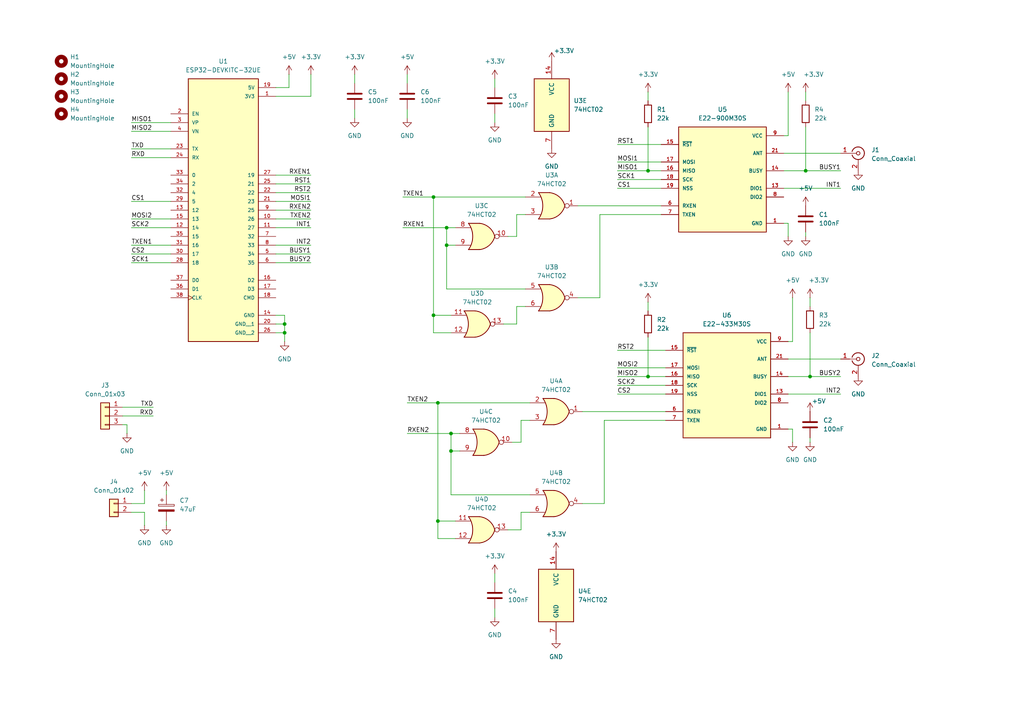
<source format=kicad_sch>
(kicad_sch
	(version 20231120)
	(generator "eeschema")
	(generator_version "8.0")
	(uuid "f1be6d49-d189-40ec-a216-cb4d86b5b409")
	(paper "A4")
	(lib_symbols
		(symbol "74xx:74HCT02"
			(pin_names
				(offset 1.016)
			)
			(exclude_from_sim no)
			(in_bom yes)
			(on_board yes)
			(property "Reference" "U"
				(at 0 1.27 0)
				(effects
					(font
						(size 1.27 1.27)
					)
				)
			)
			(property "Value" "74HCT02"
				(at 0 -1.27 0)
				(effects
					(font
						(size 1.27 1.27)
					)
				)
			)
			(property "Footprint" ""
				(at 0 0 0)
				(effects
					(font
						(size 1.27 1.27)
					)
					(hide yes)
				)
			)
			(property "Datasheet" "http://www.ti.com/lit/gpn/sn74hct02"
				(at 0 0 0)
				(effects
					(font
						(size 1.27 1.27)
					)
					(hide yes)
				)
			)
			(property "Description" "quad 2-input NOR gate"
				(at 0 0 0)
				(effects
					(font
						(size 1.27 1.27)
					)
					(hide yes)
				)
			)
			(property "ki_locked" ""
				(at 0 0 0)
				(effects
					(font
						(size 1.27 1.27)
					)
				)
			)
			(property "ki_keywords" "HCTMOS Nor2"
				(at 0 0 0)
				(effects
					(font
						(size 1.27 1.27)
					)
					(hide yes)
				)
			)
			(property "ki_fp_filters" "SO14* DIP*W7.62mm*"
				(at 0 0 0)
				(effects
					(font
						(size 1.27 1.27)
					)
					(hide yes)
				)
			)
			(symbol "74HCT02_1_1"
				(arc
					(start -3.81 -3.81)
					(mid -2.589 0)
					(end -3.81 3.81)
					(stroke
						(width 0.254)
						(type default)
					)
					(fill
						(type none)
					)
				)
				(arc
					(start -0.6096 -3.81)
					(mid 2.1842 -2.5851)
					(end 3.81 0)
					(stroke
						(width 0.254)
						(type default)
					)
					(fill
						(type background)
					)
				)
				(polyline
					(pts
						(xy -3.81 -3.81) (xy -0.635 -3.81)
					)
					(stroke
						(width 0.254)
						(type default)
					)
					(fill
						(type background)
					)
				)
				(polyline
					(pts
						(xy -3.81 3.81) (xy -0.635 3.81)
					)
					(stroke
						(width 0.254)
						(type default)
					)
					(fill
						(type background)
					)
				)
				(polyline
					(pts
						(xy -0.635 3.81) (xy -3.81 3.81) (xy -3.81 3.81) (xy -3.556 3.4036) (xy -3.0226 2.2606) (xy -2.6924 1.0414)
						(xy -2.6162 -0.254) (xy -2.7686 -1.4986) (xy -3.175 -2.7178) (xy -3.81 -3.81) (xy -3.81 -3.81)
						(xy -0.635 -3.81)
					)
					(stroke
						(width -25.4)
						(type default)
					)
					(fill
						(type background)
					)
				)
				(arc
					(start 3.81 0)
					(mid 2.1915 2.5936)
					(end -0.6096 3.81)
					(stroke
						(width 0.254)
						(type default)
					)
					(fill
						(type background)
					)
				)
				(pin output inverted
					(at 7.62 0 180)
					(length 3.81)
					(name "~"
						(effects
							(font
								(size 1.27 1.27)
							)
						)
					)
					(number "1"
						(effects
							(font
								(size 1.27 1.27)
							)
						)
					)
				)
				(pin input line
					(at -7.62 2.54 0)
					(length 4.318)
					(name "~"
						(effects
							(font
								(size 1.27 1.27)
							)
						)
					)
					(number "2"
						(effects
							(font
								(size 1.27 1.27)
							)
						)
					)
				)
				(pin input line
					(at -7.62 -2.54 0)
					(length 4.318)
					(name "~"
						(effects
							(font
								(size 1.27 1.27)
							)
						)
					)
					(number "3"
						(effects
							(font
								(size 1.27 1.27)
							)
						)
					)
				)
			)
			(symbol "74HCT02_1_2"
				(arc
					(start 0 -3.81)
					(mid 3.7934 0)
					(end 0 3.81)
					(stroke
						(width 0.254)
						(type default)
					)
					(fill
						(type background)
					)
				)
				(polyline
					(pts
						(xy 0 3.81) (xy -3.81 3.81) (xy -3.81 -3.81) (xy 0 -3.81)
					)
					(stroke
						(width 0.254)
						(type default)
					)
					(fill
						(type background)
					)
				)
				(pin output line
					(at 7.62 0 180)
					(length 3.81)
					(name "~"
						(effects
							(font
								(size 1.27 1.27)
							)
						)
					)
					(number "1"
						(effects
							(font
								(size 1.27 1.27)
							)
						)
					)
				)
				(pin input inverted
					(at -7.62 2.54 0)
					(length 3.81)
					(name "~"
						(effects
							(font
								(size 1.27 1.27)
							)
						)
					)
					(number "2"
						(effects
							(font
								(size 1.27 1.27)
							)
						)
					)
				)
				(pin input inverted
					(at -7.62 -2.54 0)
					(length 3.81)
					(name "~"
						(effects
							(font
								(size 1.27 1.27)
							)
						)
					)
					(number "3"
						(effects
							(font
								(size 1.27 1.27)
							)
						)
					)
				)
			)
			(symbol "74HCT02_2_1"
				(arc
					(start -3.81 -3.81)
					(mid -2.589 0)
					(end -3.81 3.81)
					(stroke
						(width 0.254)
						(type default)
					)
					(fill
						(type none)
					)
				)
				(arc
					(start -0.6096 -3.81)
					(mid 2.1842 -2.5851)
					(end 3.81 0)
					(stroke
						(width 0.254)
						(type default)
					)
					(fill
						(type background)
					)
				)
				(polyline
					(pts
						(xy -3.81 -3.81) (xy -0.635 -3.81)
					)
					(stroke
						(width 0.254)
						(type default)
					)
					(fill
						(type background)
					)
				)
				(polyline
					(pts
						(xy -3.81 3.81) (xy -0.635 3.81)
					)
					(stroke
						(width 0.254)
						(type default)
					)
					(fill
						(type background)
					)
				)
				(polyline
					(pts
						(xy -0.635 3.81) (xy -3.81 3.81) (xy -3.81 3.81) (xy -3.556 3.4036) (xy -3.0226 2.2606) (xy -2.6924 1.0414)
						(xy -2.6162 -0.254) (xy -2.7686 -1.4986) (xy -3.175 -2.7178) (xy -3.81 -3.81) (xy -3.81 -3.81)
						(xy -0.635 -3.81)
					)
					(stroke
						(width -25.4)
						(type default)
					)
					(fill
						(type background)
					)
				)
				(arc
					(start 3.81 0)
					(mid 2.1915 2.5936)
					(end -0.6096 3.81)
					(stroke
						(width 0.254)
						(type default)
					)
					(fill
						(type background)
					)
				)
				(pin output inverted
					(at 7.62 0 180)
					(length 3.81)
					(name "~"
						(effects
							(font
								(size 1.27 1.27)
							)
						)
					)
					(number "4"
						(effects
							(font
								(size 1.27 1.27)
							)
						)
					)
				)
				(pin input line
					(at -7.62 2.54 0)
					(length 4.318)
					(name "~"
						(effects
							(font
								(size 1.27 1.27)
							)
						)
					)
					(number "5"
						(effects
							(font
								(size 1.27 1.27)
							)
						)
					)
				)
				(pin input line
					(at -7.62 -2.54 0)
					(length 4.318)
					(name "~"
						(effects
							(font
								(size 1.27 1.27)
							)
						)
					)
					(number "6"
						(effects
							(font
								(size 1.27 1.27)
							)
						)
					)
				)
			)
			(symbol "74HCT02_2_2"
				(arc
					(start 0 -3.81)
					(mid 3.7934 0)
					(end 0 3.81)
					(stroke
						(width 0.254)
						(type default)
					)
					(fill
						(type background)
					)
				)
				(polyline
					(pts
						(xy 0 3.81) (xy -3.81 3.81) (xy -3.81 -3.81) (xy 0 -3.81)
					)
					(stroke
						(width 0.254)
						(type default)
					)
					(fill
						(type background)
					)
				)
				(pin output line
					(at 7.62 0 180)
					(length 3.81)
					(name "~"
						(effects
							(font
								(size 1.27 1.27)
							)
						)
					)
					(number "4"
						(effects
							(font
								(size 1.27 1.27)
							)
						)
					)
				)
				(pin input inverted
					(at -7.62 2.54 0)
					(length 3.81)
					(name "~"
						(effects
							(font
								(size 1.27 1.27)
							)
						)
					)
					(number "5"
						(effects
							(font
								(size 1.27 1.27)
							)
						)
					)
				)
				(pin input inverted
					(at -7.62 -2.54 0)
					(length 3.81)
					(name "~"
						(effects
							(font
								(size 1.27 1.27)
							)
						)
					)
					(number "6"
						(effects
							(font
								(size 1.27 1.27)
							)
						)
					)
				)
			)
			(symbol "74HCT02_3_1"
				(arc
					(start -3.81 -3.81)
					(mid -2.589 0)
					(end -3.81 3.81)
					(stroke
						(width 0.254)
						(type default)
					)
					(fill
						(type none)
					)
				)
				(arc
					(start -0.6096 -3.81)
					(mid 2.1842 -2.5851)
					(end 3.81 0)
					(stroke
						(width 0.254)
						(type default)
					)
					(fill
						(type background)
					)
				)
				(polyline
					(pts
						(xy -3.81 -3.81) (xy -0.635 -3.81)
					)
					(stroke
						(width 0.254)
						(type default)
					)
					(fill
						(type background)
					)
				)
				(polyline
					(pts
						(xy -3.81 3.81) (xy -0.635 3.81)
					)
					(stroke
						(width 0.254)
						(type default)
					)
					(fill
						(type background)
					)
				)
				(polyline
					(pts
						(xy -0.635 3.81) (xy -3.81 3.81) (xy -3.81 3.81) (xy -3.556 3.4036) (xy -3.0226 2.2606) (xy -2.6924 1.0414)
						(xy -2.6162 -0.254) (xy -2.7686 -1.4986) (xy -3.175 -2.7178) (xy -3.81 -3.81) (xy -3.81 -3.81)
						(xy -0.635 -3.81)
					)
					(stroke
						(width -25.4)
						(type default)
					)
					(fill
						(type background)
					)
				)
				(arc
					(start 3.81 0)
					(mid 2.1915 2.5936)
					(end -0.6096 3.81)
					(stroke
						(width 0.254)
						(type default)
					)
					(fill
						(type background)
					)
				)
				(pin output inverted
					(at 7.62 0 180)
					(length 3.81)
					(name "~"
						(effects
							(font
								(size 1.27 1.27)
							)
						)
					)
					(number "10"
						(effects
							(font
								(size 1.27 1.27)
							)
						)
					)
				)
				(pin input line
					(at -7.62 2.54 0)
					(length 4.318)
					(name "~"
						(effects
							(font
								(size 1.27 1.27)
							)
						)
					)
					(number "8"
						(effects
							(font
								(size 1.27 1.27)
							)
						)
					)
				)
				(pin input line
					(at -7.62 -2.54 0)
					(length 4.318)
					(name "~"
						(effects
							(font
								(size 1.27 1.27)
							)
						)
					)
					(number "9"
						(effects
							(font
								(size 1.27 1.27)
							)
						)
					)
				)
			)
			(symbol "74HCT02_3_2"
				(arc
					(start 0 -3.81)
					(mid 3.7934 0)
					(end 0 3.81)
					(stroke
						(width 0.254)
						(type default)
					)
					(fill
						(type background)
					)
				)
				(polyline
					(pts
						(xy 0 3.81) (xy -3.81 3.81) (xy -3.81 -3.81) (xy 0 -3.81)
					)
					(stroke
						(width 0.254)
						(type default)
					)
					(fill
						(type background)
					)
				)
				(pin output line
					(at 7.62 0 180)
					(length 3.81)
					(name "~"
						(effects
							(font
								(size 1.27 1.27)
							)
						)
					)
					(number "10"
						(effects
							(font
								(size 1.27 1.27)
							)
						)
					)
				)
				(pin input inverted
					(at -7.62 2.54 0)
					(length 3.81)
					(name "~"
						(effects
							(font
								(size 1.27 1.27)
							)
						)
					)
					(number "8"
						(effects
							(font
								(size 1.27 1.27)
							)
						)
					)
				)
				(pin input inverted
					(at -7.62 -2.54 0)
					(length 3.81)
					(name "~"
						(effects
							(font
								(size 1.27 1.27)
							)
						)
					)
					(number "9"
						(effects
							(font
								(size 1.27 1.27)
							)
						)
					)
				)
			)
			(symbol "74HCT02_4_1"
				(arc
					(start -3.81 -3.81)
					(mid -2.589 0)
					(end -3.81 3.81)
					(stroke
						(width 0.254)
						(type default)
					)
					(fill
						(type none)
					)
				)
				(arc
					(start -0.6096 -3.81)
					(mid 2.1842 -2.5851)
					(end 3.81 0)
					(stroke
						(width 0.254)
						(type default)
					)
					(fill
						(type background)
					)
				)
				(polyline
					(pts
						(xy -3.81 -3.81) (xy -0.635 -3.81)
					)
					(stroke
						(width 0.254)
						(type default)
					)
					(fill
						(type background)
					)
				)
				(polyline
					(pts
						(xy -3.81 3.81) (xy -0.635 3.81)
					)
					(stroke
						(width 0.254)
						(type default)
					)
					(fill
						(type background)
					)
				)
				(polyline
					(pts
						(xy -0.635 3.81) (xy -3.81 3.81) (xy -3.81 3.81) (xy -3.556 3.4036) (xy -3.0226 2.2606) (xy -2.6924 1.0414)
						(xy -2.6162 -0.254) (xy -2.7686 -1.4986) (xy -3.175 -2.7178) (xy -3.81 -3.81) (xy -3.81 -3.81)
						(xy -0.635 -3.81)
					)
					(stroke
						(width -25.4)
						(type default)
					)
					(fill
						(type background)
					)
				)
				(arc
					(start 3.81 0)
					(mid 2.1915 2.5936)
					(end -0.6096 3.81)
					(stroke
						(width 0.254)
						(type default)
					)
					(fill
						(type background)
					)
				)
				(pin input line
					(at -7.62 2.54 0)
					(length 4.318)
					(name "~"
						(effects
							(font
								(size 1.27 1.27)
							)
						)
					)
					(number "11"
						(effects
							(font
								(size 1.27 1.27)
							)
						)
					)
				)
				(pin input line
					(at -7.62 -2.54 0)
					(length 4.318)
					(name "~"
						(effects
							(font
								(size 1.27 1.27)
							)
						)
					)
					(number "12"
						(effects
							(font
								(size 1.27 1.27)
							)
						)
					)
				)
				(pin output inverted
					(at 7.62 0 180)
					(length 3.81)
					(name "~"
						(effects
							(font
								(size 1.27 1.27)
							)
						)
					)
					(number "13"
						(effects
							(font
								(size 1.27 1.27)
							)
						)
					)
				)
			)
			(symbol "74HCT02_4_2"
				(arc
					(start 0 -3.81)
					(mid 3.7934 0)
					(end 0 3.81)
					(stroke
						(width 0.254)
						(type default)
					)
					(fill
						(type background)
					)
				)
				(polyline
					(pts
						(xy 0 3.81) (xy -3.81 3.81) (xy -3.81 -3.81) (xy 0 -3.81)
					)
					(stroke
						(width 0.254)
						(type default)
					)
					(fill
						(type background)
					)
				)
				(pin input inverted
					(at -7.62 2.54 0)
					(length 3.81)
					(name "~"
						(effects
							(font
								(size 1.27 1.27)
							)
						)
					)
					(number "11"
						(effects
							(font
								(size 1.27 1.27)
							)
						)
					)
				)
				(pin input inverted
					(at -7.62 -2.54 0)
					(length 3.81)
					(name "~"
						(effects
							(font
								(size 1.27 1.27)
							)
						)
					)
					(number "12"
						(effects
							(font
								(size 1.27 1.27)
							)
						)
					)
				)
				(pin output line
					(at 7.62 0 180)
					(length 3.81)
					(name "~"
						(effects
							(font
								(size 1.27 1.27)
							)
						)
					)
					(number "13"
						(effects
							(font
								(size 1.27 1.27)
							)
						)
					)
				)
			)
			(symbol "74HCT02_5_0"
				(pin power_in line
					(at 0 12.7 270)
					(length 5.08)
					(name "VCC"
						(effects
							(font
								(size 1.27 1.27)
							)
						)
					)
					(number "14"
						(effects
							(font
								(size 1.27 1.27)
							)
						)
					)
				)
				(pin power_in line
					(at 0 -12.7 90)
					(length 5.08)
					(name "GND"
						(effects
							(font
								(size 1.27 1.27)
							)
						)
					)
					(number "7"
						(effects
							(font
								(size 1.27 1.27)
							)
						)
					)
				)
			)
			(symbol "74HCT02_5_1"
				(rectangle
					(start -5.08 7.62)
					(end 5.08 -7.62)
					(stroke
						(width 0.254)
						(type default)
					)
					(fill
						(type background)
					)
				)
			)
		)
		(symbol "Connector:Conn_Coaxial"
			(pin_names
				(offset 1.016) hide)
			(exclude_from_sim no)
			(in_bom yes)
			(on_board yes)
			(property "Reference" "J"
				(at 0.254 3.048 0)
				(effects
					(font
						(size 1.27 1.27)
					)
				)
			)
			(property "Value" "Conn_Coaxial"
				(at 2.921 0 90)
				(effects
					(font
						(size 1.27 1.27)
					)
				)
			)
			(property "Footprint" ""
				(at 0 0 0)
				(effects
					(font
						(size 1.27 1.27)
					)
					(hide yes)
				)
			)
			(property "Datasheet" "~"
				(at 0 0 0)
				(effects
					(font
						(size 1.27 1.27)
					)
					(hide yes)
				)
			)
			(property "Description" "coaxial connector (BNC, SMA, SMB, SMC, Cinch/RCA, LEMO, ...)"
				(at 0 0 0)
				(effects
					(font
						(size 1.27 1.27)
					)
					(hide yes)
				)
			)
			(property "ki_keywords" "BNC SMA SMB SMC LEMO coaxial connector CINCH RCA MCX MMCX U.FL UMRF"
				(at 0 0 0)
				(effects
					(font
						(size 1.27 1.27)
					)
					(hide yes)
				)
			)
			(property "ki_fp_filters" "*BNC* *SMA* *SMB* *SMC* *Cinch* *LEMO* *UMRF* *MCX* *U.FL*"
				(at 0 0 0)
				(effects
					(font
						(size 1.27 1.27)
					)
					(hide yes)
				)
			)
			(symbol "Conn_Coaxial_0_1"
				(arc
					(start -1.778 -0.508)
					(mid 0.2311 -1.8066)
					(end 1.778 0)
					(stroke
						(width 0.254)
						(type default)
					)
					(fill
						(type none)
					)
				)
				(polyline
					(pts
						(xy -2.54 0) (xy -0.508 0)
					)
					(stroke
						(width 0)
						(type default)
					)
					(fill
						(type none)
					)
				)
				(polyline
					(pts
						(xy 0 -2.54) (xy 0 -1.778)
					)
					(stroke
						(width 0)
						(type default)
					)
					(fill
						(type none)
					)
				)
				(circle
					(center 0 0)
					(radius 0.508)
					(stroke
						(width 0.2032)
						(type default)
					)
					(fill
						(type none)
					)
				)
				(arc
					(start 1.778 0)
					(mid 0.2099 1.8101)
					(end -1.778 0.508)
					(stroke
						(width 0.254)
						(type default)
					)
					(fill
						(type none)
					)
				)
			)
			(symbol "Conn_Coaxial_1_1"
				(pin passive line
					(at -5.08 0 0)
					(length 2.54)
					(name "In"
						(effects
							(font
								(size 1.27 1.27)
							)
						)
					)
					(number "1"
						(effects
							(font
								(size 1.27 1.27)
							)
						)
					)
				)
				(pin passive line
					(at 0 -5.08 90)
					(length 2.54)
					(name "Ext"
						(effects
							(font
								(size 1.27 1.27)
							)
						)
					)
					(number "2"
						(effects
							(font
								(size 1.27 1.27)
							)
						)
					)
				)
			)
		)
		(symbol "Connector_Generic:Conn_01x02"
			(pin_names
				(offset 1.016) hide)
			(exclude_from_sim no)
			(in_bom yes)
			(on_board yes)
			(property "Reference" "J"
				(at 0 2.54 0)
				(effects
					(font
						(size 1.27 1.27)
					)
				)
			)
			(property "Value" "Conn_01x02"
				(at 0 -5.08 0)
				(effects
					(font
						(size 1.27 1.27)
					)
				)
			)
			(property "Footprint" ""
				(at 0 0 0)
				(effects
					(font
						(size 1.27 1.27)
					)
					(hide yes)
				)
			)
			(property "Datasheet" "~"
				(at 0 0 0)
				(effects
					(font
						(size 1.27 1.27)
					)
					(hide yes)
				)
			)
			(property "Description" "Generic connector, single row, 01x02, script generated (kicad-library-utils/schlib/autogen/connector/)"
				(at 0 0 0)
				(effects
					(font
						(size 1.27 1.27)
					)
					(hide yes)
				)
			)
			(property "ki_keywords" "connector"
				(at 0 0 0)
				(effects
					(font
						(size 1.27 1.27)
					)
					(hide yes)
				)
			)
			(property "ki_fp_filters" "Connector*:*_1x??_*"
				(at 0 0 0)
				(effects
					(font
						(size 1.27 1.27)
					)
					(hide yes)
				)
			)
			(symbol "Conn_01x02_1_1"
				(rectangle
					(start -1.27 -2.413)
					(end 0 -2.667)
					(stroke
						(width 0.1524)
						(type default)
					)
					(fill
						(type none)
					)
				)
				(rectangle
					(start -1.27 0.127)
					(end 0 -0.127)
					(stroke
						(width 0.1524)
						(type default)
					)
					(fill
						(type none)
					)
				)
				(rectangle
					(start -1.27 1.27)
					(end 1.27 -3.81)
					(stroke
						(width 0.254)
						(type default)
					)
					(fill
						(type background)
					)
				)
				(pin passive line
					(at -5.08 0 0)
					(length 3.81)
					(name "Pin_1"
						(effects
							(font
								(size 1.27 1.27)
							)
						)
					)
					(number "1"
						(effects
							(font
								(size 1.27 1.27)
							)
						)
					)
				)
				(pin passive line
					(at -5.08 -2.54 0)
					(length 3.81)
					(name "Pin_2"
						(effects
							(font
								(size 1.27 1.27)
							)
						)
					)
					(number "2"
						(effects
							(font
								(size 1.27 1.27)
							)
						)
					)
				)
			)
		)
		(symbol "Connector_Generic:Conn_01x03"
			(pin_names
				(offset 1.016) hide)
			(exclude_from_sim no)
			(in_bom yes)
			(on_board yes)
			(property "Reference" "J"
				(at 0 5.08 0)
				(effects
					(font
						(size 1.27 1.27)
					)
				)
			)
			(property "Value" "Conn_01x03"
				(at 0 -5.08 0)
				(effects
					(font
						(size 1.27 1.27)
					)
				)
			)
			(property "Footprint" ""
				(at 0 0 0)
				(effects
					(font
						(size 1.27 1.27)
					)
					(hide yes)
				)
			)
			(property "Datasheet" "~"
				(at 0 0 0)
				(effects
					(font
						(size 1.27 1.27)
					)
					(hide yes)
				)
			)
			(property "Description" "Generic connector, single row, 01x03, script generated (kicad-library-utils/schlib/autogen/connector/)"
				(at 0 0 0)
				(effects
					(font
						(size 1.27 1.27)
					)
					(hide yes)
				)
			)
			(property "ki_keywords" "connector"
				(at 0 0 0)
				(effects
					(font
						(size 1.27 1.27)
					)
					(hide yes)
				)
			)
			(property "ki_fp_filters" "Connector*:*_1x??_*"
				(at 0 0 0)
				(effects
					(font
						(size 1.27 1.27)
					)
					(hide yes)
				)
			)
			(symbol "Conn_01x03_1_1"
				(rectangle
					(start -1.27 -2.413)
					(end 0 -2.667)
					(stroke
						(width 0.1524)
						(type default)
					)
					(fill
						(type none)
					)
				)
				(rectangle
					(start -1.27 0.127)
					(end 0 -0.127)
					(stroke
						(width 0.1524)
						(type default)
					)
					(fill
						(type none)
					)
				)
				(rectangle
					(start -1.27 2.667)
					(end 0 2.413)
					(stroke
						(width 0.1524)
						(type default)
					)
					(fill
						(type none)
					)
				)
				(rectangle
					(start -1.27 3.81)
					(end 1.27 -3.81)
					(stroke
						(width 0.254)
						(type default)
					)
					(fill
						(type background)
					)
				)
				(pin passive line
					(at -5.08 2.54 0)
					(length 3.81)
					(name "Pin_1"
						(effects
							(font
								(size 1.27 1.27)
							)
						)
					)
					(number "1"
						(effects
							(font
								(size 1.27 1.27)
							)
						)
					)
				)
				(pin passive line
					(at -5.08 0 0)
					(length 3.81)
					(name "Pin_2"
						(effects
							(font
								(size 1.27 1.27)
							)
						)
					)
					(number "2"
						(effects
							(font
								(size 1.27 1.27)
							)
						)
					)
				)
				(pin passive line
					(at -5.08 -2.54 0)
					(length 3.81)
					(name "Pin_3"
						(effects
							(font
								(size 1.27 1.27)
							)
						)
					)
					(number "3"
						(effects
							(font
								(size 1.27 1.27)
							)
						)
					)
				)
			)
		)
		(symbol "Device:C"
			(pin_numbers hide)
			(pin_names
				(offset 0.254)
			)
			(exclude_from_sim no)
			(in_bom yes)
			(on_board yes)
			(property "Reference" "C"
				(at 0.635 2.54 0)
				(effects
					(font
						(size 1.27 1.27)
					)
					(justify left)
				)
			)
			(property "Value" "C"
				(at 0.635 -2.54 0)
				(effects
					(font
						(size 1.27 1.27)
					)
					(justify left)
				)
			)
			(property "Footprint" ""
				(at 0.9652 -3.81 0)
				(effects
					(font
						(size 1.27 1.27)
					)
					(hide yes)
				)
			)
			(property "Datasheet" "~"
				(at 0 0 0)
				(effects
					(font
						(size 1.27 1.27)
					)
					(hide yes)
				)
			)
			(property "Description" "Unpolarized capacitor"
				(at 0 0 0)
				(effects
					(font
						(size 1.27 1.27)
					)
					(hide yes)
				)
			)
			(property "ki_keywords" "cap capacitor"
				(at 0 0 0)
				(effects
					(font
						(size 1.27 1.27)
					)
					(hide yes)
				)
			)
			(property "ki_fp_filters" "C_*"
				(at 0 0 0)
				(effects
					(font
						(size 1.27 1.27)
					)
					(hide yes)
				)
			)
			(symbol "C_0_1"
				(polyline
					(pts
						(xy -2.032 -0.762) (xy 2.032 -0.762)
					)
					(stroke
						(width 0.508)
						(type default)
					)
					(fill
						(type none)
					)
				)
				(polyline
					(pts
						(xy -2.032 0.762) (xy 2.032 0.762)
					)
					(stroke
						(width 0.508)
						(type default)
					)
					(fill
						(type none)
					)
				)
			)
			(symbol "C_1_1"
				(pin passive line
					(at 0 3.81 270)
					(length 2.794)
					(name "~"
						(effects
							(font
								(size 1.27 1.27)
							)
						)
					)
					(number "1"
						(effects
							(font
								(size 1.27 1.27)
							)
						)
					)
				)
				(pin passive line
					(at 0 -3.81 90)
					(length 2.794)
					(name "~"
						(effects
							(font
								(size 1.27 1.27)
							)
						)
					)
					(number "2"
						(effects
							(font
								(size 1.27 1.27)
							)
						)
					)
				)
			)
		)
		(symbol "Device:C_Polarized"
			(pin_numbers hide)
			(pin_names
				(offset 0.254)
			)
			(exclude_from_sim no)
			(in_bom yes)
			(on_board yes)
			(property "Reference" "C"
				(at 0.635 2.54 0)
				(effects
					(font
						(size 1.27 1.27)
					)
					(justify left)
				)
			)
			(property "Value" "C_Polarized"
				(at 0.635 -2.54 0)
				(effects
					(font
						(size 1.27 1.27)
					)
					(justify left)
				)
			)
			(property "Footprint" ""
				(at 0.9652 -3.81 0)
				(effects
					(font
						(size 1.27 1.27)
					)
					(hide yes)
				)
			)
			(property "Datasheet" "~"
				(at 0 0 0)
				(effects
					(font
						(size 1.27 1.27)
					)
					(hide yes)
				)
			)
			(property "Description" "Polarized capacitor"
				(at 0 0 0)
				(effects
					(font
						(size 1.27 1.27)
					)
					(hide yes)
				)
			)
			(property "ki_keywords" "cap capacitor"
				(at 0 0 0)
				(effects
					(font
						(size 1.27 1.27)
					)
					(hide yes)
				)
			)
			(property "ki_fp_filters" "CP_*"
				(at 0 0 0)
				(effects
					(font
						(size 1.27 1.27)
					)
					(hide yes)
				)
			)
			(symbol "C_Polarized_0_1"
				(rectangle
					(start -2.286 0.508)
					(end 2.286 1.016)
					(stroke
						(width 0)
						(type default)
					)
					(fill
						(type none)
					)
				)
				(polyline
					(pts
						(xy -1.778 2.286) (xy -0.762 2.286)
					)
					(stroke
						(width 0)
						(type default)
					)
					(fill
						(type none)
					)
				)
				(polyline
					(pts
						(xy -1.27 2.794) (xy -1.27 1.778)
					)
					(stroke
						(width 0)
						(type default)
					)
					(fill
						(type none)
					)
				)
				(rectangle
					(start 2.286 -0.508)
					(end -2.286 -1.016)
					(stroke
						(width 0)
						(type default)
					)
					(fill
						(type outline)
					)
				)
			)
			(symbol "C_Polarized_1_1"
				(pin passive line
					(at 0 3.81 270)
					(length 2.794)
					(name "~"
						(effects
							(font
								(size 1.27 1.27)
							)
						)
					)
					(number "1"
						(effects
							(font
								(size 1.27 1.27)
							)
						)
					)
				)
				(pin passive line
					(at 0 -3.81 90)
					(length 2.794)
					(name "~"
						(effects
							(font
								(size 1.27 1.27)
							)
						)
					)
					(number "2"
						(effects
							(font
								(size 1.27 1.27)
							)
						)
					)
				)
			)
		)
		(symbol "Device:R"
			(pin_numbers hide)
			(pin_names
				(offset 0)
			)
			(exclude_from_sim no)
			(in_bom yes)
			(on_board yes)
			(property "Reference" "R"
				(at 2.032 0 90)
				(effects
					(font
						(size 1.27 1.27)
					)
				)
			)
			(property "Value" "R"
				(at 0 0 90)
				(effects
					(font
						(size 1.27 1.27)
					)
				)
			)
			(property "Footprint" ""
				(at -1.778 0 90)
				(effects
					(font
						(size 1.27 1.27)
					)
					(hide yes)
				)
			)
			(property "Datasheet" "~"
				(at 0 0 0)
				(effects
					(font
						(size 1.27 1.27)
					)
					(hide yes)
				)
			)
			(property "Description" "Resistor"
				(at 0 0 0)
				(effects
					(font
						(size 1.27 1.27)
					)
					(hide yes)
				)
			)
			(property "ki_keywords" "R res resistor"
				(at 0 0 0)
				(effects
					(font
						(size 1.27 1.27)
					)
					(hide yes)
				)
			)
			(property "ki_fp_filters" "R_*"
				(at 0 0 0)
				(effects
					(font
						(size 1.27 1.27)
					)
					(hide yes)
				)
			)
			(symbol "R_0_1"
				(rectangle
					(start -1.016 -2.54)
					(end 1.016 2.54)
					(stroke
						(width 0.254)
						(type default)
					)
					(fill
						(type none)
					)
				)
			)
			(symbol "R_1_1"
				(pin passive line
					(at 0 3.81 270)
					(length 1.27)
					(name "~"
						(effects
							(font
								(size 1.27 1.27)
							)
						)
					)
					(number "1"
						(effects
							(font
								(size 1.27 1.27)
							)
						)
					)
				)
				(pin passive line
					(at 0 -3.81 90)
					(length 1.27)
					(name "~"
						(effects
							(font
								(size 1.27 1.27)
							)
						)
					)
					(number "2"
						(effects
							(font
								(size 1.27 1.27)
							)
						)
					)
				)
			)
		)
		(symbol "Mechanical:MountingHole"
			(pin_names
				(offset 1.016)
			)
			(exclude_from_sim yes)
			(in_bom no)
			(on_board yes)
			(property "Reference" "H"
				(at 0 5.08 0)
				(effects
					(font
						(size 1.27 1.27)
					)
				)
			)
			(property "Value" "MountingHole"
				(at 0 3.175 0)
				(effects
					(font
						(size 1.27 1.27)
					)
				)
			)
			(property "Footprint" ""
				(at 0 0 0)
				(effects
					(font
						(size 1.27 1.27)
					)
					(hide yes)
				)
			)
			(property "Datasheet" "~"
				(at 0 0 0)
				(effects
					(font
						(size 1.27 1.27)
					)
					(hide yes)
				)
			)
			(property "Description" "Mounting Hole without connection"
				(at 0 0 0)
				(effects
					(font
						(size 1.27 1.27)
					)
					(hide yes)
				)
			)
			(property "ki_keywords" "mounting hole"
				(at 0 0 0)
				(effects
					(font
						(size 1.27 1.27)
					)
					(hide yes)
				)
			)
			(property "ki_fp_filters" "MountingHole*"
				(at 0 0 0)
				(effects
					(font
						(size 1.27 1.27)
					)
					(hide yes)
				)
			)
			(symbol "MountingHole_0_1"
				(circle
					(center 0 0)
					(radius 1.27)
					(stroke
						(width 1.27)
						(type default)
					)
					(fill
						(type none)
					)
				)
			)
		)
		(symbol "all:E22-900M30S"
			(pin_names
				(offset 1.016)
			)
			(exclude_from_sim no)
			(in_bom yes)
			(on_board yes)
			(property "Reference" "U"
				(at -12.7 16.002 0)
				(effects
					(font
						(size 1.27 1.27)
					)
					(justify left bottom)
				)
			)
			(property "Value" "E22-900M30S"
				(at -12.7 -17.78 0)
				(effects
					(font
						(size 1.27 1.27)
					)
					(justify left bottom)
				)
			)
			(property "Footprint" "IBDZ:XCVR_E22-900M30S"
				(at 0 0 0)
				(effects
					(font
						(size 1.27 1.27)
					)
					(justify bottom)
					(hide yes)
				)
			)
			(property "Datasheet" ""
				(at 0 0 0)
				(effects
					(font
						(size 1.27 1.27)
					)
					(hide yes)
				)
			)
			(property "Description" ""
				(at 0 0 0)
				(effects
					(font
						(size 1.27 1.27)
					)
					(hide yes)
				)
			)
			(property "MF" "EBYTE"
				(at 0 0 0)
				(effects
					(font
						(size 1.27 1.27)
					)
					(justify bottom)
					(hide yes)
				)
			)
			(property "MAXIMUM_PACKAGE_HEIGHT" "3.97 mm"
				(at 0 0 0)
				(effects
					(font
						(size 1.27 1.27)
					)
					(justify bottom)
					(hide yes)
				)
			)
			(property "Package" "Package"
				(at 0 0 0)
				(effects
					(font
						(size 1.27 1.27)
					)
					(justify bottom)
					(hide yes)
				)
			)
			(property "Price" "None"
				(at 0 0 0)
				(effects
					(font
						(size 1.27 1.27)
					)
					(justify bottom)
					(hide yes)
				)
			)
			(property "Check_prices" "https://www.snapeda.com/parts/E22-900M30S/EBYTE/view-part/?ref=eda"
				(at 0 0 0)
				(effects
					(font
						(size 1.27 1.27)
					)
					(justify bottom)
					(hide yes)
				)
			)
			(property "STANDARD" "Manufacturer Recommendations"
				(at 0 0 0)
				(effects
					(font
						(size 1.27 1.27)
					)
					(justify bottom)
					(hide yes)
				)
			)
			(property "PARTREV" "1.2"
				(at 0 0 0)
				(effects
					(font
						(size 1.27 1.27)
					)
					(justify bottom)
					(hide yes)
				)
			)
			(property "SnapEDA_Link" "https://www.snapeda.com/parts/E22-900M30S/EBYTE/view-part/?ref=snap"
				(at 0 0 0)
				(effects
					(font
						(size 1.27 1.27)
					)
					(justify bottom)
					(hide yes)
				)
			)
			(property "MP" "E22-900M30S"
				(at 0 0 0)
				(effects
					(font
						(size 1.27 1.27)
					)
					(justify bottom)
					(hide yes)
				)
			)
			(property "Description_1" "\n                        \n                            SX1262 868/915 MHz 1w SPI LoRa Module\n                        \n"
				(at 0 0 0)
				(effects
					(font
						(size 1.27 1.27)
					)
					(justify bottom)
					(hide yes)
				)
			)
			(property "Availability" "Not in stock"
				(at 0 0 0)
				(effects
					(font
						(size 1.27 1.27)
					)
					(justify bottom)
					(hide yes)
				)
			)
			(property "MANUFACTURER" "EBYTE"
				(at 0 0 0)
				(effects
					(font
						(size 1.27 1.27)
					)
					(justify bottom)
					(hide yes)
				)
			)
			(symbol "E22-900M30S_0_0"
				(rectangle
					(start -12.7 -15.24)
					(end 12.7 15.24)
					(stroke
						(width 0.254)
						(type default)
					)
					(fill
						(type background)
					)
				)
				(pin power_in line
					(at 17.78 -12.7 180)
					(length 5.08)
					(name "GND"
						(effects
							(font
								(size 1.016 1.016)
							)
						)
					)
					(number "1"
						(effects
							(font
								(size 1.016 1.016)
							)
						)
					)
				)
				(pin bidirectional line
					(at 17.78 -2.54 180)
					(length 5.08)
					(name "DIO1"
						(effects
							(font
								(size 1.016 1.016)
							)
						)
					)
					(number "13"
						(effects
							(font
								(size 1.016 1.016)
							)
						)
					)
				)
				(pin output line
					(at 17.78 2.54 180)
					(length 5.08)
					(name "BUSY"
						(effects
							(font
								(size 1.016 1.016)
							)
						)
					)
					(number "14"
						(effects
							(font
								(size 1.016 1.016)
							)
						)
					)
				)
				(pin input line
					(at -17.78 10.16 0)
					(length 5.08)
					(name "~{RST}"
						(effects
							(font
								(size 1.016 1.016)
							)
						)
					)
					(number "15"
						(effects
							(font
								(size 1.016 1.016)
							)
						)
					)
				)
				(pin output line
					(at -17.78 2.54 0)
					(length 5.08)
					(name "MISO"
						(effects
							(font
								(size 1.016 1.016)
							)
						)
					)
					(number "16"
						(effects
							(font
								(size 1.016 1.016)
							)
						)
					)
				)
				(pin input line
					(at -17.78 5.08 0)
					(length 5.08)
					(name "MOSI"
						(effects
							(font
								(size 1.016 1.016)
							)
						)
					)
					(number "17"
						(effects
							(font
								(size 1.016 1.016)
							)
						)
					)
				)
				(pin input line
					(at -17.78 0 0)
					(length 5.08)
					(name "SCK"
						(effects
							(font
								(size 1.016 1.016)
							)
						)
					)
					(number "18"
						(effects
							(font
								(size 1.016 1.016)
							)
						)
					)
				)
				(pin input line
					(at -17.78 -2.54 0)
					(length 5.08)
					(name "NSS"
						(effects
							(font
								(size 1.016 1.016)
							)
						)
					)
					(number "19"
						(effects
							(font
								(size 1.016 1.016)
							)
						)
					)
				)
				(pin output line
					(at 17.78 7.62 180)
					(length 5.08)
					(name "ANT"
						(effects
							(font
								(size 1.016 1.016)
							)
						)
					)
					(number "21"
						(effects
							(font
								(size 1.016 1.016)
							)
						)
					)
				)
				(pin input line
					(at -17.78 -7.62 0)
					(length 5.08)
					(name "RXEN"
						(effects
							(font
								(size 1.016 1.016)
							)
						)
					)
					(number "6"
						(effects
							(font
								(size 1.016 1.016)
							)
						)
					)
				)
				(pin input line
					(at -17.78 -10.16 0)
					(length 5.08)
					(name "TXEN"
						(effects
							(font
								(size 1.016 1.016)
							)
						)
					)
					(number "7"
						(effects
							(font
								(size 1.016 1.016)
							)
						)
					)
				)
				(pin bidirectional line
					(at 17.78 -5.08 180)
					(length 5.08)
					(name "DIO2"
						(effects
							(font
								(size 1.016 1.016)
							)
						)
					)
					(number "8"
						(effects
							(font
								(size 1.016 1.016)
							)
						)
					)
				)
				(pin power_in line
					(at 17.78 12.7 180)
					(length 5.08)
					(name "VCC"
						(effects
							(font
								(size 1.016 1.016)
							)
						)
					)
					(number "9"
						(effects
							(font
								(size 1.016 1.016)
							)
						)
					)
				)
			)
			(symbol "E22-900M30S_1_0"
				(pin power_in line
					(at 17.78 12.7 180)
					(length 5.08) hide
					(name "VCC"
						(effects
							(font
								(size 1.016 1.016)
							)
						)
					)
					(number "10"
						(effects
							(font
								(size 1.016 1.016)
							)
						)
					)
				)
				(pin power_in line
					(at 17.78 -12.7 180)
					(length 5.08) hide
					(name "GND"
						(effects
							(font
								(size 1.016 1.016)
							)
						)
					)
					(number "11"
						(effects
							(font
								(size 1.016 1.016)
							)
						)
					)
				)
				(pin power_in line
					(at 17.78 -12.7 180)
					(length 5.08) hide
					(name "GND"
						(effects
							(font
								(size 1.016 1.016)
							)
						)
					)
					(number "12"
						(effects
							(font
								(size 1.016 1.016)
							)
						)
					)
				)
				(pin power_in line
					(at 17.78 -12.7 180)
					(length 5.08) hide
					(name "GND"
						(effects
							(font
								(size 1.016 1.016)
							)
						)
					)
					(number "2"
						(effects
							(font
								(size 1.016 1.016)
							)
						)
					)
				)
				(pin power_in line
					(at 17.78 -12.7 180)
					(length 5.08) hide
					(name "GND"
						(effects
							(font
								(size 1.016 1.016)
							)
						)
					)
					(number "20"
						(effects
							(font
								(size 1.016 1.016)
							)
						)
					)
				)
				(pin power_in line
					(at 17.78 -12.7 180)
					(length 5.08) hide
					(name "GND"
						(effects
							(font
								(size 1.016 1.016)
							)
						)
					)
					(number "22"
						(effects
							(font
								(size 1.016 1.016)
							)
						)
					)
				)
				(pin power_in line
					(at 17.78 -12.7 180)
					(length 5.08) hide
					(name "GND"
						(effects
							(font
								(size 1.016 1.016)
							)
						)
					)
					(number "3"
						(effects
							(font
								(size 1.016 1.016)
							)
						)
					)
				)
				(pin power_in line
					(at 17.78 -12.7 180)
					(length 5.08) hide
					(name "GND"
						(effects
							(font
								(size 1.016 1.016)
							)
						)
					)
					(number "4"
						(effects
							(font
								(size 1.016 1.016)
							)
						)
					)
				)
				(pin power_in line
					(at 17.78 -12.7 180)
					(length 5.08) hide
					(name "GND"
						(effects
							(font
								(size 1.016 1.016)
							)
						)
					)
					(number "5"
						(effects
							(font
								(size 1.016 1.016)
							)
						)
					)
				)
			)
		)
		(symbol "all:ESP32-DEVKITC-32UE"
			(pin_names
				(offset 1.016)
			)
			(exclude_from_sim no)
			(in_bom yes)
			(on_board yes)
			(property "Reference" "U"
				(at -10.16 36.83 0)
				(effects
					(font
						(size 1.27 1.27)
					)
					(justify left bottom)
				)
			)
			(property "Value" "ESP32-DEVKITC-32UE"
				(at -10.16 -43.18 0)
				(effects
					(font
						(size 1.27 1.27)
					)
					(justify left bottom)
				)
			)
			(property "Footprint" "ESP32-DEVKITC-32UE:ESPRESSIF_ESP32-DEVKITC-32UE"
				(at 0 0 0)
				(effects
					(font
						(size 1.27 1.27)
					)
					(justify bottom)
					(hide yes)
				)
			)
			(property "Datasheet" ""
				(at 0 0 0)
				(effects
					(font
						(size 1.27 1.27)
					)
					(hide yes)
				)
			)
			(property "Description" ""
				(at 0 0 0)
				(effects
					(font
						(size 1.27 1.27)
					)
					(hide yes)
				)
			)
			(property "PARTREV" "V4"
				(at 0 0 0)
				(effects
					(font
						(size 1.27 1.27)
					)
					(justify bottom)
					(hide yes)
				)
			)
			(property "SNAPEDA_PN" "ESP32-DEVKITC-32UE"
				(at 0 0 0)
				(effects
					(font
						(size 1.27 1.27)
					)
					(justify bottom)
					(hide yes)
				)
			)
			(property "MANUFACTURER" "Espressif"
				(at 0 0 0)
				(effects
					(font
						(size 1.27 1.27)
					)
					(justify bottom)
					(hide yes)
				)
			)
			(property "MAXIMUM_PACKAGE_HEIGHT" "N/A"
				(at 0 0 0)
				(effects
					(font
						(size 1.27 1.27)
					)
					(justify bottom)
					(hide yes)
				)
			)
			(property "STANDARD" "Manufacturer Recommendations"
				(at 0 0 0)
				(effects
					(font
						(size 1.27 1.27)
					)
					(justify bottom)
					(hide yes)
				)
			)
			(symbol "ESP32-DEVKITC-32UE_0_0"
				(rectangle
					(start -10.16 -40.64)
					(end 10.16 35.56)
					(stroke
						(width 0.254)
						(type default)
					)
					(fill
						(type background)
					)
				)
				(pin power_in line
					(at 15.24 30.48 180)
					(length 5.08)
					(name "3V3"
						(effects
							(font
								(size 1.016 1.016)
							)
						)
					)
					(number "1"
						(effects
							(font
								(size 1.016 1.016)
							)
						)
					)
				)
				(pin bidirectional line
					(at 15.24 -5.08 180)
					(length 5.08)
					(name "26"
						(effects
							(font
								(size 1.016 1.016)
							)
						)
					)
					(number "10"
						(effects
							(font
								(size 1.016 1.016)
							)
						)
					)
				)
				(pin bidirectional line
					(at 15.24 -7.62 180)
					(length 5.08)
					(name "27"
						(effects
							(font
								(size 1.016 1.016)
							)
						)
					)
					(number "11"
						(effects
							(font
								(size 1.016 1.016)
							)
						)
					)
				)
				(pin bidirectional line
					(at -15.24 -7.62 0)
					(length 5.08)
					(name "14"
						(effects
							(font
								(size 1.016 1.016)
							)
						)
					)
					(number "12"
						(effects
							(font
								(size 1.016 1.016)
							)
						)
					)
				)
				(pin bidirectional line
					(at -15.24 -2.54 0)
					(length 5.08)
					(name "12"
						(effects
							(font
								(size 1.016 1.016)
							)
						)
					)
					(number "13"
						(effects
							(font
								(size 1.016 1.016)
							)
						)
					)
				)
				(pin power_in line
					(at 15.24 -33.02 180)
					(length 5.08)
					(name "GND"
						(effects
							(font
								(size 1.016 1.016)
							)
						)
					)
					(number "14"
						(effects
							(font
								(size 1.016 1.016)
							)
						)
					)
				)
				(pin bidirectional line
					(at -15.24 -5.08 0)
					(length 5.08)
					(name "13"
						(effects
							(font
								(size 1.016 1.016)
							)
						)
					)
					(number "15"
						(effects
							(font
								(size 1.016 1.016)
							)
						)
					)
				)
				(pin bidirectional line
					(at 15.24 -22.86 180)
					(length 5.08)
					(name "D2"
						(effects
							(font
								(size 1.016 1.016)
							)
						)
					)
					(number "16"
						(effects
							(font
								(size 1.016 1.016)
							)
						)
					)
				)
				(pin bidirectional line
					(at 15.24 -25.4 180)
					(length 5.08)
					(name "D3"
						(effects
							(font
								(size 1.016 1.016)
							)
						)
					)
					(number "17"
						(effects
							(font
								(size 1.016 1.016)
							)
						)
					)
				)
				(pin bidirectional line
					(at 15.24 -27.94 180)
					(length 5.08)
					(name "CMD"
						(effects
							(font
								(size 1.016 1.016)
							)
						)
					)
					(number "18"
						(effects
							(font
								(size 1.016 1.016)
							)
						)
					)
				)
				(pin power_in line
					(at 15.24 33.02 180)
					(length 5.08)
					(name "5V"
						(effects
							(font
								(size 1.016 1.016)
							)
						)
					)
					(number "19"
						(effects
							(font
								(size 1.016 1.016)
							)
						)
					)
				)
				(pin input line
					(at -15.24 25.4 0)
					(length 5.08)
					(name "EN"
						(effects
							(font
								(size 1.016 1.016)
							)
						)
					)
					(number "2"
						(effects
							(font
								(size 1.016 1.016)
							)
						)
					)
				)
				(pin power_in line
					(at 15.24 -35.56 180)
					(length 5.08)
					(name "GND__1"
						(effects
							(font
								(size 1.016 1.016)
							)
						)
					)
					(number "20"
						(effects
							(font
								(size 1.016 1.016)
							)
						)
					)
				)
				(pin bidirectional line
					(at 15.24 0 180)
					(length 5.08)
					(name "23"
						(effects
							(font
								(size 1.016 1.016)
							)
						)
					)
					(number "21"
						(effects
							(font
								(size 1.016 1.016)
							)
						)
					)
				)
				(pin bidirectional line
					(at 15.24 2.54 180)
					(length 5.08)
					(name "22"
						(effects
							(font
								(size 1.016 1.016)
							)
						)
					)
					(number "22"
						(effects
							(font
								(size 1.016 1.016)
							)
						)
					)
				)
				(pin bidirectional line
					(at -15.24 15.24 0)
					(length 5.08)
					(name "TX"
						(effects
							(font
								(size 1.016 1.016)
							)
						)
					)
					(number "23"
						(effects
							(font
								(size 1.016 1.016)
							)
						)
					)
				)
				(pin bidirectional line
					(at -15.24 12.7 0)
					(length 5.08)
					(name "RX"
						(effects
							(font
								(size 1.016 1.016)
							)
						)
					)
					(number "24"
						(effects
							(font
								(size 1.016 1.016)
							)
						)
					)
				)
				(pin bidirectional line
					(at 15.24 5.08 180)
					(length 5.08)
					(name "21"
						(effects
							(font
								(size 1.016 1.016)
							)
						)
					)
					(number "25"
						(effects
							(font
								(size 1.016 1.016)
							)
						)
					)
				)
				(pin power_in line
					(at 15.24 -38.1 180)
					(length 5.08)
					(name "GND__2"
						(effects
							(font
								(size 1.016 1.016)
							)
						)
					)
					(number "26"
						(effects
							(font
								(size 1.016 1.016)
							)
						)
					)
				)
				(pin bidirectional line
					(at 15.24 7.62 180)
					(length 5.08)
					(name "19"
						(effects
							(font
								(size 1.016 1.016)
							)
						)
					)
					(number "27"
						(effects
							(font
								(size 1.016 1.016)
							)
						)
					)
				)
				(pin bidirectional line
					(at -15.24 -17.78 0)
					(length 5.08)
					(name "18"
						(effects
							(font
								(size 1.016 1.016)
							)
						)
					)
					(number "28"
						(effects
							(font
								(size 1.016 1.016)
							)
						)
					)
				)
				(pin bidirectional line
					(at -15.24 0 0)
					(length 5.08)
					(name "5"
						(effects
							(font
								(size 1.016 1.016)
							)
						)
					)
					(number "29"
						(effects
							(font
								(size 1.016 1.016)
							)
						)
					)
				)
				(pin input line
					(at -15.24 22.86 0)
					(length 5.08)
					(name "VP"
						(effects
							(font
								(size 1.016 1.016)
							)
						)
					)
					(number "3"
						(effects
							(font
								(size 1.016 1.016)
							)
						)
					)
				)
				(pin bidirectional line
					(at -15.24 -15.24 0)
					(length 5.08)
					(name "17"
						(effects
							(font
								(size 1.016 1.016)
							)
						)
					)
					(number "30"
						(effects
							(font
								(size 1.016 1.016)
							)
						)
					)
				)
				(pin bidirectional line
					(at -15.24 -12.7 0)
					(length 5.08)
					(name "16"
						(effects
							(font
								(size 1.016 1.016)
							)
						)
					)
					(number "31"
						(effects
							(font
								(size 1.016 1.016)
							)
						)
					)
				)
				(pin bidirectional line
					(at -15.24 2.54 0)
					(length 5.08)
					(name "4"
						(effects
							(font
								(size 1.016 1.016)
							)
						)
					)
					(number "32"
						(effects
							(font
								(size 1.016 1.016)
							)
						)
					)
				)
				(pin bidirectional line
					(at -15.24 7.62 0)
					(length 5.08)
					(name "0"
						(effects
							(font
								(size 1.016 1.016)
							)
						)
					)
					(number "33"
						(effects
							(font
								(size 1.016 1.016)
							)
						)
					)
				)
				(pin bidirectional line
					(at -15.24 5.08 0)
					(length 5.08)
					(name "2"
						(effects
							(font
								(size 1.016 1.016)
							)
						)
					)
					(number "34"
						(effects
							(font
								(size 1.016 1.016)
							)
						)
					)
				)
				(pin bidirectional line
					(at -15.24 -10.16 0)
					(length 5.08)
					(name "15"
						(effects
							(font
								(size 1.016 1.016)
							)
						)
					)
					(number "35"
						(effects
							(font
								(size 1.016 1.016)
							)
						)
					)
				)
				(pin bidirectional line
					(at -15.24 -25.4 0)
					(length 5.08)
					(name "D1"
						(effects
							(font
								(size 1.016 1.016)
							)
						)
					)
					(number "36"
						(effects
							(font
								(size 1.016 1.016)
							)
						)
					)
				)
				(pin bidirectional line
					(at -15.24 -22.86 0)
					(length 5.08)
					(name "D0"
						(effects
							(font
								(size 1.016 1.016)
							)
						)
					)
					(number "37"
						(effects
							(font
								(size 1.016 1.016)
							)
						)
					)
				)
				(pin bidirectional clock
					(at -15.24 -27.94 0)
					(length 5.08)
					(name "CLK"
						(effects
							(font
								(size 1.016 1.016)
							)
						)
					)
					(number "38"
						(effects
							(font
								(size 1.016 1.016)
							)
						)
					)
				)
				(pin input line
					(at -15.24 20.32 0)
					(length 5.08)
					(name "VN"
						(effects
							(font
								(size 1.016 1.016)
							)
						)
					)
					(number "4"
						(effects
							(font
								(size 1.016 1.016)
							)
						)
					)
				)
				(pin bidirectional line
					(at 15.24 -15.24 180)
					(length 5.08)
					(name "34"
						(effects
							(font
								(size 1.016 1.016)
							)
						)
					)
					(number "5"
						(effects
							(font
								(size 1.016 1.016)
							)
						)
					)
				)
				(pin bidirectional line
					(at 15.24 -17.78 180)
					(length 5.08)
					(name "35"
						(effects
							(font
								(size 1.016 1.016)
							)
						)
					)
					(number "6"
						(effects
							(font
								(size 1.016 1.016)
							)
						)
					)
				)
				(pin bidirectional line
					(at 15.24 -10.16 180)
					(length 5.08)
					(name "32"
						(effects
							(font
								(size 1.016 1.016)
							)
						)
					)
					(number "7"
						(effects
							(font
								(size 1.016 1.016)
							)
						)
					)
				)
				(pin bidirectional line
					(at 15.24 -12.7 180)
					(length 5.08)
					(name "33"
						(effects
							(font
								(size 1.016 1.016)
							)
						)
					)
					(number "8"
						(effects
							(font
								(size 1.016 1.016)
							)
						)
					)
				)
				(pin bidirectional line
					(at 15.24 -2.54 180)
					(length 5.08)
					(name "25"
						(effects
							(font
								(size 1.016 1.016)
							)
						)
					)
					(number "9"
						(effects
							(font
								(size 1.016 1.016)
							)
						)
					)
				)
			)
		)
		(symbol "power:+3.3V"
			(power)
			(pin_numbers hide)
			(pin_names
				(offset 0) hide)
			(exclude_from_sim no)
			(in_bom yes)
			(on_board yes)
			(property "Reference" "#PWR"
				(at 0 -3.81 0)
				(effects
					(font
						(size 1.27 1.27)
					)
					(hide yes)
				)
			)
			(property "Value" "+3.3V"
				(at 0 3.556 0)
				(effects
					(font
						(size 1.27 1.27)
					)
				)
			)
			(property "Footprint" ""
				(at 0 0 0)
				(effects
					(font
						(size 1.27 1.27)
					)
					(hide yes)
				)
			)
			(property "Datasheet" ""
				(at 0 0 0)
				(effects
					(font
						(size 1.27 1.27)
					)
					(hide yes)
				)
			)
			(property "Description" "Power symbol creates a global label with name \"+3.3V\""
				(at 0 0 0)
				(effects
					(font
						(size 1.27 1.27)
					)
					(hide yes)
				)
			)
			(property "ki_keywords" "global power"
				(at 0 0 0)
				(effects
					(font
						(size 1.27 1.27)
					)
					(hide yes)
				)
			)
			(symbol "+3.3V_0_1"
				(polyline
					(pts
						(xy -0.762 1.27) (xy 0 2.54)
					)
					(stroke
						(width 0)
						(type default)
					)
					(fill
						(type none)
					)
				)
				(polyline
					(pts
						(xy 0 0) (xy 0 2.54)
					)
					(stroke
						(width 0)
						(type default)
					)
					(fill
						(type none)
					)
				)
				(polyline
					(pts
						(xy 0 2.54) (xy 0.762 1.27)
					)
					(stroke
						(width 0)
						(type default)
					)
					(fill
						(type none)
					)
				)
			)
			(symbol "+3.3V_1_1"
				(pin power_in line
					(at 0 0 90)
					(length 0)
					(name "~"
						(effects
							(font
								(size 1.27 1.27)
							)
						)
					)
					(number "1"
						(effects
							(font
								(size 1.27 1.27)
							)
						)
					)
				)
			)
		)
		(symbol "power:+5V"
			(power)
			(pin_numbers hide)
			(pin_names
				(offset 0) hide)
			(exclude_from_sim no)
			(in_bom yes)
			(on_board yes)
			(property "Reference" "#PWR"
				(at 0 -3.81 0)
				(effects
					(font
						(size 1.27 1.27)
					)
					(hide yes)
				)
			)
			(property "Value" "+5V"
				(at 0 3.556 0)
				(effects
					(font
						(size 1.27 1.27)
					)
				)
			)
			(property "Footprint" ""
				(at 0 0 0)
				(effects
					(font
						(size 1.27 1.27)
					)
					(hide yes)
				)
			)
			(property "Datasheet" ""
				(at 0 0 0)
				(effects
					(font
						(size 1.27 1.27)
					)
					(hide yes)
				)
			)
			(property "Description" "Power symbol creates a global label with name \"+5V\""
				(at 0 0 0)
				(effects
					(font
						(size 1.27 1.27)
					)
					(hide yes)
				)
			)
			(property "ki_keywords" "global power"
				(at 0 0 0)
				(effects
					(font
						(size 1.27 1.27)
					)
					(hide yes)
				)
			)
			(symbol "+5V_0_1"
				(polyline
					(pts
						(xy -0.762 1.27) (xy 0 2.54)
					)
					(stroke
						(width 0)
						(type default)
					)
					(fill
						(type none)
					)
				)
				(polyline
					(pts
						(xy 0 0) (xy 0 2.54)
					)
					(stroke
						(width 0)
						(type default)
					)
					(fill
						(type none)
					)
				)
				(polyline
					(pts
						(xy 0 2.54) (xy 0.762 1.27)
					)
					(stroke
						(width 0)
						(type default)
					)
					(fill
						(type none)
					)
				)
			)
			(symbol "+5V_1_1"
				(pin power_in line
					(at 0 0 90)
					(length 0)
					(name "~"
						(effects
							(font
								(size 1.27 1.27)
							)
						)
					)
					(number "1"
						(effects
							(font
								(size 1.27 1.27)
							)
						)
					)
				)
			)
		)
		(symbol "power:GND"
			(power)
			(pin_numbers hide)
			(pin_names
				(offset 0) hide)
			(exclude_from_sim no)
			(in_bom yes)
			(on_board yes)
			(property "Reference" "#PWR"
				(at 0 -6.35 0)
				(effects
					(font
						(size 1.27 1.27)
					)
					(hide yes)
				)
			)
			(property "Value" "GND"
				(at 0 -3.81 0)
				(effects
					(font
						(size 1.27 1.27)
					)
				)
			)
			(property "Footprint" ""
				(at 0 0 0)
				(effects
					(font
						(size 1.27 1.27)
					)
					(hide yes)
				)
			)
			(property "Datasheet" ""
				(at 0 0 0)
				(effects
					(font
						(size 1.27 1.27)
					)
					(hide yes)
				)
			)
			(property "Description" "Power symbol creates a global label with name \"GND\" , ground"
				(at 0 0 0)
				(effects
					(font
						(size 1.27 1.27)
					)
					(hide yes)
				)
			)
			(property "ki_keywords" "global power"
				(at 0 0 0)
				(effects
					(font
						(size 1.27 1.27)
					)
					(hide yes)
				)
			)
			(symbol "GND_0_1"
				(polyline
					(pts
						(xy 0 0) (xy 0 -1.27) (xy 1.27 -1.27) (xy 0 -2.54) (xy -1.27 -1.27) (xy 0 -1.27)
					)
					(stroke
						(width 0)
						(type default)
					)
					(fill
						(type none)
					)
				)
			)
			(symbol "GND_1_1"
				(pin power_in line
					(at 0 0 270)
					(length 0)
					(name "~"
						(effects
							(font
								(size 1.27 1.27)
							)
						)
					)
					(number "1"
						(effects
							(font
								(size 1.27 1.27)
							)
						)
					)
				)
			)
		)
	)
	(junction
		(at 234.95 109.22)
		(diameter 0)
		(color 0 0 0 0)
		(uuid "29ae9ea9-0f9c-4f80-8138-33a03ab2b882")
	)
	(junction
		(at 127 116.84)
		(diameter 0)
		(color 0 0 0 0)
		(uuid "331cfe94-7521-4672-9248-4a112961fe03")
	)
	(junction
		(at 127 151.13)
		(diameter 0)
		(color 0 0 0 0)
		(uuid "3deedd21-a281-4968-bde8-d486252f006b")
	)
	(junction
		(at 187.96 49.53)
		(diameter 0)
		(color 0 0 0 0)
		(uuid "4dd4e59e-b531-464f-9d2b-b8e095d60ff9")
	)
	(junction
		(at 82.55 96.52)
		(diameter 0)
		(color 0 0 0 0)
		(uuid "80a8db11-6e0c-4625-b35b-2ae92a663d95")
	)
	(junction
		(at 129.54 71.12)
		(diameter 0)
		(color 0 0 0 0)
		(uuid "8a31330c-e450-4a3d-9024-75ac9440f7c0")
	)
	(junction
		(at 130.81 130.81)
		(diameter 0)
		(color 0 0 0 0)
		(uuid "90ed7262-489f-40e2-a1ee-456760ac1cc3")
	)
	(junction
		(at 82.55 93.98)
		(diameter 0)
		(color 0 0 0 0)
		(uuid "aab96a06-31f7-4434-a57e-cc25210871e3")
	)
	(junction
		(at 187.96 109.22)
		(diameter 0)
		(color 0 0 0 0)
		(uuid "ab6badb8-d039-4ad1-9328-10e42d2fba91")
	)
	(junction
		(at 233.68 49.53)
		(diameter 0)
		(color 0 0 0 0)
		(uuid "d59c30e8-2e83-43b2-be18-c03ebf3500b3")
	)
	(junction
		(at 130.81 125.73)
		(diameter 0)
		(color 0 0 0 0)
		(uuid "e7f89f87-878f-492a-9429-52e227311a2a")
	)
	(junction
		(at 125.73 91.44)
		(diameter 0)
		(color 0 0 0 0)
		(uuid "ed6b1453-469e-4483-8dc0-ada9ad9d6a2c")
	)
	(junction
		(at 125.73 57.15)
		(diameter 0)
		(color 0 0 0 0)
		(uuid "f10be235-be67-4f6a-8fc4-cb404c619da3")
	)
	(junction
		(at 129.54 66.04)
		(diameter 0)
		(color 0 0 0 0)
		(uuid "fc950d1d-551e-4aa9-b464-c10767e838ce")
	)
	(wire
		(pts
			(xy 80.01 71.12) (xy 90.17 71.12)
		)
		(stroke
			(width 0)
			(type default)
		)
		(uuid "01d8fc2b-bd6f-4860-8565-d06934979fc5")
	)
	(wire
		(pts
			(xy 187.96 49.53) (xy 191.77 49.53)
		)
		(stroke
			(width 0)
			(type default)
		)
		(uuid "061b0704-f098-4f8d-8209-870e70e4e8f7")
	)
	(wire
		(pts
			(xy 49.53 66.04) (xy 38.1 66.04)
		)
		(stroke
			(width 0)
			(type default)
		)
		(uuid "0c610e90-7cb4-47fe-a850-133e98f576ba")
	)
	(wire
		(pts
			(xy 48.26 142.24) (xy 48.26 143.51)
		)
		(stroke
			(width 0)
			(type default)
		)
		(uuid "0e008f80-d1e4-4888-bc86-e32fdb91c44f")
	)
	(wire
		(pts
			(xy 35.56 118.11) (xy 44.45 118.11)
		)
		(stroke
			(width 0)
			(type default)
		)
		(uuid "0eca3ac8-2ef1-4328-a91d-a2b7a47137e7")
	)
	(wire
		(pts
			(xy 173.99 62.23) (xy 191.77 62.23)
		)
		(stroke
			(width 0)
			(type default)
		)
		(uuid "1096b439-5c1a-453e-bf9a-bd706205c2d6")
	)
	(wire
		(pts
			(xy 38.1 63.5) (xy 49.53 63.5)
		)
		(stroke
			(width 0)
			(type default)
		)
		(uuid "10b949c8-5ec7-4e0f-88d8-961e6f034450")
	)
	(wire
		(pts
			(xy 35.56 120.65) (xy 44.45 120.65)
		)
		(stroke
			(width 0)
			(type default)
		)
		(uuid "1106a799-27af-4274-b03f-7c406a9c3f0e")
	)
	(wire
		(pts
			(xy 234.95 86.36) (xy 234.95 88.9)
		)
		(stroke
			(width 0)
			(type default)
		)
		(uuid "13fe9b09-91ba-40df-a22a-f5a429a5007e")
	)
	(wire
		(pts
			(xy 179.07 52.07) (xy 191.77 52.07)
		)
		(stroke
			(width 0)
			(type default)
		)
		(uuid "1498fa2d-ddb8-43f5-8ac3-1928dede1b43")
	)
	(wire
		(pts
			(xy 151.13 128.27) (xy 151.13 121.92)
		)
		(stroke
			(width 0)
			(type default)
		)
		(uuid "14c58213-00ce-4bee-b9ca-19dfbafd34da")
	)
	(wire
		(pts
			(xy 187.96 97.79) (xy 187.96 109.22)
		)
		(stroke
			(width 0)
			(type default)
		)
		(uuid "1afda7cf-fb2f-4061-b95d-3fa5ba010ec1")
	)
	(wire
		(pts
			(xy 229.87 124.46) (xy 228.6 124.46)
		)
		(stroke
			(width 0)
			(type default)
		)
		(uuid "1beb794b-7d3c-4536-a4c0-45f696a895a3")
	)
	(wire
		(pts
			(xy 127 156.21) (xy 132.08 156.21)
		)
		(stroke
			(width 0)
			(type default)
		)
		(uuid "1dd1994f-c0f8-4bcb-aa61-71a38db61261")
	)
	(wire
		(pts
			(xy 80.01 93.98) (xy 82.55 93.98)
		)
		(stroke
			(width 0)
			(type default)
		)
		(uuid "1fb3ea00-2c0c-4136-b430-0fe7a79f5214")
	)
	(wire
		(pts
			(xy 179.07 49.53) (xy 187.96 49.53)
		)
		(stroke
			(width 0)
			(type default)
		)
		(uuid "24285e60-b670-47bd-a56a-42099c7d6bb0")
	)
	(wire
		(pts
			(xy 187.96 109.22) (xy 193.04 109.22)
		)
		(stroke
			(width 0)
			(type default)
		)
		(uuid "246619ad-3acc-45b4-b0e8-4000a6b29363")
	)
	(wire
		(pts
			(xy 147.32 68.58) (xy 149.86 68.58)
		)
		(stroke
			(width 0)
			(type default)
		)
		(uuid "26660b93-2caa-4d41-9b83-f24826dbef1b")
	)
	(wire
		(pts
			(xy 80.01 91.44) (xy 82.55 91.44)
		)
		(stroke
			(width 0)
			(type default)
		)
		(uuid "280bcbe8-f7ac-404f-82a2-d404b531870f")
	)
	(wire
		(pts
			(xy 125.73 91.44) (xy 125.73 57.15)
		)
		(stroke
			(width 0)
			(type default)
		)
		(uuid "28692d0d-8cc7-4d76-bf4a-45afaf1c5811")
	)
	(wire
		(pts
			(xy 82.55 96.52) (xy 82.55 93.98)
		)
		(stroke
			(width 0)
			(type default)
		)
		(uuid "2902a543-3d2e-4c9e-b5ef-c5770c0f27ee")
	)
	(wire
		(pts
			(xy 233.68 26.67) (xy 233.68 29.21)
		)
		(stroke
			(width 0)
			(type default)
		)
		(uuid "2cbfaf42-c0a0-4fc9-aac9-2f57f5b477d5")
	)
	(wire
		(pts
			(xy 80.01 55.88) (xy 90.17 55.88)
		)
		(stroke
			(width 0)
			(type default)
		)
		(uuid "2df5747a-881d-4361-bfeb-89c5799b3ce0")
	)
	(wire
		(pts
			(xy 187.96 26.67) (xy 187.96 29.21)
		)
		(stroke
			(width 0)
			(type default)
		)
		(uuid "30178c41-a4ce-433f-9e39-b1842b0d5397")
	)
	(wire
		(pts
			(xy 118.11 125.73) (xy 130.81 125.73)
		)
		(stroke
			(width 0)
			(type default)
		)
		(uuid "3087ba83-7a6b-4915-baea-2ec09039eacf")
	)
	(wire
		(pts
			(xy 129.54 83.82) (xy 129.54 71.12)
		)
		(stroke
			(width 0)
			(type default)
		)
		(uuid "34a63707-ca1c-4bf8-b955-13aa068e541d")
	)
	(wire
		(pts
			(xy 179.07 114.3) (xy 193.04 114.3)
		)
		(stroke
			(width 0)
			(type default)
		)
		(uuid "34b37112-6d69-405a-918b-1e4060e0cc9c")
	)
	(wire
		(pts
			(xy 149.86 62.23) (xy 152.4 62.23)
		)
		(stroke
			(width 0)
			(type default)
		)
		(uuid "34cd89b3-b216-40fe-8e2a-fbec73fa4a39")
	)
	(wire
		(pts
			(xy 229.87 86.36) (xy 229.87 99.06)
		)
		(stroke
			(width 0)
			(type default)
		)
		(uuid "35457fb1-74ef-412d-bc39-f6e9814bf8db")
	)
	(wire
		(pts
			(xy 80.01 63.5) (xy 90.17 63.5)
		)
		(stroke
			(width 0)
			(type default)
		)
		(uuid "3a799181-5cac-4060-8072-31d16681ed9e")
	)
	(wire
		(pts
			(xy 187.96 87.63) (xy 187.96 90.17)
		)
		(stroke
			(width 0)
			(type default)
		)
		(uuid "3cd820c4-e00a-4acc-ae1c-aaba65cfa5b2")
	)
	(wire
		(pts
			(xy 80.01 96.52) (xy 82.55 96.52)
		)
		(stroke
			(width 0)
			(type default)
		)
		(uuid "3d2e0e07-4984-430f-9ffd-e3b639172ff0")
	)
	(wire
		(pts
			(xy 234.95 96.52) (xy 234.95 109.22)
		)
		(stroke
			(width 0)
			(type default)
		)
		(uuid "400e6c37-73a9-4b4e-a533-4a65f4077e73")
	)
	(wire
		(pts
			(xy 143.51 33.02) (xy 143.51 35.56)
		)
		(stroke
			(width 0)
			(type default)
		)
		(uuid "44378a19-7771-414b-84e5-5fbfbe7f9779")
	)
	(wire
		(pts
			(xy 168.91 146.05) (xy 175.26 146.05)
		)
		(stroke
			(width 0)
			(type default)
		)
		(uuid "4616299e-328c-4f4f-883b-acd3cc9218b7")
	)
	(wire
		(pts
			(xy 80.01 60.96) (xy 90.17 60.96)
		)
		(stroke
			(width 0)
			(type default)
		)
		(uuid "49a80734-7f35-42ee-acc4-bba66fbb48f6")
	)
	(wire
		(pts
			(xy 35.56 123.19) (xy 36.83 123.19)
		)
		(stroke
			(width 0)
			(type default)
		)
		(uuid "4b7206a8-cb20-4714-b0f8-8677211e820f")
	)
	(wire
		(pts
			(xy 127 116.84) (xy 153.67 116.84)
		)
		(stroke
			(width 0)
			(type default)
		)
		(uuid "4eb51b4b-89df-4969-b889-d63767235197")
	)
	(wire
		(pts
			(xy 38.1 38.1) (xy 49.53 38.1)
		)
		(stroke
			(width 0)
			(type default)
		)
		(uuid "53c66208-4f7b-4bc1-ac66-912c0e068f6a")
	)
	(wire
		(pts
			(xy 233.68 49.53) (xy 243.84 49.53)
		)
		(stroke
			(width 0)
			(type default)
		)
		(uuid "54661387-c8d0-4495-a490-2bc702371f0e")
	)
	(wire
		(pts
			(xy 229.87 128.27) (xy 229.87 124.46)
		)
		(stroke
			(width 0)
			(type default)
		)
		(uuid "552b36f0-2840-4ede-9824-e517d3a40c98")
	)
	(wire
		(pts
			(xy 102.87 21.59) (xy 102.87 24.13)
		)
		(stroke
			(width 0)
			(type default)
		)
		(uuid "5c264d09-93ef-4259-8f6c-30ba66d237b3")
	)
	(wire
		(pts
			(xy 80.01 58.42) (xy 90.17 58.42)
		)
		(stroke
			(width 0)
			(type default)
		)
		(uuid "5deb32ef-05f6-4ca0-847b-8a01514ad03e")
	)
	(wire
		(pts
			(xy 179.07 101.6) (xy 193.04 101.6)
		)
		(stroke
			(width 0)
			(type default)
		)
		(uuid "621bbca5-23af-4286-b78f-076b1c90f503")
	)
	(wire
		(pts
			(xy 151.13 153.67) (xy 151.13 148.59)
		)
		(stroke
			(width 0)
			(type default)
		)
		(uuid "6374948d-3a8f-43ad-9990-4c7b6df98f50")
	)
	(wire
		(pts
			(xy 179.07 46.99) (xy 191.77 46.99)
		)
		(stroke
			(width 0)
			(type default)
		)
		(uuid "66d8e8b2-35fc-4630-b9f7-336ff96ad781")
	)
	(wire
		(pts
			(xy 173.99 86.36) (xy 173.99 62.23)
		)
		(stroke
			(width 0)
			(type default)
		)
		(uuid "6ad3e474-1b12-4c51-833a-df5dec75b744")
	)
	(wire
		(pts
			(xy 187.96 36.83) (xy 187.96 49.53)
		)
		(stroke
			(width 0)
			(type default)
		)
		(uuid "6b5f44d5-9f67-43fc-b9e4-ec8b86cd4db2")
	)
	(wire
		(pts
			(xy 179.07 106.68) (xy 193.04 106.68)
		)
		(stroke
			(width 0)
			(type default)
		)
		(uuid "6dc3de84-207c-45ad-a051-b34bf63948cc")
	)
	(wire
		(pts
			(xy 228.6 114.3) (xy 243.84 114.3)
		)
		(stroke
			(width 0)
			(type default)
		)
		(uuid "6ee4e2d8-cfa0-4a8d-a33b-ab4e27845429")
	)
	(wire
		(pts
			(xy 179.07 54.61) (xy 191.77 54.61)
		)
		(stroke
			(width 0)
			(type default)
		)
		(uuid "6f2c8a1c-b64d-43c0-a599-bf0ea7f2ebaa")
	)
	(wire
		(pts
			(xy 227.33 39.37) (xy 228.6 39.37)
		)
		(stroke
			(width 0)
			(type default)
		)
		(uuid "728bf4c1-8033-4b34-83b2-163b5601aa92")
	)
	(wire
		(pts
			(xy 125.73 91.44) (xy 130.81 91.44)
		)
		(stroke
			(width 0)
			(type default)
		)
		(uuid "74b6690b-4d6a-46a8-882f-0db465b97fd2")
	)
	(wire
		(pts
			(xy 82.55 99.06) (xy 82.55 96.52)
		)
		(stroke
			(width 0)
			(type default)
		)
		(uuid "7c2279ca-1dbc-4df0-8c7e-a5c0fe31ccba")
	)
	(wire
		(pts
			(xy 149.86 88.9) (xy 152.4 88.9)
		)
		(stroke
			(width 0)
			(type default)
		)
		(uuid "7e33d98b-9026-4ef0-8634-fbb669c3bba8")
	)
	(wire
		(pts
			(xy 129.54 71.12) (xy 129.54 66.04)
		)
		(stroke
			(width 0)
			(type default)
		)
		(uuid "7f09e5db-a0c5-400c-a91e-02bc17053812")
	)
	(wire
		(pts
			(xy 83.82 25.4) (xy 80.01 25.4)
		)
		(stroke
			(width 0)
			(type default)
		)
		(uuid "80e26ba3-929b-4c74-ab0f-edeabe4aca07")
	)
	(wire
		(pts
			(xy 152.4 83.82) (xy 129.54 83.82)
		)
		(stroke
			(width 0)
			(type default)
		)
		(uuid "8124a4b3-21e1-408f-b3e1-d68b36d6fa27")
	)
	(wire
		(pts
			(xy 118.11 21.59) (xy 118.11 24.13)
		)
		(stroke
			(width 0)
			(type default)
		)
		(uuid "83e7ebef-dee6-4828-a50b-5f50d3982d1a")
	)
	(wire
		(pts
			(xy 90.17 21.59) (xy 90.17 27.94)
		)
		(stroke
			(width 0)
			(type default)
		)
		(uuid "8a73b94a-b253-4cbc-b69e-98d6f5604738")
	)
	(wire
		(pts
			(xy 36.83 125.73) (xy 36.83 123.19)
		)
		(stroke
			(width 0)
			(type default)
		)
		(uuid "8c7c5107-ad93-4f44-a761-000263d9aa1b")
	)
	(wire
		(pts
			(xy 48.26 151.13) (xy 48.26 152.4)
		)
		(stroke
			(width 0)
			(type default)
		)
		(uuid "8c8afb7a-4320-41d4-ab70-4b5bac707eef")
	)
	(wire
		(pts
			(xy 127 151.13) (xy 132.08 151.13)
		)
		(stroke
			(width 0)
			(type default)
		)
		(uuid "8d2ba81f-fa93-40a3-accd-f4fda4bdec83")
	)
	(wire
		(pts
			(xy 49.53 71.12) (xy 38.1 71.12)
		)
		(stroke
			(width 0)
			(type default)
		)
		(uuid "91bc0b7a-1bd6-47d3-b202-5a6e15529be7")
	)
	(wire
		(pts
			(xy 102.87 31.75) (xy 102.87 34.29)
		)
		(stroke
			(width 0)
			(type default)
		)
		(uuid "92e3cdff-842d-4f6c-985a-39badffc376a")
	)
	(wire
		(pts
			(xy 118.11 31.75) (xy 118.11 34.29)
		)
		(stroke
			(width 0)
			(type default)
		)
		(uuid "943f4fc0-3836-4f70-8310-1b870b8e4813")
	)
	(wire
		(pts
			(xy 148.59 128.27) (xy 151.13 128.27)
		)
		(stroke
			(width 0)
			(type default)
		)
		(uuid "952f0295-845c-465c-98b8-6a6fd9bdfe4f")
	)
	(wire
		(pts
			(xy 129.54 66.04) (xy 132.08 66.04)
		)
		(stroke
			(width 0)
			(type default)
		)
		(uuid "960e0b19-0f99-4f22-8ff4-7a7fb5f3105e")
	)
	(wire
		(pts
			(xy 147.32 153.67) (xy 151.13 153.67)
		)
		(stroke
			(width 0)
			(type default)
		)
		(uuid "979c02f7-7748-4ce7-874f-e69a8a825a62")
	)
	(wire
		(pts
			(xy 125.73 96.52) (xy 130.81 96.52)
		)
		(stroke
			(width 0)
			(type default)
		)
		(uuid "979e741b-645b-43c4-aa78-ef122c61587e")
	)
	(wire
		(pts
			(xy 228.6 109.22) (xy 234.95 109.22)
		)
		(stroke
			(width 0)
			(type default)
		)
		(uuid "97a9f635-05c1-4316-916a-90835a79c0ca")
	)
	(wire
		(pts
			(xy 41.91 148.59) (xy 41.91 152.4)
		)
		(stroke
			(width 0)
			(type default)
		)
		(uuid "9b66f7d5-e9fa-442f-9ad3-a2a3ad48a3c3")
	)
	(wire
		(pts
			(xy 80.01 66.04) (xy 90.17 66.04)
		)
		(stroke
			(width 0)
			(type default)
		)
		(uuid "9f77f343-9497-423d-96b5-328e7e009d9f")
	)
	(wire
		(pts
			(xy 227.33 44.45) (xy 243.84 44.45)
		)
		(stroke
			(width 0)
			(type default)
		)
		(uuid "a093d3fc-9dc8-427d-ae0d-6cb9f58657f2")
	)
	(wire
		(pts
			(xy 233.68 36.83) (xy 233.68 49.53)
		)
		(stroke
			(width 0)
			(type default)
		)
		(uuid "a47d0c5c-9533-4567-b72d-695219a5cce4")
	)
	(wire
		(pts
			(xy 41.91 146.05) (xy 41.91 142.24)
		)
		(stroke
			(width 0)
			(type default)
		)
		(uuid "a4931102-80ab-4fa7-baac-c20a0a00404c")
	)
	(wire
		(pts
			(xy 82.55 93.98) (xy 82.55 91.44)
		)
		(stroke
			(width 0)
			(type default)
		)
		(uuid "a6fc89af-edd5-47ab-b2b0-c3e1f46ebeb9")
	)
	(wire
		(pts
			(xy 80.01 53.34) (xy 90.17 53.34)
		)
		(stroke
			(width 0)
			(type default)
		)
		(uuid "a7681dd3-49d8-4d98-aac8-5b70d925b331")
	)
	(wire
		(pts
			(xy 153.67 143.51) (xy 130.81 143.51)
		)
		(stroke
			(width 0)
			(type default)
		)
		(uuid "a776e495-8270-4b39-b3c3-b8e6831abf62")
	)
	(wire
		(pts
			(xy 130.81 130.81) (xy 130.81 125.73)
		)
		(stroke
			(width 0)
			(type default)
		)
		(uuid "ac523003-5309-46ae-bfe3-edfcc74d16f8")
	)
	(wire
		(pts
			(xy 49.53 45.72) (xy 38.1 45.72)
		)
		(stroke
			(width 0)
			(type default)
		)
		(uuid "ad756fe7-1f22-4f0b-8940-5cd0b1cb05f5")
	)
	(wire
		(pts
			(xy 49.53 73.66) (xy 38.1 73.66)
		)
		(stroke
			(width 0)
			(type default)
		)
		(uuid "ad9f7c1e-760f-4314-a7ab-3bbb6357bf90")
	)
	(wire
		(pts
			(xy 167.64 86.36) (xy 173.99 86.36)
		)
		(stroke
			(width 0)
			(type default)
		)
		(uuid "ae5ad166-09f1-42b8-8772-98eee73287e4")
	)
	(wire
		(pts
			(xy 167.64 59.69) (xy 191.77 59.69)
		)
		(stroke
			(width 0)
			(type default)
		)
		(uuid "af867351-aa72-4008-a73b-28729bd9804e")
	)
	(wire
		(pts
			(xy 38.1 148.59) (xy 41.91 148.59)
		)
		(stroke
			(width 0)
			(type default)
		)
		(uuid "afaed01c-ad24-406f-b3ee-099f537c4f53")
	)
	(wire
		(pts
			(xy 151.13 121.92) (xy 153.67 121.92)
		)
		(stroke
			(width 0)
			(type default)
		)
		(uuid "b1faeb6a-81a1-466d-9e2e-301ae3faa12a")
	)
	(wire
		(pts
			(xy 49.53 43.18) (xy 38.1 43.18)
		)
		(stroke
			(width 0)
			(type default)
		)
		(uuid "b4859d10-74b7-41a8-9a9c-a62af8c0732a")
	)
	(wire
		(pts
			(xy 227.33 54.61) (xy 243.84 54.61)
		)
		(stroke
			(width 0)
			(type default)
		)
		(uuid "b4e04308-3255-4b9d-8733-53fb631e58dc")
	)
	(wire
		(pts
			(xy 38.1 35.56) (xy 49.53 35.56)
		)
		(stroke
			(width 0)
			(type default)
		)
		(uuid "b5abb11c-81e8-468d-b1ad-20f12b95d75d")
	)
	(wire
		(pts
			(xy 83.82 21.59) (xy 83.82 25.4)
		)
		(stroke
			(width 0)
			(type default)
		)
		(uuid "b8f8a3e6-6645-4b7c-b212-aa8aa734375a")
	)
	(wire
		(pts
			(xy 227.33 49.53) (xy 233.68 49.53)
		)
		(stroke
			(width 0)
			(type default)
		)
		(uuid "b9615c40-3f10-4cad-b6fb-0069b24e1275")
	)
	(wire
		(pts
			(xy 143.51 22.86) (xy 143.51 25.4)
		)
		(stroke
			(width 0)
			(type default)
		)
		(uuid "baa68e45-4470-4b3b-8262-c61c985c0857")
	)
	(wire
		(pts
			(xy 179.07 41.91) (xy 191.77 41.91)
		)
		(stroke
			(width 0)
			(type default)
		)
		(uuid "bbac6918-acee-4db6-b957-c91fa09c200f")
	)
	(wire
		(pts
			(xy 49.53 76.2) (xy 38.1 76.2)
		)
		(stroke
			(width 0)
			(type default)
		)
		(uuid "bd58943a-8b8c-4fa6-88b6-12ee3cc960db")
	)
	(wire
		(pts
			(xy 80.01 73.66) (xy 90.17 73.66)
		)
		(stroke
			(width 0)
			(type default)
		)
		(uuid "bdabe3be-939f-4aae-af98-a33164d4ce72")
	)
	(wire
		(pts
			(xy 151.13 148.59) (xy 153.67 148.59)
		)
		(stroke
			(width 0)
			(type default)
		)
		(uuid "c365c56c-1c4d-468b-9235-487a453afe9c")
	)
	(wire
		(pts
			(xy 90.17 27.94) (xy 80.01 27.94)
		)
		(stroke
			(width 0)
			(type default)
		)
		(uuid "c76380f2-1bdf-4a80-8f02-bf2a1bd018ce")
	)
	(wire
		(pts
			(xy 127 156.21) (xy 127 151.13)
		)
		(stroke
			(width 0)
			(type default)
		)
		(uuid "c83e4214-9e39-4a6b-a4ae-c5dc938fe86b")
	)
	(wire
		(pts
			(xy 175.26 146.05) (xy 175.26 121.92)
		)
		(stroke
			(width 0)
			(type default)
		)
		(uuid "c895a683-cb91-458f-9c81-8b568562423f")
	)
	(wire
		(pts
			(xy 38.1 58.42) (xy 49.53 58.42)
		)
		(stroke
			(width 0)
			(type default)
		)
		(uuid "caabae81-98f0-4ca8-b789-aed32058a4a7")
	)
	(wire
		(pts
			(xy 175.26 121.92) (xy 193.04 121.92)
		)
		(stroke
			(width 0)
			(type default)
		)
		(uuid "d187e3a1-2bbf-45cf-ae0e-84e92e26e703")
	)
	(wire
		(pts
			(xy 125.73 96.52) (xy 125.73 91.44)
		)
		(stroke
			(width 0)
			(type default)
		)
		(uuid "d21933aa-be6e-4fe5-9200-e131da9428d2")
	)
	(wire
		(pts
			(xy 233.68 67.31) (xy 233.68 68.58)
		)
		(stroke
			(width 0)
			(type default)
		)
		(uuid "d3b051aa-ac86-4d9f-8d91-e2a2ec429bd0")
	)
	(wire
		(pts
			(xy 80.01 50.8) (xy 90.17 50.8)
		)
		(stroke
			(width 0)
			(type default)
		)
		(uuid "d849bebe-b14c-43c8-8f67-3dbc904c6381")
	)
	(wire
		(pts
			(xy 143.51 176.53) (xy 143.51 179.07)
		)
		(stroke
			(width 0)
			(type default)
		)
		(uuid "d9940879-13b6-4638-b704-138a7f5b6045")
	)
	(wire
		(pts
			(xy 228.6 99.06) (xy 229.87 99.06)
		)
		(stroke
			(width 0)
			(type default)
		)
		(uuid "dcb2d30f-046b-4d6b-ab52-395d2ea4ddbf")
	)
	(wire
		(pts
			(xy 179.07 109.22) (xy 187.96 109.22)
		)
		(stroke
			(width 0)
			(type default)
		)
		(uuid "ddd5a4e6-74da-4286-b81a-652e9b4c5124")
	)
	(wire
		(pts
			(xy 149.86 68.58) (xy 149.86 62.23)
		)
		(stroke
			(width 0)
			(type default)
		)
		(uuid "e0a46c87-798c-41ee-bbe7-6cf29f38850a")
	)
	(wire
		(pts
			(xy 146.05 93.98) (xy 149.86 93.98)
		)
		(stroke
			(width 0)
			(type default)
		)
		(uuid "e17d012e-80bc-4e79-9015-811031ff2fab")
	)
	(wire
		(pts
			(xy 234.95 127) (xy 234.95 128.27)
		)
		(stroke
			(width 0)
			(type default)
		)
		(uuid "e26edbf1-780e-4cbb-ad35-7fb465a939af")
	)
	(wire
		(pts
			(xy 116.84 66.04) (xy 129.54 66.04)
		)
		(stroke
			(width 0)
			(type default)
		)
		(uuid "e3aa84d0-400e-4d59-a861-260425a20ff3")
	)
	(wire
		(pts
			(xy 118.11 116.84) (xy 127 116.84)
		)
		(stroke
			(width 0)
			(type default)
		)
		(uuid "e4433a2b-c02b-4474-9d4b-8641b17e1a3e")
	)
	(wire
		(pts
			(xy 116.84 57.15) (xy 125.73 57.15)
		)
		(stroke
			(width 0)
			(type default)
		)
		(uuid "e55ec46c-7861-4bba-bc17-67c4c5ecd3ee")
	)
	(wire
		(pts
			(xy 38.1 146.05) (xy 41.91 146.05)
		)
		(stroke
			(width 0)
			(type default)
		)
		(uuid "e5c740a4-4606-46a8-8e73-1524a2576f04")
	)
	(wire
		(pts
			(xy 179.07 111.76) (xy 193.04 111.76)
		)
		(stroke
			(width 0)
			(type default)
		)
		(uuid "e64780d4-843b-4b67-afad-4c62638202e6")
	)
	(wire
		(pts
			(xy 149.86 93.98) (xy 149.86 88.9)
		)
		(stroke
			(width 0)
			(type default)
		)
		(uuid "e7d69f5f-6f9d-482a-b3e4-13178871a406")
	)
	(wire
		(pts
			(xy 234.95 109.22) (xy 243.84 109.22)
		)
		(stroke
			(width 0)
			(type default)
		)
		(uuid "e8156027-6698-421f-b491-0463a7fc4924")
	)
	(wire
		(pts
			(xy 228.6 104.14) (xy 243.84 104.14)
		)
		(stroke
			(width 0)
			(type default)
		)
		(uuid "eabceb5f-066b-43bc-b547-0ad0cb08d6a3")
	)
	(wire
		(pts
			(xy 125.73 57.15) (xy 152.4 57.15)
		)
		(stroke
			(width 0)
			(type default)
		)
		(uuid "ec5156ce-2fa7-4d82-9b11-04c69dfa197b")
	)
	(wire
		(pts
			(xy 130.81 125.73) (xy 133.35 125.73)
		)
		(stroke
			(width 0)
			(type default)
		)
		(uuid "ed20b134-e10a-404d-966f-69aa8dabed7e")
	)
	(wire
		(pts
			(xy 129.54 71.12) (xy 132.08 71.12)
		)
		(stroke
			(width 0)
			(type default)
		)
		(uuid "edc49a24-f08e-4be3-83a7-7d991d861926")
	)
	(wire
		(pts
			(xy 130.81 130.81) (xy 133.35 130.81)
		)
		(stroke
			(width 0)
			(type default)
		)
		(uuid "ee8951f6-5720-4ce0-93dd-c79323f3572a")
	)
	(wire
		(pts
			(xy 80.01 76.2) (xy 90.17 76.2)
		)
		(stroke
			(width 0)
			(type default)
		)
		(uuid "f01ea609-d663-4ffc-a33e-fe4d1ceab436")
	)
	(wire
		(pts
			(xy 228.6 68.58) (xy 228.6 64.77)
		)
		(stroke
			(width 0)
			(type default)
		)
		(uuid "f04075f0-d5a7-486a-aefb-40bc5d4e44d5")
	)
	(wire
		(pts
			(xy 127 151.13) (xy 127 116.84)
		)
		(stroke
			(width 0)
			(type default)
		)
		(uuid "f0f3e262-e378-42c6-9c23-80365a56c519")
	)
	(wire
		(pts
			(xy 168.91 119.38) (xy 193.04 119.38)
		)
		(stroke
			(width 0)
			(type default)
		)
		(uuid "f11c9169-c4aa-46cf-9b5d-cb4b143a3e01")
	)
	(wire
		(pts
			(xy 228.6 39.37) (xy 228.6 26.67)
		)
		(stroke
			(width 0)
			(type default)
		)
		(uuid "f695dd3c-3ced-4534-a043-f1a80b75173d")
	)
	(wire
		(pts
			(xy 227.33 64.77) (xy 228.6 64.77)
		)
		(stroke
			(width 0)
			(type default)
		)
		(uuid "f8d0376d-fcdc-41e4-a96b-60b87107a1ba")
	)
	(wire
		(pts
			(xy 143.51 166.37) (xy 143.51 168.91)
		)
		(stroke
			(width 0)
			(type default)
		)
		(uuid "f991391e-f0c4-4215-bdfe-d6b4f7629a00")
	)
	(wire
		(pts
			(xy 130.81 143.51) (xy 130.81 130.81)
		)
		(stroke
			(width 0)
			(type default)
		)
		(uuid "fec231c9-a60e-4e69-86af-8a6723eca9e1")
	)
	(label "MISO1"
		(at 38.1 35.56 0)
		(fields_autoplaced yes)
		(effects
			(font
				(size 1.27 1.27)
			)
			(justify left bottom)
		)
		(uuid "00c5fa28-f5b2-4d85-aa00-b6218ec56ffd")
	)
	(label "RXD"
		(at 44.45 120.65 180)
		(fields_autoplaced yes)
		(effects
			(font
				(size 1.27 1.27)
			)
			(justify right bottom)
		)
		(uuid "050d21ec-74db-4ad8-bc78-fc5895cd329b")
	)
	(label "MISO2"
		(at 179.07 109.22 0)
		(fields_autoplaced yes)
		(effects
			(font
				(size 1.27 1.27)
			)
			(justify left bottom)
		)
		(uuid "053ceb64-8c53-4535-8d46-08adff1616e1")
	)
	(label "MOSI1"
		(at 90.17 58.42 180)
		(fields_autoplaced yes)
		(effects
			(font
				(size 1.27 1.27)
			)
			(justify right bottom)
		)
		(uuid "06a65374-268c-49a0-a900-929c079c6676")
	)
	(label "MISO2"
		(at 38.1 38.1 0)
		(fields_autoplaced yes)
		(effects
			(font
				(size 1.27 1.27)
			)
			(justify left bottom)
		)
		(uuid "10690d8f-a7ae-4c2b-8b81-a44231a9e29d")
	)
	(label "INT1"
		(at 90.17 66.04 180)
		(fields_autoplaced yes)
		(effects
			(font
				(size 1.27 1.27)
			)
			(justify right bottom)
		)
		(uuid "10eb9efa-ce68-48e1-80f5-485b4ffc2505")
	)
	(label "SCK2"
		(at 179.07 111.76 0)
		(fields_autoplaced yes)
		(effects
			(font
				(size 1.27 1.27)
			)
			(justify left bottom)
		)
		(uuid "1230719d-4f2b-44b1-9e84-859010ced23a")
	)
	(label "BUSY2"
		(at 90.17 76.2 180)
		(fields_autoplaced yes)
		(effects
			(font
				(size 1.27 1.27)
			)
			(justify right bottom)
		)
		(uuid "1d8c53ab-d1a4-40c3-9b99-18dfd1dc3896")
	)
	(label "SCK2"
		(at 38.1 66.04 0)
		(fields_autoplaced yes)
		(effects
			(font
				(size 1.27 1.27)
			)
			(justify left bottom)
		)
		(uuid "1e978fb6-429f-49f3-830e-f6aadc040229")
	)
	(label "MOSI1"
		(at 179.07 46.99 0)
		(fields_autoplaced yes)
		(effects
			(font
				(size 1.27 1.27)
			)
			(justify left bottom)
		)
		(uuid "2eb4dcb4-f537-4f36-9e8c-2eedba745ef9")
	)
	(label "SCK1"
		(at 179.07 52.07 0)
		(fields_autoplaced yes)
		(effects
			(font
				(size 1.27 1.27)
			)
			(justify left bottom)
		)
		(uuid "3309125e-089f-4105-baf6-a525cba9e06e")
	)
	(label "SCK1"
		(at 38.1 76.2 0)
		(fields_autoplaced yes)
		(effects
			(font
				(size 1.27 1.27)
			)
			(justify left bottom)
		)
		(uuid "4d2d77d9-dd03-43b5-aa57-16040a00bacf")
	)
	(label "INT1"
		(at 243.84 54.61 180)
		(fields_autoplaced yes)
		(effects
			(font
				(size 1.27 1.27)
			)
			(justify right bottom)
		)
		(uuid "5c277ecd-cffe-497c-aa85-3d8aef6c84f5")
	)
	(label "TXEN2"
		(at 118.11 116.84 0)
		(fields_autoplaced yes)
		(effects
			(font
				(size 1.27 1.27)
			)
			(justify left bottom)
		)
		(uuid "6c85ea14-00d9-49fd-bd97-59e8d54a5a15")
	)
	(label "RST2"
		(at 179.07 101.6 0)
		(fields_autoplaced yes)
		(effects
			(font
				(size 1.27 1.27)
			)
			(justify left bottom)
		)
		(uuid "6f1add01-3f42-4417-8a4e-85c59f1c139e")
	)
	(label "CS2"
		(at 179.07 114.3 0)
		(fields_autoplaced yes)
		(effects
			(font
				(size 1.27 1.27)
			)
			(justify left bottom)
		)
		(uuid "7c91694a-d617-4242-b81d-24a9b08d947c")
	)
	(label "INT2"
		(at 90.17 71.12 180)
		(fields_autoplaced yes)
		(effects
			(font
				(size 1.27 1.27)
			)
			(justify right bottom)
		)
		(uuid "8064fc71-4180-4fb5-9d1a-1e9b6ee346b6")
	)
	(label "BUSY1"
		(at 243.84 49.53 180)
		(fields_autoplaced yes)
		(effects
			(font
				(size 1.27 1.27)
			)
			(justify right bottom)
		)
		(uuid "8487a6cc-cde0-458a-b1e5-06cd98f0bc9a")
	)
	(label "TXEN2"
		(at 90.17 63.5 180)
		(fields_autoplaced yes)
		(effects
			(font
				(size 1.27 1.27)
			)
			(justify right bottom)
		)
		(uuid "8608ea78-c0c5-4596-a04d-55745d990af5")
	)
	(label "RST1"
		(at 179.07 41.91 0)
		(fields_autoplaced yes)
		(effects
			(font
				(size 1.27 1.27)
			)
			(justify left bottom)
		)
		(uuid "8a4ca2e7-4243-47f8-a7fb-92d91321c5d1")
	)
	(label "RST1"
		(at 90.17 53.34 180)
		(fields_autoplaced yes)
		(effects
			(font
				(size 1.27 1.27)
			)
			(justify right bottom)
		)
		(uuid "98c2bccd-594e-4eff-aa23-a02ae0762e07")
	)
	(label "RXEN1"
		(at 90.17 50.8 180)
		(fields_autoplaced yes)
		(effects
			(font
				(size 1.27 1.27)
			)
			(justify right bottom)
		)
		(uuid "a4ed36a3-5cca-4360-a814-f23122adfeda")
	)
	(label "INT2"
		(at 243.84 114.3 180)
		(fields_autoplaced yes)
		(effects
			(font
				(size 1.27 1.27)
			)
			(justify right bottom)
		)
		(uuid "a546754c-2794-485d-a958-b1108bbb57df")
	)
	(label "MOSI2"
		(at 179.07 106.68 0)
		(fields_autoplaced yes)
		(effects
			(font
				(size 1.27 1.27)
			)
			(justify left bottom)
		)
		(uuid "a666e045-6745-49e8-a7e9-aa62d24ee1c3")
	)
	(label "BUSY1"
		(at 90.17 73.66 180)
		(fields_autoplaced yes)
		(effects
			(font
				(size 1.27 1.27)
			)
			(justify right bottom)
		)
		(uuid "a7e29cf3-7ea1-435b-a374-cadb712ba123")
	)
	(label "CS2"
		(at 38.1 73.66 0)
		(fields_autoplaced yes)
		(effects
			(font
				(size 1.27 1.27)
			)
			(justify left bottom)
		)
		(uuid "a9825b69-4c15-4a95-a78f-6bc54f136624")
	)
	(label "TXD"
		(at 38.1 43.18 0)
		(fields_autoplaced yes)
		(effects
			(font
				(size 1.27 1.27)
			)
			(justify left bottom)
		)
		(uuid "ab6f7298-2ef4-4101-afa9-f984d44ae047")
	)
	(label "TXEN1"
		(at 38.1 71.12 0)
		(fields_autoplaced yes)
		(effects
			(font
				(size 1.27 1.27)
			)
			(justify left bottom)
		)
		(uuid "acc21205-57f8-4baf-b25b-4ea505e872a1")
	)
	(label "TXD"
		(at 44.45 118.11 180)
		(fields_autoplaced yes)
		(effects
			(font
				(size 1.27 1.27)
			)
			(justify right bottom)
		)
		(uuid "b6308357-1d14-4fff-8ef9-50ca712402bd")
	)
	(label "CS1"
		(at 179.07 54.61 0)
		(fields_autoplaced yes)
		(effects
			(font
				(size 1.27 1.27)
			)
			(justify left bottom)
		)
		(uuid "cc0d01b4-189a-4762-ab9e-88db38880244")
	)
	(label "RST2"
		(at 90.17 55.88 180)
		(fields_autoplaced yes)
		(effects
			(font
				(size 1.27 1.27)
			)
			(justify right bottom)
		)
		(uuid "ccf5db67-9c43-4d39-ac53-f7b5ebea7a66")
	)
	(label "RXEN2"
		(at 118.11 125.73 0)
		(fields_autoplaced yes)
		(effects
			(font
				(size 1.27 1.27)
			)
			(justify left bottom)
		)
		(uuid "cdfc5ecd-9cbe-4ac3-8f30-f90334f1342d")
	)
	(label "MOSI2"
		(at 38.1 63.5 0)
		(fields_autoplaced yes)
		(effects
			(font
				(size 1.27 1.27)
			)
			(justify left bottom)
		)
		(uuid "d7aef88d-9903-4feb-98e3-60877c4ab771")
	)
	(label "TXEN1"
		(at 116.84 57.15 0)
		(fields_autoplaced yes)
		(effects
			(font
				(size 1.27 1.27)
			)
			(justify left bottom)
		)
		(uuid "db1b951b-b32f-41fc-9245-8b2a9e499fc8")
	)
	(label "BUSY2"
		(at 243.84 109.22 180)
		(fields_autoplaced yes)
		(effects
			(font
				(size 1.27 1.27)
			)
			(justify right bottom)
		)
		(uuid "dcba4930-674c-4ce0-962f-7f08c3c82c00")
	)
	(label "RXD"
		(at 38.1 45.72 0)
		(fields_autoplaced yes)
		(effects
			(font
				(size 1.27 1.27)
			)
			(justify left bottom)
		)
		(uuid "e0081caf-988f-4192-a87c-5eebea333b20")
	)
	(label "CS1"
		(at 38.1 58.42 0)
		(fields_autoplaced yes)
		(effects
			(font
				(size 1.27 1.27)
			)
			(justify left bottom)
		)
		(uuid "ede85367-b630-4d9b-8cfa-8a2c8dd4872a")
	)
	(label "RXEN1"
		(at 116.84 66.04 0)
		(fields_autoplaced yes)
		(effects
			(font
				(size 1.27 1.27)
			)
			(justify left bottom)
		)
		(uuid "fa0da0d9-6a20-47e2-971b-90c5b2c170b1")
	)
	(label "MISO1"
		(at 179.07 49.53 0)
		(fields_autoplaced yes)
		(effects
			(font
				(size 1.27 1.27)
			)
			(justify left bottom)
		)
		(uuid "faafe4ed-d99c-44d9-aece-3d7c06317a82")
	)
	(label "RXEN2"
		(at 90.17 60.96 180)
		(fields_autoplaced yes)
		(effects
			(font
				(size 1.27 1.27)
			)
			(justify right bottom)
		)
		(uuid "fea3de80-3e3d-4fea-ba16-d9ff11dc53e8")
	)
	(symbol
		(lib_id "Device:R")
		(at 187.96 33.02 0)
		(unit 1)
		(exclude_from_sim no)
		(in_bom yes)
		(on_board yes)
		(dnp no)
		(fields_autoplaced yes)
		(uuid "0020380e-1b43-424c-84d9-d96cf2e8ae75")
		(property "Reference" "R1"
			(at 190.5 31.7499 0)
			(effects
				(font
					(size 1.27 1.27)
				)
				(justify left)
			)
		)
		(property "Value" "22k"
			(at 190.5 34.2899 0)
			(effects
				(font
					(size 1.27 1.27)
				)
				(justify left)
			)
		)
		(property "Footprint" "Resistor_SMD:R_0603_1608Metric"
			(at 186.182 33.02 90)
			(effects
				(font
					(size 1.27 1.27)
				)
				(hide yes)
			)
		)
		(property "Datasheet" "~"
			(at 187.96 33.02 0)
			(effects
				(font
					(size 1.27 1.27)
				)
				(hide yes)
			)
		)
		(property "Description" "Resistor"
			(at 187.96 33.02 0)
			(effects
				(font
					(size 1.27 1.27)
				)
				(hide yes)
			)
		)
		(pin "1"
			(uuid "cfa27e61-c47b-4674-9cb0-bbcfbd984034")
		)
		(pin "2"
			(uuid "430fede3-2570-4a2b-934d-45c7f88f83d8")
		)
		(instances
			(project ""
				(path "/f1be6d49-d189-40ec-a216-cb4d86b5b409"
					(reference "R1")
					(unit 1)
				)
			)
		)
	)
	(symbol
		(lib_id "Connector:Conn_Coaxial")
		(at 248.92 104.14 0)
		(unit 1)
		(exclude_from_sim no)
		(in_bom yes)
		(on_board yes)
		(dnp no)
		(fields_autoplaced yes)
		(uuid "056636fa-7d93-4def-b7c1-eca05746566c")
		(property "Reference" "J2"
			(at 252.73 103.1631 0)
			(effects
				(font
					(size 1.27 1.27)
				)
				(justify left)
			)
		)
		(property "Value" "Conn_Coaxial"
			(at 252.73 105.7031 0)
			(effects
				(font
					(size 1.27 1.27)
				)
				(justify left)
			)
		)
		(property "Footprint" "Connector_Coaxial:SMA_Amphenol_132289_EdgeMount"
			(at 248.92 104.14 0)
			(effects
				(font
					(size 1.27 1.27)
				)
				(hide yes)
			)
		)
		(property "Datasheet" "~"
			(at 248.92 104.14 0)
			(effects
				(font
					(size 1.27 1.27)
				)
				(hide yes)
			)
		)
		(property "Description" "coaxial connector (BNC, SMA, SMB, SMC, Cinch/RCA, LEMO, ...)"
			(at 248.92 104.14 0)
			(effects
				(font
					(size 1.27 1.27)
				)
				(hide yes)
			)
		)
		(pin "1"
			(uuid "54cd0754-443b-487d-994e-e05fcc684331")
		)
		(pin "2"
			(uuid "6b31a4e2-01ae-447b-bbc5-f21c129b380c")
		)
		(instances
			(project "LoRaDualv1"
				(path "/f1be6d49-d189-40ec-a216-cb4d86b5b409"
					(reference "J2")
					(unit 1)
				)
			)
		)
	)
	(symbol
		(lib_id "power:GND")
		(at 41.91 152.4 0)
		(unit 1)
		(exclude_from_sim no)
		(in_bom yes)
		(on_board yes)
		(dnp no)
		(fields_autoplaced yes)
		(uuid "05730f80-91a3-4f89-b59d-5af93e06c272")
		(property "Reference" "#PWR032"
			(at 41.91 158.75 0)
			(effects
				(font
					(size 1.27 1.27)
				)
				(hide yes)
			)
		)
		(property "Value" "GND"
			(at 41.91 157.48 0)
			(effects
				(font
					(size 1.27 1.27)
				)
			)
		)
		(property "Footprint" ""
			(at 41.91 152.4 0)
			(effects
				(font
					(size 1.27 1.27)
				)
				(hide yes)
			)
		)
		(property "Datasheet" ""
			(at 41.91 152.4 0)
			(effects
				(font
					(size 1.27 1.27)
				)
				(hide yes)
			)
		)
		(property "Description" "Power symbol creates a global label with name \"GND\" , ground"
			(at 41.91 152.4 0)
			(effects
				(font
					(size 1.27 1.27)
				)
				(hide yes)
			)
		)
		(pin "1"
			(uuid "0527b1d2-9fce-4baa-bf31-ddbc6757b383")
		)
		(instances
			(project "LoRaDualv1"
				(path "/f1be6d49-d189-40ec-a216-cb4d86b5b409"
					(reference "#PWR032")
					(unit 1)
				)
			)
		)
	)
	(symbol
		(lib_id "power:GND")
		(at 234.95 128.27 0)
		(unit 1)
		(exclude_from_sim no)
		(in_bom yes)
		(on_board yes)
		(dnp no)
		(fields_autoplaced yes)
		(uuid "062d6ecb-06f1-4ad3-95dc-2993a0b90e2c")
		(property "Reference" "#PWR019"
			(at 234.95 134.62 0)
			(effects
				(font
					(size 1.27 1.27)
				)
				(hide yes)
			)
		)
		(property "Value" "GND"
			(at 234.95 133.35 0)
			(effects
				(font
					(size 1.27 1.27)
				)
			)
		)
		(property "Footprint" ""
			(at 234.95 128.27 0)
			(effects
				(font
					(size 1.27 1.27)
				)
				(hide yes)
			)
		)
		(property "Datasheet" ""
			(at 234.95 128.27 0)
			(effects
				(font
					(size 1.27 1.27)
				)
				(hide yes)
			)
		)
		(property "Description" "Power symbol creates a global label with name \"GND\" , ground"
			(at 234.95 128.27 0)
			(effects
				(font
					(size 1.27 1.27)
				)
				(hide yes)
			)
		)
		(pin "1"
			(uuid "4bd642b7-00a7-446c-b01d-425002c37344")
		)
		(instances
			(project "LoRaDualv1"
				(path "/f1be6d49-d189-40ec-a216-cb4d86b5b409"
					(reference "#PWR019")
					(unit 1)
				)
			)
		)
	)
	(symbol
		(lib_id "power:+5V")
		(at 41.91 142.24 0)
		(unit 1)
		(exclude_from_sim no)
		(in_bom yes)
		(on_board yes)
		(dnp no)
		(fields_autoplaced yes)
		(uuid "18f8f6a4-c4cb-4a82-8877-e541a0659c2c")
		(property "Reference" "#PWR031"
			(at 41.91 146.05 0)
			(effects
				(font
					(size 1.27 1.27)
				)
				(hide yes)
			)
		)
		(property "Value" "+5V"
			(at 41.91 137.16 0)
			(effects
				(font
					(size 1.27 1.27)
				)
			)
		)
		(property "Footprint" ""
			(at 41.91 142.24 0)
			(effects
				(font
					(size 1.27 1.27)
				)
				(hide yes)
			)
		)
		(property "Datasheet" ""
			(at 41.91 142.24 0)
			(effects
				(font
					(size 1.27 1.27)
				)
				(hide yes)
			)
		)
		(property "Description" "Power symbol creates a global label with name \"+5V\""
			(at 41.91 142.24 0)
			(effects
				(font
					(size 1.27 1.27)
				)
				(hide yes)
			)
		)
		(pin "1"
			(uuid "70c8af7a-7018-453b-92be-b54cc16cc7dd")
		)
		(instances
			(project ""
				(path "/f1be6d49-d189-40ec-a216-cb4d86b5b409"
					(reference "#PWR031")
					(unit 1)
				)
			)
		)
	)
	(symbol
		(lib_id "power:+3.3V")
		(at 143.51 22.86 0)
		(unit 1)
		(exclude_from_sim no)
		(in_bom yes)
		(on_board yes)
		(dnp no)
		(fields_autoplaced yes)
		(uuid "204530f8-2655-40e7-afb1-d53766c260ef")
		(property "Reference" "#PWR023"
			(at 143.51 26.67 0)
			(effects
				(font
					(size 1.27 1.27)
				)
				(hide yes)
			)
		)
		(property "Value" "+3.3V"
			(at 143.51 17.78 0)
			(effects
				(font
					(size 1.27 1.27)
				)
			)
		)
		(property "Footprint" ""
			(at 143.51 22.86 0)
			(effects
				(font
					(size 1.27 1.27)
				)
				(hide yes)
			)
		)
		(property "Datasheet" ""
			(at 143.51 22.86 0)
			(effects
				(font
					(size 1.27 1.27)
				)
				(hide yes)
			)
		)
		(property "Description" "Power symbol creates a global label with name \"+3.3V\""
			(at 143.51 22.86 0)
			(effects
				(font
					(size 1.27 1.27)
				)
				(hide yes)
			)
		)
		(pin "1"
			(uuid "e9a3dd04-4870-4bd0-b4e0-f297177f70c5")
		)
		(instances
			(project "LoRaDualv1"
				(path "/f1be6d49-d189-40ec-a216-cb4d86b5b409"
					(reference "#PWR023")
					(unit 1)
				)
			)
		)
	)
	(symbol
		(lib_id "74xx:74HCT02")
		(at 160.02 30.48 0)
		(unit 5)
		(exclude_from_sim no)
		(in_bom yes)
		(on_board yes)
		(dnp no)
		(fields_autoplaced yes)
		(uuid "2759d6b3-ff4a-4b7b-80fc-90056cc42dd0")
		(property "Reference" "U3"
			(at 166.37 29.2099 0)
			(effects
				(font
					(size 1.27 1.27)
				)
				(justify left)
			)
		)
		(property "Value" "74HCT02"
			(at 166.37 31.7499 0)
			(effects
				(font
					(size 1.27 1.27)
				)
				(justify left)
			)
		)
		(property "Footprint" "Package_SO:SO-14_3.9x8.65mm_P1.27mm"
			(at 160.02 30.48 0)
			(effects
				(font
					(size 1.27 1.27)
				)
				(hide yes)
			)
		)
		(property "Datasheet" "http://www.ti.com/lit/gpn/sn74hct02"
			(at 160.02 30.48 0)
			(effects
				(font
					(size 1.27 1.27)
				)
				(hide yes)
			)
		)
		(property "Description" "quad 2-input NOR gate"
			(at 160.02 30.48 0)
			(effects
				(font
					(size 1.27 1.27)
				)
				(hide yes)
			)
		)
		(pin "2"
			(uuid "cea7a278-3c2e-4780-902a-8405a135e518")
		)
		(pin "11"
			(uuid "c8084f2a-f420-43ca-b05d-e231a78cbfc3")
		)
		(pin "14"
			(uuid "a823580e-7683-4dde-894e-072fa7382c20")
		)
		(pin "3"
			(uuid "c5e7cd09-dc7b-4de7-87f4-9d50431e4cb9")
		)
		(pin "12"
			(uuid "85e71a8c-a29a-4b2e-9bf7-bc572b3453aa")
		)
		(pin "8"
			(uuid "755e3712-df90-4665-985f-6ca2eb13d899")
		)
		(pin "10"
			(uuid "257f422e-5e5e-49a1-8552-836aaada4969")
		)
		(pin "1"
			(uuid "30815a89-411d-4dfd-9705-124e44170025")
		)
		(pin "13"
			(uuid "eff3fc55-0ad6-4123-8238-fefea3c4c0a4")
		)
		(pin "5"
			(uuid "5a8f571e-e82e-4968-9cd6-cee05e0b9710")
		)
		(pin "4"
			(uuid "75a00b27-3cfa-4234-8c25-f88a46d1ee17")
		)
		(pin "6"
			(uuid "adb99a7f-9281-464a-aaa3-cba761030e5d")
		)
		(pin "9"
			(uuid "f48c60f6-67ab-460d-a721-f9b624e8c920")
		)
		(pin "7"
			(uuid "2f5f69b6-7f03-4dd4-8ceb-f18a89ea8697")
		)
		(instances
			(project "LoRaDualv1"
				(path "/f1be6d49-d189-40ec-a216-cb4d86b5b409"
					(reference "U3")
					(unit 5)
				)
			)
		)
	)
	(symbol
		(lib_id "power:+5V")
		(at 83.82 21.59 0)
		(unit 1)
		(exclude_from_sim no)
		(in_bom yes)
		(on_board yes)
		(dnp no)
		(fields_autoplaced yes)
		(uuid "31bcc674-f77c-4f15-a07d-ddf66378f0e3")
		(property "Reference" "#PWR01"
			(at 83.82 25.4 0)
			(effects
				(font
					(size 1.27 1.27)
				)
				(hide yes)
			)
		)
		(property "Value" "+5V"
			(at 83.82 16.51 0)
			(effects
				(font
					(size 1.27 1.27)
				)
			)
		)
		(property "Footprint" ""
			(at 83.82 21.59 0)
			(effects
				(font
					(size 1.27 1.27)
				)
				(hide yes)
			)
		)
		(property "Datasheet" ""
			(at 83.82 21.59 0)
			(effects
				(font
					(size 1.27 1.27)
				)
				(hide yes)
			)
		)
		(property "Description" "Power symbol creates a global label with name \"+5V\""
			(at 83.82 21.59 0)
			(effects
				(font
					(size 1.27 1.27)
				)
				(hide yes)
			)
		)
		(pin "1"
			(uuid "5df28453-8b3b-4971-b1cf-94c71adfa6eb")
		)
		(instances
			(project ""
				(path "/f1be6d49-d189-40ec-a216-cb4d86b5b409"
					(reference "#PWR01")
					(unit 1)
				)
			)
		)
	)
	(symbol
		(lib_id "power:GND")
		(at 48.26 152.4 0)
		(unit 1)
		(exclude_from_sim no)
		(in_bom yes)
		(on_board yes)
		(dnp no)
		(fields_autoplaced yes)
		(uuid "34522a93-21be-4bba-b966-087276949c0d")
		(property "Reference" "#PWR034"
			(at 48.26 158.75 0)
			(effects
				(font
					(size 1.27 1.27)
				)
				(hide yes)
			)
		)
		(property "Value" "GND"
			(at 48.26 157.48 0)
			(effects
				(font
					(size 1.27 1.27)
				)
			)
		)
		(property "Footprint" ""
			(at 48.26 152.4 0)
			(effects
				(font
					(size 1.27 1.27)
				)
				(hide yes)
			)
		)
		(property "Datasheet" ""
			(at 48.26 152.4 0)
			(effects
				(font
					(size 1.27 1.27)
				)
				(hide yes)
			)
		)
		(property "Description" "Power symbol creates a global label with name \"GND\" , ground"
			(at 48.26 152.4 0)
			(effects
				(font
					(size 1.27 1.27)
				)
				(hide yes)
			)
		)
		(pin "1"
			(uuid "232618ef-e28f-48ea-a363-97fddf22ef4e")
		)
		(instances
			(project "LoRaDualv1"
				(path "/f1be6d49-d189-40ec-a216-cb4d86b5b409"
					(reference "#PWR034")
					(unit 1)
				)
			)
		)
	)
	(symbol
		(lib_id "power:+5V")
		(at 118.11 21.59 0)
		(unit 1)
		(exclude_from_sim no)
		(in_bom yes)
		(on_board yes)
		(dnp no)
		(fields_autoplaced yes)
		(uuid "349875e1-b735-44fd-b354-af2727f061ab")
		(property "Reference" "#PWR028"
			(at 118.11 25.4 0)
			(effects
				(font
					(size 1.27 1.27)
				)
				(hide yes)
			)
		)
		(property "Value" "+5V"
			(at 118.11 16.51 0)
			(effects
				(font
					(size 1.27 1.27)
				)
			)
		)
		(property "Footprint" ""
			(at 118.11 21.59 0)
			(effects
				(font
					(size 1.27 1.27)
				)
				(hide yes)
			)
		)
		(property "Datasheet" ""
			(at 118.11 21.59 0)
			(effects
				(font
					(size 1.27 1.27)
				)
				(hide yes)
			)
		)
		(property "Description" "Power symbol creates a global label with name \"+5V\""
			(at 118.11 21.59 0)
			(effects
				(font
					(size 1.27 1.27)
				)
				(hide yes)
			)
		)
		(pin "1"
			(uuid "91009971-b80a-4625-9ca5-7607fd91d4fe")
		)
		(instances
			(project ""
				(path "/f1be6d49-d189-40ec-a216-cb4d86b5b409"
					(reference "#PWR028")
					(unit 1)
				)
			)
		)
	)
	(symbol
		(lib_id "power:GND")
		(at 229.87 128.27 0)
		(unit 1)
		(exclude_from_sim no)
		(in_bom yes)
		(on_board yes)
		(dnp no)
		(fields_autoplaced yes)
		(uuid "3576b49e-1e1e-411b-93b1-9ab2c6b2b618")
		(property "Reference" "#PWR04"
			(at 229.87 134.62 0)
			(effects
				(font
					(size 1.27 1.27)
				)
				(hide yes)
			)
		)
		(property "Value" "GND"
			(at 229.87 133.35 0)
			(effects
				(font
					(size 1.27 1.27)
				)
			)
		)
		(property "Footprint" ""
			(at 229.87 128.27 0)
			(effects
				(font
					(size 1.27 1.27)
				)
				(hide yes)
			)
		)
		(property "Datasheet" ""
			(at 229.87 128.27 0)
			(effects
				(font
					(size 1.27 1.27)
				)
				(hide yes)
			)
		)
		(property "Description" "Power symbol creates a global label with name \"GND\" , ground"
			(at 229.87 128.27 0)
			(effects
				(font
					(size 1.27 1.27)
				)
				(hide yes)
			)
		)
		(pin "1"
			(uuid "9bf57b12-2b2c-4a9b-b3dd-770cf19bef7e")
		)
		(instances
			(project ""
				(path "/f1be6d49-d189-40ec-a216-cb4d86b5b409"
					(reference "#PWR04")
					(unit 1)
				)
			)
		)
	)
	(symbol
		(lib_id "Connector_Generic:Conn_01x03")
		(at 30.48 120.65 0)
		(mirror y)
		(unit 1)
		(exclude_from_sim no)
		(in_bom yes)
		(on_board yes)
		(dnp no)
		(fields_autoplaced yes)
		(uuid "38a4b0a9-c7db-449c-8b34-1b0f998da006")
		(property "Reference" "J3"
			(at 30.48 111.76 0)
			(effects
				(font
					(size 1.27 1.27)
				)
			)
		)
		(property "Value" "Conn_01x03"
			(at 30.48 114.3 0)
			(effects
				(font
					(size 1.27 1.27)
				)
			)
		)
		(property "Footprint" "Connector_JST:JST_XH_B3B-XH-A_1x03_P2.50mm_Vertical"
			(at 30.48 120.65 0)
			(effects
				(font
					(size 1.27 1.27)
				)
				(hide yes)
			)
		)
		(property "Datasheet" "~"
			(at 30.48 120.65 0)
			(effects
				(font
					(size 1.27 1.27)
				)
				(hide yes)
			)
		)
		(property "Description" "Generic connector, single row, 01x03, script generated (kicad-library-utils/schlib/autogen/connector/)"
			(at 30.48 120.65 0)
			(effects
				(font
					(size 1.27 1.27)
				)
				(hide yes)
			)
		)
		(pin "1"
			(uuid "fd4dfc04-328c-4365-b431-e324dbbbde79")
		)
		(pin "2"
			(uuid "aa83aef7-dea6-45e6-ab2b-395d085b4581")
		)
		(pin "3"
			(uuid "89f09240-9600-4d3b-bb34-2ead2287d9e3")
		)
		(instances
			(project ""
				(path "/f1be6d49-d189-40ec-a216-cb4d86b5b409"
					(reference "J3")
					(unit 1)
				)
			)
		)
	)
	(symbol
		(lib_id "power:+3.3V")
		(at 187.96 87.63 0)
		(unit 1)
		(exclude_from_sim no)
		(in_bom yes)
		(on_board yes)
		(dnp no)
		(fields_autoplaced yes)
		(uuid "3a8b2066-c8aa-438a-a8eb-5c4c5a3374ff")
		(property "Reference" "#PWR014"
			(at 187.96 91.44 0)
			(effects
				(font
					(size 1.27 1.27)
				)
				(hide yes)
			)
		)
		(property "Value" "+3.3V"
			(at 187.96 82.55 0)
			(effects
				(font
					(size 1.27 1.27)
				)
			)
		)
		(property "Footprint" ""
			(at 187.96 87.63 0)
			(effects
				(font
					(size 1.27 1.27)
				)
				(hide yes)
			)
		)
		(property "Datasheet" ""
			(at 187.96 87.63 0)
			(effects
				(font
					(size 1.27 1.27)
				)
				(hide yes)
			)
		)
		(property "Description" "Power symbol creates a global label with name \"+3.3V\""
			(at 187.96 87.63 0)
			(effects
				(font
					(size 1.27 1.27)
				)
				(hide yes)
			)
		)
		(pin "1"
			(uuid "10653f4e-0751-4f64-b2f4-798c92c7dfae")
		)
		(instances
			(project "LoRaDualv1"
				(path "/f1be6d49-d189-40ec-a216-cb4d86b5b409"
					(reference "#PWR014")
					(unit 1)
				)
			)
		)
	)
	(symbol
		(lib_id "74xx:74HCT02")
		(at 161.29 146.05 0)
		(unit 2)
		(exclude_from_sim no)
		(in_bom yes)
		(on_board yes)
		(dnp no)
		(fields_autoplaced yes)
		(uuid "3b1eeb3a-2cbb-47de-b466-431322a4b5bb")
		(property "Reference" "U4"
			(at 161.29 137.16 0)
			(effects
				(font
					(size 1.27 1.27)
				)
			)
		)
		(property "Value" "74HCT02"
			(at 161.29 139.7 0)
			(effects
				(font
					(size 1.27 1.27)
				)
			)
		)
		(property "Footprint" "Package_SO:SO-14_3.9x8.65mm_P1.27mm"
			(at 161.29 146.05 0)
			(effects
				(font
					(size 1.27 1.27)
				)
				(hide yes)
			)
		)
		(property "Datasheet" "http://www.ti.com/lit/gpn/sn74hct02"
			(at 161.29 146.05 0)
			(effects
				(font
					(size 1.27 1.27)
				)
				(hide yes)
			)
		)
		(property "Description" "quad 2-input NOR gate"
			(at 161.29 146.05 0)
			(effects
				(font
					(size 1.27 1.27)
				)
				(hide yes)
			)
		)
		(pin "2"
			(uuid "cea7a278-3c2e-4780-902a-8405a135e516")
		)
		(pin "11"
			(uuid "c8084f2a-f420-43ca-b05d-e231a78cbfc1")
		)
		(pin "14"
			(uuid "5b7f6549-f4b6-4db5-b6ab-99a9d3cea3e6")
		)
		(pin "3"
			(uuid "c5e7cd09-dc7b-4de7-87f4-9d50431e4cb7")
		)
		(pin "12"
			(uuid "85e71a8c-a29a-4b2e-9bf7-bc572b3453a8")
		)
		(pin "8"
			(uuid "755e3712-df90-4665-985f-6ca2eb13d897")
		)
		(pin "10"
			(uuid "257f422e-5e5e-49a1-8552-836aaada4967")
		)
		(pin "1"
			(uuid "30815a89-411d-4dfd-9705-124e44170023")
		)
		(pin "13"
			(uuid "eff3fc55-0ad6-4123-8238-fefea3c4c0a2")
		)
		(pin "5"
			(uuid "5a8f571e-e82e-4968-9cd6-cee05e0b970e")
		)
		(pin "4"
			(uuid "75a00b27-3cfa-4234-8c25-f88a46d1ee15")
		)
		(pin "6"
			(uuid "adb99a7f-9281-464a-aaa3-cba761030e5b")
		)
		(pin "9"
			(uuid "f48c60f6-67ab-460d-a721-f9b624e8c91e")
		)
		(pin "7"
			(uuid "1a33f03f-a8d7-4ffc-ac94-5de4ac27d1f1")
		)
		(instances
			(project ""
				(path "/f1be6d49-d189-40ec-a216-cb4d86b5b409"
					(reference "U4")
					(unit 2)
				)
			)
		)
	)
	(symbol
		(lib_id "power:GND")
		(at 36.83 125.73 0)
		(unit 1)
		(exclude_from_sim no)
		(in_bom yes)
		(on_board yes)
		(dnp no)
		(fields_autoplaced yes)
		(uuid "3e2e1627-6044-44a7-a2ab-ad98dc334f55")
		(property "Reference" "#PWR030"
			(at 36.83 132.08 0)
			(effects
				(font
					(size 1.27 1.27)
				)
				(hide yes)
			)
		)
		(property "Value" "GND"
			(at 36.83 130.81 0)
			(effects
				(font
					(size 1.27 1.27)
				)
			)
		)
		(property "Footprint" ""
			(at 36.83 125.73 0)
			(effects
				(font
					(size 1.27 1.27)
				)
				(hide yes)
			)
		)
		(property "Datasheet" ""
			(at 36.83 125.73 0)
			(effects
				(font
					(size 1.27 1.27)
				)
				(hide yes)
			)
		)
		(property "Description" "Power symbol creates a global label with name \"GND\" , ground"
			(at 36.83 125.73 0)
			(effects
				(font
					(size 1.27 1.27)
				)
				(hide yes)
			)
		)
		(pin "1"
			(uuid "05792d72-e8ed-46e1-b827-9e624689eed7")
		)
		(instances
			(project ""
				(path "/f1be6d49-d189-40ec-a216-cb4d86b5b409"
					(reference "#PWR030")
					(unit 1)
				)
			)
		)
	)
	(symbol
		(lib_id "Device:C")
		(at 234.95 123.19 0)
		(unit 1)
		(exclude_from_sim no)
		(in_bom yes)
		(on_board yes)
		(dnp no)
		(fields_autoplaced yes)
		(uuid "3e4aea4c-c510-4dba-b845-5e6ff722fc19")
		(property "Reference" "C2"
			(at 238.76 121.9199 0)
			(effects
				(font
					(size 1.27 1.27)
				)
				(justify left)
			)
		)
		(property "Value" "100nF"
			(at 238.76 124.4599 0)
			(effects
				(font
					(size 1.27 1.27)
				)
				(justify left)
			)
		)
		(property "Footprint" "Capacitor_SMD:C_0603_1608Metric"
			(at 235.9152 127 0)
			(effects
				(font
					(size 1.27 1.27)
				)
				(hide yes)
			)
		)
		(property "Datasheet" "~"
			(at 234.95 123.19 0)
			(effects
				(font
					(size 1.27 1.27)
				)
				(hide yes)
			)
		)
		(property "Description" "Unpolarized capacitor"
			(at 234.95 123.19 0)
			(effects
				(font
					(size 1.27 1.27)
				)
				(hide yes)
			)
		)
		(pin "2"
			(uuid "2cdc2fef-50d2-445b-953f-579acfcbf025")
		)
		(pin "1"
			(uuid "fe6debe1-470c-4446-9794-96892b89f382")
		)
		(instances
			(project "LoRaDualv1"
				(path "/f1be6d49-d189-40ec-a216-cb4d86b5b409"
					(reference "C2")
					(unit 1)
				)
			)
		)
	)
	(symbol
		(lib_id "74xx:74HCT02")
		(at 161.29 119.38 0)
		(unit 1)
		(exclude_from_sim no)
		(in_bom yes)
		(on_board yes)
		(dnp no)
		(fields_autoplaced yes)
		(uuid "4670705f-d111-472e-9e9e-8cda7263aa3a")
		(property "Reference" "U4"
			(at 161.29 110.49 0)
			(effects
				(font
					(size 1.27 1.27)
				)
			)
		)
		(property "Value" "74HCT02"
			(at 161.29 113.03 0)
			(effects
				(font
					(size 1.27 1.27)
				)
			)
		)
		(property "Footprint" "Package_SO:SO-14_3.9x8.65mm_P1.27mm"
			(at 161.29 119.38 0)
			(effects
				(font
					(size 1.27 1.27)
				)
				(hide yes)
			)
		)
		(property "Datasheet" "http://www.ti.com/lit/gpn/sn74hct02"
			(at 161.29 119.38 0)
			(effects
				(font
					(size 1.27 1.27)
				)
				(hide yes)
			)
		)
		(property "Description" "quad 2-input NOR gate"
			(at 161.29 119.38 0)
			(effects
				(font
					(size 1.27 1.27)
				)
				(hide yes)
			)
		)
		(pin "2"
			(uuid "cea7a278-3c2e-4780-902a-8405a135e517")
		)
		(pin "11"
			(uuid "c8084f2a-f420-43ca-b05d-e231a78cbfc2")
		)
		(pin "14"
			(uuid "5b7f6549-f4b6-4db5-b6ab-99a9d3cea3e7")
		)
		(pin "3"
			(uuid "c5e7cd09-dc7b-4de7-87f4-9d50431e4cb8")
		)
		(pin "12"
			(uuid "85e71a8c-a29a-4b2e-9bf7-bc572b3453a9")
		)
		(pin "8"
			(uuid "755e3712-df90-4665-985f-6ca2eb13d898")
		)
		(pin "10"
			(uuid "257f422e-5e5e-49a1-8552-836aaada4968")
		)
		(pin "1"
			(uuid "30815a89-411d-4dfd-9705-124e44170024")
		)
		(pin "13"
			(uuid "eff3fc55-0ad6-4123-8238-fefea3c4c0a3")
		)
		(pin "5"
			(uuid "5a8f571e-e82e-4968-9cd6-cee05e0b970f")
		)
		(pin "4"
			(uuid "75a00b27-3cfa-4234-8c25-f88a46d1ee16")
		)
		(pin "6"
			(uuid "adb99a7f-9281-464a-aaa3-cba761030e5c")
		)
		(pin "9"
			(uuid "f48c60f6-67ab-460d-a721-f9b624e8c91f")
		)
		(pin "7"
			(uuid "1a33f03f-a8d7-4ffc-ac94-5de4ac27d1f2")
		)
		(instances
			(project ""
				(path "/f1be6d49-d189-40ec-a216-cb4d86b5b409"
					(reference "U4")
					(unit 1)
				)
			)
		)
	)
	(symbol
		(lib_id "all:E22-900M30S")
		(at 210.82 111.76 0)
		(unit 1)
		(exclude_from_sim no)
		(in_bom yes)
		(on_board yes)
		(dnp no)
		(fields_autoplaced yes)
		(uuid "53d07e49-3a40-4571-9010-76a52e228b80")
		(property "Reference" "U6"
			(at 210.82 91.44 0)
			(effects
				(font
					(size 1.27 1.27)
				)
			)
		)
		(property "Value" "E22-433M30S"
			(at 210.82 93.98 0)
			(effects
				(font
					(size 1.27 1.27)
				)
			)
		)
		(property "Footprint" "IBDZ:XCVR_E22-900M30S"
			(at 210.82 111.76 0)
			(effects
				(font
					(size 1.27 1.27)
				)
				(justify bottom)
				(hide yes)
			)
		)
		(property "Datasheet" ""
			(at 210.82 111.76 0)
			(effects
				(font
					(size 1.27 1.27)
				)
				(hide yes)
			)
		)
		(property "Description" ""
			(at 210.82 111.76 0)
			(effects
				(font
					(size 1.27 1.27)
				)
				(hide yes)
			)
		)
		(property "MF" "EBYTE"
			(at 210.82 111.76 0)
			(effects
				(font
					(size 1.27 1.27)
				)
				(justify bottom)
				(hide yes)
			)
		)
		(property "MAXIMUM_PACKAGE_HEIGHT" "3.97 mm"
			(at 210.82 111.76 0)
			(effects
				(font
					(size 1.27 1.27)
				)
				(justify bottom)
				(hide yes)
			)
		)
		(property "Package" "Package"
			(at 210.82 111.76 0)
			(effects
				(font
					(size 1.27 1.27)
				)
				(justify bottom)
				(hide yes)
			)
		)
		(property "Price" "None"
			(at 210.82 111.76 0)
			(effects
				(font
					(size 1.27 1.27)
				)
				(justify bottom)
				(hide yes)
			)
		)
		(property "Check_prices" "https://www.snapeda.com/parts/E22-900M30S/EBYTE/view-part/?ref=eda"
			(at 210.82 111.76 0)
			(effects
				(font
					(size 1.27 1.27)
				)
				(justify bottom)
				(hide yes)
			)
		)
		(property "STANDARD" "Manufacturer Recommendations"
			(at 210.82 111.76 0)
			(effects
				(font
					(size 1.27 1.27)
				)
				(justify bottom)
				(hide yes)
			)
		)
		(property "PARTREV" "1.2"
			(at 210.82 111.76 0)
			(effects
				(font
					(size 1.27 1.27)
				)
				(justify bottom)
				(hide yes)
			)
		)
		(property "SnapEDA_Link" "https://www.snapeda.com/parts/E22-900M30S/EBYTE/view-part/?ref=snap"
			(at 210.82 111.76 0)
			(effects
				(font
					(size 1.27 1.27)
				)
				(justify bottom)
				(hide yes)
			)
		)
		(property "MP" "E22-900M30S"
			(at 210.82 111.76 0)
			(effects
				(font
					(size 1.27 1.27)
				)
				(justify bottom)
				(hide yes)
			)
		)
		(property "Description_1" "\n                        \n                            SX1262 868/915 MHz 1w SPI LoRa Module\n                        \n"
			(at 210.82 111.76 0)
			(effects
				(font
					(size 1.27 1.27)
				)
				(justify bottom)
				(hide yes)
			)
		)
		(property "Availability" "Not in stock"
			(at 210.82 111.76 0)
			(effects
				(font
					(size 1.27 1.27)
				)
				(justify bottom)
				(hide yes)
			)
		)
		(property "MANUFACTURER" "EBYTE"
			(at 210.82 111.76 0)
			(effects
				(font
					(size 1.27 1.27)
				)
				(justify bottom)
				(hide yes)
			)
		)
		(pin "9"
			(uuid "ba7a21a0-d1c9-4ecb-8fbe-63ac24571b4b")
		)
		(pin "16"
			(uuid "8bef289d-9718-4f83-bc7b-253dce73c5df")
		)
		(pin "22"
			(uuid "bde04b52-5ff6-43db-8748-2f3da711da8d")
		)
		(pin "7"
			(uuid "fcb242c2-2a78-4983-af93-430065942079")
		)
		(pin "11"
			(uuid "45678ca0-8c3f-4c91-b539-712fb1cdbc97")
		)
		(pin "14"
			(uuid "e49c00e6-4d90-45e8-b7aa-0ac92baa665e")
		)
		(pin "18"
			(uuid "a3eafe6c-0603-412f-a2be-ebf788f9467a")
		)
		(pin "21"
			(uuid "bbe94d25-23fe-4723-b9e9-a23626403623")
		)
		(pin "5"
			(uuid "00071ab1-3b95-4845-a731-5af100a338ef")
		)
		(pin "1"
			(uuid "ebf1dd7d-a80d-4319-a3b3-6c053daa5252")
		)
		(pin "10"
			(uuid "c50c2aad-1724-4b20-8180-6b6e97a648bc")
		)
		(pin "15"
			(uuid "8ed29a7b-c61b-4fc6-96dd-1d66f0effff1")
		)
		(pin "13"
			(uuid "463d1fbf-504b-419e-89bc-0661daf01025")
		)
		(pin "19"
			(uuid "891b5c90-586f-42b1-bff3-f6d9163eacdc")
		)
		(pin "2"
			(uuid "2e9d2d20-b4df-44dd-8720-c89efff267f5")
		)
		(pin "17"
			(uuid "d7033964-d19e-48ca-869c-64305718f253")
		)
		(pin "4"
			(uuid "88022c92-614b-4821-a016-4f00c6071077")
		)
		(pin "20"
			(uuid "0ed0fb30-3062-4a3f-baa2-7c2cdee20d64")
		)
		(pin "12"
			(uuid "c5333eec-266e-4c64-a152-dfa0d94a23e2")
		)
		(pin "3"
			(uuid "f224dcfe-a6af-4a4c-b26d-6db34263fb81")
		)
		(pin "6"
			(uuid "f68112a5-8f40-44dc-be82-836584f5b0f1")
		)
		(pin "8"
			(uuid "4b4f33ce-aad7-414a-be03-862128014e43")
		)
		(instances
			(project "LoRaDualv1"
				(path "/f1be6d49-d189-40ec-a216-cb4d86b5b409"
					(reference "U6")
					(unit 1)
				)
			)
		)
	)
	(symbol
		(lib_id "power:GND")
		(at 228.6 68.58 0)
		(unit 1)
		(exclude_from_sim no)
		(in_bom yes)
		(on_board yes)
		(dnp no)
		(fields_autoplaced yes)
		(uuid "5cd0e523-d9f2-4d26-89ba-626a9e7be578")
		(property "Reference" "#PWR05"
			(at 228.6 74.93 0)
			(effects
				(font
					(size 1.27 1.27)
				)
				(hide yes)
			)
		)
		(property "Value" "GND"
			(at 228.6 73.66 0)
			(effects
				(font
					(size 1.27 1.27)
				)
			)
		)
		(property "Footprint" ""
			(at 228.6 68.58 0)
			(effects
				(font
					(size 1.27 1.27)
				)
				(hide yes)
			)
		)
		(property "Datasheet" ""
			(at 228.6 68.58 0)
			(effects
				(font
					(size 1.27 1.27)
				)
				(hide yes)
			)
		)
		(property "Description" "Power symbol creates a global label with name \"GND\" , ground"
			(at 228.6 68.58 0)
			(effects
				(font
					(size 1.27 1.27)
				)
				(hide yes)
			)
		)
		(pin "1"
			(uuid "64f8fab7-2b9c-4d9d-857a-3085336d64b3")
		)
		(instances
			(project ""
				(path "/f1be6d49-d189-40ec-a216-cb4d86b5b409"
					(reference "#PWR05")
					(unit 1)
				)
			)
		)
	)
	(symbol
		(lib_id "power:GND")
		(at 233.68 68.58 0)
		(unit 1)
		(exclude_from_sim no)
		(in_bom yes)
		(on_board yes)
		(dnp no)
		(fields_autoplaced yes)
		(uuid "5f7a4e72-1f9a-4b4e-a839-9aa2c481f9b5")
		(property "Reference" "#PWR018"
			(at 233.68 74.93 0)
			(effects
				(font
					(size 1.27 1.27)
				)
				(hide yes)
			)
		)
		(property "Value" "GND"
			(at 233.68 73.66 0)
			(effects
				(font
					(size 1.27 1.27)
				)
			)
		)
		(property "Footprint" ""
			(at 233.68 68.58 0)
			(effects
				(font
					(size 1.27 1.27)
				)
				(hide yes)
			)
		)
		(property "Datasheet" ""
			(at 233.68 68.58 0)
			(effects
				(font
					(size 1.27 1.27)
				)
				(hide yes)
			)
		)
		(property "Description" "Power symbol creates a global label with name \"GND\" , ground"
			(at 233.68 68.58 0)
			(effects
				(font
					(size 1.27 1.27)
				)
				(hide yes)
			)
		)
		(pin "1"
			(uuid "dedd2699-d1e4-4bf4-a584-26529eceb4d1")
		)
		(instances
			(project "LoRaDualv1"
				(path "/f1be6d49-d189-40ec-a216-cb4d86b5b409"
					(reference "#PWR018")
					(unit 1)
				)
			)
		)
	)
	(symbol
		(lib_id "power:GND")
		(at 82.55 99.06 0)
		(unit 1)
		(exclude_from_sim no)
		(in_bom yes)
		(on_board yes)
		(dnp no)
		(fields_autoplaced yes)
		(uuid "5ff5869d-2540-47dd-9140-3d0166f0796d")
		(property "Reference" "#PWR03"
			(at 82.55 105.41 0)
			(effects
				(font
					(size 1.27 1.27)
				)
				(hide yes)
			)
		)
		(property "Value" "GND"
			(at 82.55 104.14 0)
			(effects
				(font
					(size 1.27 1.27)
				)
			)
		)
		(property "Footprint" ""
			(at 82.55 99.06 0)
			(effects
				(font
					(size 1.27 1.27)
				)
				(hide yes)
			)
		)
		(property "Datasheet" ""
			(at 82.55 99.06 0)
			(effects
				(font
					(size 1.27 1.27)
				)
				(hide yes)
			)
		)
		(property "Description" "Power symbol creates a global label with name \"GND\" , ground"
			(at 82.55 99.06 0)
			(effects
				(font
					(size 1.27 1.27)
				)
				(hide yes)
			)
		)
		(pin "1"
			(uuid "16ee3933-59a6-48f4-8d78-21915ad5cd4c")
		)
		(instances
			(project ""
				(path "/f1be6d49-d189-40ec-a216-cb4d86b5b409"
					(reference "#PWR03")
					(unit 1)
				)
			)
		)
	)
	(symbol
		(lib_id "power:GND")
		(at 102.87 34.29 0)
		(unit 1)
		(exclude_from_sim no)
		(in_bom yes)
		(on_board yes)
		(dnp no)
		(fields_autoplaced yes)
		(uuid "633128a8-a3fc-413d-8a5e-06a4ebd4ebfb")
		(property "Reference" "#PWR027"
			(at 102.87 40.64 0)
			(effects
				(font
					(size 1.27 1.27)
				)
				(hide yes)
			)
		)
		(property "Value" "GND"
			(at 102.87 39.37 0)
			(effects
				(font
					(size 1.27 1.27)
				)
			)
		)
		(property "Footprint" ""
			(at 102.87 34.29 0)
			(effects
				(font
					(size 1.27 1.27)
				)
				(hide yes)
			)
		)
		(property "Datasheet" ""
			(at 102.87 34.29 0)
			(effects
				(font
					(size 1.27 1.27)
				)
				(hide yes)
			)
		)
		(property "Description" "Power symbol creates a global label with name \"GND\" , ground"
			(at 102.87 34.29 0)
			(effects
				(font
					(size 1.27 1.27)
				)
				(hide yes)
			)
		)
		(pin "1"
			(uuid "d5a99824-9110-49fa-b9a7-00db77d68e73")
		)
		(instances
			(project "LoRaDualv1"
				(path "/f1be6d49-d189-40ec-a216-cb4d86b5b409"
					(reference "#PWR027")
					(unit 1)
				)
			)
		)
	)
	(symbol
		(lib_id "Device:C")
		(at 118.11 27.94 0)
		(unit 1)
		(exclude_from_sim no)
		(in_bom yes)
		(on_board yes)
		(dnp no)
		(fields_autoplaced yes)
		(uuid "644a0fb9-1725-4e60-af83-7454d3f53c0f")
		(property "Reference" "C6"
			(at 121.92 26.6699 0)
			(effects
				(font
					(size 1.27 1.27)
				)
				(justify left)
			)
		)
		(property "Value" "100nF"
			(at 121.92 29.2099 0)
			(effects
				(font
					(size 1.27 1.27)
				)
				(justify left)
			)
		)
		(property "Footprint" "Capacitor_SMD:C_0603_1608Metric"
			(at 119.0752 31.75 0)
			(effects
				(font
					(size 1.27 1.27)
				)
				(hide yes)
			)
		)
		(property "Datasheet" "~"
			(at 118.11 27.94 0)
			(effects
				(font
					(size 1.27 1.27)
				)
				(hide yes)
			)
		)
		(property "Description" "Unpolarized capacitor"
			(at 118.11 27.94 0)
			(effects
				(font
					(size 1.27 1.27)
				)
				(hide yes)
			)
		)
		(pin "2"
			(uuid "6e1f346c-48c7-4a54-a60c-9ff7f968b9fa")
		)
		(pin "1"
			(uuid "f5b140bb-ac6f-41e0-9322-903b663d40a5")
		)
		(instances
			(project "LoRaDualv1"
				(path "/f1be6d49-d189-40ec-a216-cb4d86b5b409"
					(reference "C6")
					(unit 1)
				)
			)
		)
	)
	(symbol
		(lib_id "power:+3.3V")
		(at 233.68 26.67 0)
		(unit 1)
		(exclude_from_sim no)
		(in_bom yes)
		(on_board yes)
		(dnp no)
		(uuid "67ef890d-5371-4e08-aaf1-6d6a19fbe38f")
		(property "Reference" "#PWR017"
			(at 233.68 30.48 0)
			(effects
				(font
					(size 1.27 1.27)
				)
				(hide yes)
			)
		)
		(property "Value" "+3.3V"
			(at 235.966 21.59 0)
			(effects
				(font
					(size 1.27 1.27)
				)
			)
		)
		(property "Footprint" ""
			(at 233.68 26.67 0)
			(effects
				(font
					(size 1.27 1.27)
				)
				(hide yes)
			)
		)
		(property "Datasheet" ""
			(at 233.68 26.67 0)
			(effects
				(font
					(size 1.27 1.27)
				)
				(hide yes)
			)
		)
		(property "Description" "Power symbol creates a global label with name \"+3.3V\""
			(at 233.68 26.67 0)
			(effects
				(font
					(size 1.27 1.27)
				)
				(hide yes)
			)
		)
		(pin "1"
			(uuid "2ab41062-2424-4b91-931d-f745942b2d0d")
		)
		(instances
			(project "LoRaDualv1"
				(path "/f1be6d49-d189-40ec-a216-cb4d86b5b409"
					(reference "#PWR017")
					(unit 1)
				)
			)
		)
	)
	(symbol
		(lib_id "74xx:74HCT02")
		(at 161.29 172.72 0)
		(unit 5)
		(exclude_from_sim no)
		(in_bom yes)
		(on_board yes)
		(dnp no)
		(fields_autoplaced yes)
		(uuid "6a28d75e-80df-4de7-9ff9-98a2a2b6b13e")
		(property "Reference" "U4"
			(at 167.64 171.4499 0)
			(effects
				(font
					(size 1.27 1.27)
				)
				(justify left)
			)
		)
		(property "Value" "74HCT02"
			(at 167.64 173.9899 0)
			(effects
				(font
					(size 1.27 1.27)
				)
				(justify left)
			)
		)
		(property "Footprint" "Package_SO:SO-14_3.9x8.65mm_P1.27mm"
			(at 161.29 172.72 0)
			(effects
				(font
					(size 1.27 1.27)
				)
				(hide yes)
			)
		)
		(property "Datasheet" "http://www.ti.com/lit/gpn/sn74hct02"
			(at 161.29 172.72 0)
			(effects
				(font
					(size 1.27 1.27)
				)
				(hide yes)
			)
		)
		(property "Description" "quad 2-input NOR gate"
			(at 161.29 172.72 0)
			(effects
				(font
					(size 1.27 1.27)
				)
				(hide yes)
			)
		)
		(pin "2"
			(uuid "cea7a278-3c2e-4780-902a-8405a135e519")
		)
		(pin "11"
			(uuid "c8084f2a-f420-43ca-b05d-e231a78cbfc4")
		)
		(pin "14"
			(uuid "5b7f6549-f4b6-4db5-b6ab-99a9d3cea3e8")
		)
		(pin "3"
			(uuid "c5e7cd09-dc7b-4de7-87f4-9d50431e4cba")
		)
		(pin "12"
			(uuid "85e71a8c-a29a-4b2e-9bf7-bc572b3453ab")
		)
		(pin "8"
			(uuid "755e3712-df90-4665-985f-6ca2eb13d89a")
		)
		(pin "10"
			(uuid "257f422e-5e5e-49a1-8552-836aaada496a")
		)
		(pin "1"
			(uuid "30815a89-411d-4dfd-9705-124e44170026")
		)
		(pin "13"
			(uuid "eff3fc55-0ad6-4123-8238-fefea3c4c0a5")
		)
		(pin "5"
			(uuid "5a8f571e-e82e-4968-9cd6-cee05e0b9711")
		)
		(pin "4"
			(uuid "75a00b27-3cfa-4234-8c25-f88a46d1ee18")
		)
		(pin "6"
			(uuid "adb99a7f-9281-464a-aaa3-cba761030e5e")
		)
		(pin "9"
			(uuid "f48c60f6-67ab-460d-a721-f9b624e8c921")
		)
		(pin "7"
			(uuid "1a33f03f-a8d7-4ffc-ac94-5de4ac27d1f3")
		)
		(instances
			(project ""
				(path "/f1be6d49-d189-40ec-a216-cb4d86b5b409"
					(reference "U4")
					(unit 5)
				)
			)
		)
	)
	(symbol
		(lib_id "all:ESP32-DEVKITC-32UE")
		(at 64.77 58.42 0)
		(unit 1)
		(exclude_from_sim no)
		(in_bom yes)
		(on_board yes)
		(dnp no)
		(fields_autoplaced yes)
		(uuid "6cda8876-24ea-4335-9917-5deff60a21cc")
		(property "Reference" "U1"
			(at 64.77 17.78 0)
			(effects
				(font
					(size 1.27 1.27)
				)
			)
		)
		(property "Value" "ESP32-DEVKITC-32UE"
			(at 64.77 20.32 0)
			(effects
				(font
					(size 1.27 1.27)
				)
			)
		)
		(property "Footprint" "IBDZ:ESPRESSIF_ESP32-DEVKITC-32UE"
			(at 64.77 58.42 0)
			(effects
				(font
					(size 1.27 1.27)
				)
				(justify bottom)
				(hide yes)
			)
		)
		(property "Datasheet" ""
			(at 64.77 58.42 0)
			(effects
				(font
					(size 1.27 1.27)
				)
				(hide yes)
			)
		)
		(property "Description" ""
			(at 64.77 58.42 0)
			(effects
				(font
					(size 1.27 1.27)
				)
				(hide yes)
			)
		)
		(property "PARTREV" "V4"
			(at 64.77 58.42 0)
			(effects
				(font
					(size 1.27 1.27)
				)
				(justify bottom)
				(hide yes)
			)
		)
		(property "SNAPEDA_PN" "ESP32-DEVKITC-32UE"
			(at 64.77 58.42 0)
			(effects
				(font
					(size 1.27 1.27)
				)
				(justify bottom)
				(hide yes)
			)
		)
		(property "MANUFACTURER" "Espressif"
			(at 64.77 58.42 0)
			(effects
				(font
					(size 1.27 1.27)
				)
				(justify bottom)
				(hide yes)
			)
		)
		(property "MAXIMUM_PACKAGE_HEIGHT" "N/A"
			(at 64.77 58.42 0)
			(effects
				(font
					(size 1.27 1.27)
				)
				(justify bottom)
				(hide yes)
			)
		)
		(property "STANDARD" "Manufacturer Recommendations"
			(at 64.77 58.42 0)
			(effects
				(font
					(size 1.27 1.27)
				)
				(justify bottom)
				(hide yes)
			)
		)
		(pin "28"
			(uuid "40b43e11-730b-44df-b297-0a8599e18fd4")
		)
		(pin "10"
			(uuid "1514d1f1-26b1-4e7b-88e7-2a82e2f7d5c1")
		)
		(pin "22"
			(uuid "dd7f6755-4482-420f-811c-d5cbd81e7096")
		)
		(pin "13"
			(uuid "a185e72d-386f-4a02-bbcd-d8442213264c")
		)
		(pin "29"
			(uuid "5d974349-d048-41c0-a014-7d9f1d6ce91e")
		)
		(pin "32"
			(uuid "30275cb0-eb7b-4907-ada2-fa556aa0d5d4")
		)
		(pin "6"
			(uuid "d787e75e-cc7a-4c19-a0e8-9401077a6ba8")
		)
		(pin "24"
			(uuid "40a88506-62bc-41e8-8399-0b468ddd3b37")
		)
		(pin "26"
			(uuid "f790fdc7-c0b5-40bd-a218-71026b7e4343")
		)
		(pin "2"
			(uuid "09c7d7f9-f8c3-4655-b98b-2dd17e079ab4")
		)
		(pin "34"
			(uuid "1c67b212-7cda-4bcd-82ec-c55d28c5254d")
		)
		(pin "3"
			(uuid "5bb8dd79-58fb-422a-8cfb-ba602309a8a8")
		)
		(pin "30"
			(uuid "a57ee566-6787-4fbc-b3a4-87a187f7936e")
		)
		(pin "1"
			(uuid "b41e2b05-a692-4ed3-9e94-625c61b37707")
		)
		(pin "36"
			(uuid "3d24ebc3-f181-4616-8bb0-b2ad25e7ab4d")
		)
		(pin "7"
			(uuid "3abc93f0-2877-4b1a-801d-81807a308cd4")
		)
		(pin "14"
			(uuid "7bffa13b-840e-475a-888b-0611bf012ec4")
		)
		(pin "27"
			(uuid "bcd85bf8-bdfa-4028-9541-fbc0a37b56ce")
		)
		(pin "35"
			(uuid "6febdb87-28d8-4706-9866-02f778bedb9f")
		)
		(pin "5"
			(uuid "ce706bc7-0255-48b3-9017-ca713d945904")
		)
		(pin "8"
			(uuid "7058789f-128e-4651-93fb-aab6f1619824")
		)
		(pin "33"
			(uuid "2d7bda81-b7bf-499e-9496-db14058d2438")
		)
		(pin "15"
			(uuid "dfbf131d-af1f-4fc1-9f21-fda315380882")
		)
		(pin "9"
			(uuid "6ad268fa-95c3-4bd1-851b-18716cfed779")
		)
		(pin "16"
			(uuid "a0627a97-6839-40e8-b3a0-f369a8aeb4a6")
		)
		(pin "18"
			(uuid "5641bf9f-113c-4189-981a-1344eb570c39")
		)
		(pin "20"
			(uuid "8179ce52-cbaa-4ed6-93ae-d88f60f74678")
		)
		(pin "37"
			(uuid "0d7238a6-8558-4b7e-8335-d792dbc78e7d")
		)
		(pin "4"
			(uuid "4b31e92f-af3c-40ac-bcfc-b4c93fc6ae54")
		)
		(pin "12"
			(uuid "48618457-4275-4649-a36c-88f9c8295041")
		)
		(pin "23"
			(uuid "884c80e0-e83c-49ec-b611-ce5232314eed")
		)
		(pin "11"
			(uuid "f75d30b7-d1ab-474f-9670-b403155faa23")
		)
		(pin "21"
			(uuid "fc9c19bb-0b34-409a-bf5d-92d5fcd0d338")
		)
		(pin "25"
			(uuid "b7e74a46-f815-4a73-9f34-d6bc439950d9")
		)
		(pin "31"
			(uuid "383966ba-d63e-4b2d-a097-7293c041ac61")
		)
		(pin "17"
			(uuid "a4850feb-e662-4251-b10d-30ce73badf97")
		)
		(pin "38"
			(uuid "e97768e3-1619-4c4d-ae3a-e4907fee8465")
		)
		(pin "19"
			(uuid "21b5bba4-d80a-4fbd-953d-7308a85e7d96")
		)
		(instances
			(project ""
				(path "/f1be6d49-d189-40ec-a216-cb4d86b5b409"
					(reference "U1")
					(unit 1)
				)
			)
		)
	)
	(symbol
		(lib_id "power:GND")
		(at 143.51 179.07 0)
		(unit 1)
		(exclude_from_sim no)
		(in_bom yes)
		(on_board yes)
		(dnp no)
		(fields_autoplaced yes)
		(uuid "74077e29-22d5-4190-aae3-2441b4bcad1e")
		(property "Reference" "#PWR025"
			(at 143.51 185.42 0)
			(effects
				(font
					(size 1.27 1.27)
				)
				(hide yes)
			)
		)
		(property "Value" "GND"
			(at 143.51 184.15 0)
			(effects
				(font
					(size 1.27 1.27)
				)
			)
		)
		(property "Footprint" ""
			(at 143.51 179.07 0)
			(effects
				(font
					(size 1.27 1.27)
				)
				(hide yes)
			)
		)
		(property "Datasheet" ""
			(at 143.51 179.07 0)
			(effects
				(font
					(size 1.27 1.27)
				)
				(hide yes)
			)
		)
		(property "Description" "Power symbol creates a global label with name \"GND\" , ground"
			(at 143.51 179.07 0)
			(effects
				(font
					(size 1.27 1.27)
				)
				(hide yes)
			)
		)
		(pin "1"
			(uuid "5024d29e-d151-4e2a-be74-a958eee75bf0")
		)
		(instances
			(project ""
				(path "/f1be6d49-d189-40ec-a216-cb4d86b5b409"
					(reference "#PWR025")
					(unit 1)
				)
			)
		)
	)
	(symbol
		(lib_id "Mechanical:MountingHole")
		(at 17.78 17.78 0)
		(unit 1)
		(exclude_from_sim yes)
		(in_bom no)
		(on_board yes)
		(dnp no)
		(fields_autoplaced yes)
		(uuid "74bb4161-952e-415c-b922-8499ce1677e8")
		(property "Reference" "H1"
			(at 20.32 16.5099 0)
			(effects
				(font
					(size 1.27 1.27)
				)
				(justify left)
			)
		)
		(property "Value" "MountingHole"
			(at 20.32 19.0499 0)
			(effects
				(font
					(size 1.27 1.27)
				)
				(justify left)
			)
		)
		(property "Footprint" "MountingHole:MountingHole_3.2mm_M3_DIN965"
			(at 17.78 17.78 0)
			(effects
				(font
					(size 1.27 1.27)
				)
				(hide yes)
			)
		)
		(property "Datasheet" "~"
			(at 17.78 17.78 0)
			(effects
				(font
					(size 1.27 1.27)
				)
				(hide yes)
			)
		)
		(property "Description" "Mounting Hole without connection"
			(at 17.78 17.78 0)
			(effects
				(font
					(size 1.27 1.27)
				)
				(hide yes)
			)
		)
		(instances
			(project ""
				(path "/f1be6d49-d189-40ec-a216-cb4d86b5b409"
					(reference "H1")
					(unit 1)
				)
			)
		)
	)
	(symbol
		(lib_id "Mechanical:MountingHole")
		(at 17.78 22.86 0)
		(unit 1)
		(exclude_from_sim yes)
		(in_bom no)
		(on_board yes)
		(dnp no)
		(fields_autoplaced yes)
		(uuid "780fd6e6-df82-4937-8290-676fa8e616f9")
		(property "Reference" "H2"
			(at 20.32 21.5899 0)
			(effects
				(font
					(size 1.27 1.27)
				)
				(justify left)
			)
		)
		(property "Value" "MountingHole"
			(at 20.32 24.1299 0)
			(effects
				(font
					(size 1.27 1.27)
				)
				(justify left)
			)
		)
		(property "Footprint" "MountingHole:MountingHole_3.2mm_M3_DIN965"
			(at 17.78 22.86 0)
			(effects
				(font
					(size 1.27 1.27)
				)
				(hide yes)
			)
		)
		(property "Datasheet" "~"
			(at 17.78 22.86 0)
			(effects
				(font
					(size 1.27 1.27)
				)
				(hide yes)
			)
		)
		(property "Description" "Mounting Hole without connection"
			(at 17.78 22.86 0)
			(effects
				(font
					(size 1.27 1.27)
				)
				(hide yes)
			)
		)
		(instances
			(project "LoRaDualv1"
				(path "/f1be6d49-d189-40ec-a216-cb4d86b5b409"
					(reference "H2")
					(unit 1)
				)
			)
		)
	)
	(symbol
		(lib_id "power:+3.3V")
		(at 187.96 26.67 0)
		(unit 1)
		(exclude_from_sim no)
		(in_bom yes)
		(on_board yes)
		(dnp no)
		(fields_autoplaced yes)
		(uuid "818105eb-19f3-4bd0-978f-5de8348d80a2")
		(property "Reference" "#PWR015"
			(at 187.96 30.48 0)
			(effects
				(font
					(size 1.27 1.27)
				)
				(hide yes)
			)
		)
		(property "Value" "+3.3V"
			(at 187.96 21.59 0)
			(effects
				(font
					(size 1.27 1.27)
				)
			)
		)
		(property "Footprint" ""
			(at 187.96 26.67 0)
			(effects
				(font
					(size 1.27 1.27)
				)
				(hide yes)
			)
		)
		(property "Datasheet" ""
			(at 187.96 26.67 0)
			(effects
				(font
					(size 1.27 1.27)
				)
				(hide yes)
			)
		)
		(property "Description" "Power symbol creates a global label with name \"+3.3V\""
			(at 187.96 26.67 0)
			(effects
				(font
					(size 1.27 1.27)
				)
				(hide yes)
			)
		)
		(pin "1"
			(uuid "a0d3b873-a54f-49f6-b7de-4640339d76d3")
		)
		(instances
			(project "LoRaDualv1"
				(path "/f1be6d49-d189-40ec-a216-cb4d86b5b409"
					(reference "#PWR015")
					(unit 1)
				)
			)
		)
	)
	(symbol
		(lib_id "power:GND")
		(at 248.92 49.53 0)
		(unit 1)
		(exclude_from_sim no)
		(in_bom yes)
		(on_board yes)
		(dnp no)
		(fields_autoplaced yes)
		(uuid "88890514-b9f3-451f-b827-c86c2bea0c60")
		(property "Reference" "#PWR08"
			(at 248.92 55.88 0)
			(effects
				(font
					(size 1.27 1.27)
				)
				(hide yes)
			)
		)
		(property "Value" "GND"
			(at 248.92 54.61 0)
			(effects
				(font
					(size 1.27 1.27)
				)
			)
		)
		(property "Footprint" ""
			(at 248.92 49.53 0)
			(effects
				(font
					(size 1.27 1.27)
				)
				(hide yes)
			)
		)
		(property "Datasheet" ""
			(at 248.92 49.53 0)
			(effects
				(font
					(size 1.27 1.27)
				)
				(hide yes)
			)
		)
		(property "Description" "Power symbol creates a global label with name \"GND\" , ground"
			(at 248.92 49.53 0)
			(effects
				(font
					(size 1.27 1.27)
				)
				(hide yes)
			)
		)
		(pin "1"
			(uuid "73e595ed-a094-4cb5-8c31-8408b7d1c0af")
		)
		(instances
			(project ""
				(path "/f1be6d49-d189-40ec-a216-cb4d86b5b409"
					(reference "#PWR08")
					(unit 1)
				)
			)
		)
	)
	(symbol
		(lib_id "power:+5V")
		(at 229.87 86.36 0)
		(unit 1)
		(exclude_from_sim no)
		(in_bom yes)
		(on_board yes)
		(dnp no)
		(fields_autoplaced yes)
		(uuid "98b9107b-70f7-43bc-829b-b32a1d928552")
		(property "Reference" "#PWR07"
			(at 229.87 90.17 0)
			(effects
				(font
					(size 1.27 1.27)
				)
				(hide yes)
			)
		)
		(property "Value" "+5V"
			(at 229.87 81.28 0)
			(effects
				(font
					(size 1.27 1.27)
				)
			)
		)
		(property "Footprint" ""
			(at 229.87 86.36 0)
			(effects
				(font
					(size 1.27 1.27)
				)
				(hide yes)
			)
		)
		(property "Datasheet" ""
			(at 229.87 86.36 0)
			(effects
				(font
					(size 1.27 1.27)
				)
				(hide yes)
			)
		)
		(property "Description" "Power symbol creates a global label with name \"+5V\""
			(at 229.87 86.36 0)
			(effects
				(font
					(size 1.27 1.27)
				)
				(hide yes)
			)
		)
		(pin "1"
			(uuid "8dc83d5f-a167-4c4c-b375-6a1cd43cef6e")
		)
		(instances
			(project "LoRaDualv1"
				(path "/f1be6d49-d189-40ec-a216-cb4d86b5b409"
					(reference "#PWR07")
					(unit 1)
				)
			)
		)
	)
	(symbol
		(lib_id "power:GND")
		(at 160.02 43.18 0)
		(unit 1)
		(exclude_from_sim no)
		(in_bom yes)
		(on_board yes)
		(dnp no)
		(fields_autoplaced yes)
		(uuid "9952c9a4-db67-43f3-90cb-f228e0f212a7")
		(property "Reference" "#PWR013"
			(at 160.02 49.53 0)
			(effects
				(font
					(size 1.27 1.27)
				)
				(hide yes)
			)
		)
		(property "Value" "GND"
			(at 160.02 48.26 0)
			(effects
				(font
					(size 1.27 1.27)
				)
			)
		)
		(property "Footprint" ""
			(at 160.02 43.18 0)
			(effects
				(font
					(size 1.27 1.27)
				)
				(hide yes)
			)
		)
		(property "Datasheet" ""
			(at 160.02 43.18 0)
			(effects
				(font
					(size 1.27 1.27)
				)
				(hide yes)
			)
		)
		(property "Description" "Power symbol creates a global label with name \"GND\" , ground"
			(at 160.02 43.18 0)
			(effects
				(font
					(size 1.27 1.27)
				)
				(hide yes)
			)
		)
		(pin "1"
			(uuid "f81373b0-3712-4c39-ab21-22fbf2b3e77a")
		)
		(instances
			(project "LoRaDualv1"
				(path "/f1be6d49-d189-40ec-a216-cb4d86b5b409"
					(reference "#PWR013")
					(unit 1)
				)
			)
		)
	)
	(symbol
		(lib_id "power:+3.3V")
		(at 90.17 21.59 0)
		(unit 1)
		(exclude_from_sim no)
		(in_bom yes)
		(on_board yes)
		(dnp no)
		(fields_autoplaced yes)
		(uuid "9e7c7794-924c-4beb-9449-337de3007481")
		(property "Reference" "#PWR02"
			(at 90.17 25.4 0)
			(effects
				(font
					(size 1.27 1.27)
				)
				(hide yes)
			)
		)
		(property "Value" "+3.3V"
			(at 90.17 16.51 0)
			(effects
				(font
					(size 1.27 1.27)
				)
			)
		)
		(property "Footprint" ""
			(at 90.17 21.59 0)
			(effects
				(font
					(size 1.27 1.27)
				)
				(hide yes)
			)
		)
		(property "Datasheet" ""
			(at 90.17 21.59 0)
			(effects
				(font
					(size 1.27 1.27)
				)
				(hide yes)
			)
		)
		(property "Description" "Power symbol creates a global label with name \"+3.3V\""
			(at 90.17 21.59 0)
			(effects
				(font
					(size 1.27 1.27)
				)
				(hide yes)
			)
		)
		(pin "1"
			(uuid "18f23384-c20d-4350-b58d-6826c1fac8b3")
		)
		(instances
			(project ""
				(path "/f1be6d49-d189-40ec-a216-cb4d86b5b409"
					(reference "#PWR02")
					(unit 1)
				)
			)
		)
	)
	(symbol
		(lib_id "power:GND")
		(at 143.51 35.56 0)
		(unit 1)
		(exclude_from_sim no)
		(in_bom yes)
		(on_board yes)
		(dnp no)
		(fields_autoplaced yes)
		(uuid "9eb984b4-d3e9-461f-8cae-9a2ad09b5409")
		(property "Reference" "#PWR024"
			(at 143.51 41.91 0)
			(effects
				(font
					(size 1.27 1.27)
				)
				(hide yes)
			)
		)
		(property "Value" "GND"
			(at 143.51 40.64 0)
			(effects
				(font
					(size 1.27 1.27)
				)
			)
		)
		(property "Footprint" ""
			(at 143.51 35.56 0)
			(effects
				(font
					(size 1.27 1.27)
				)
				(hide yes)
			)
		)
		(property "Datasheet" ""
			(at 143.51 35.56 0)
			(effects
				(font
					(size 1.27 1.27)
				)
				(hide yes)
			)
		)
		(property "Description" "Power symbol creates a global label with name \"GND\" , ground"
			(at 143.51 35.56 0)
			(effects
				(font
					(size 1.27 1.27)
				)
				(hide yes)
			)
		)
		(pin "1"
			(uuid "e793f384-2be5-4b61-aa8c-006f92b6fa4f")
		)
		(instances
			(project ""
				(path "/f1be6d49-d189-40ec-a216-cb4d86b5b409"
					(reference "#PWR024")
					(unit 1)
				)
			)
		)
	)
	(symbol
		(lib_id "Device:C")
		(at 143.51 172.72 0)
		(unit 1)
		(exclude_from_sim no)
		(in_bom yes)
		(on_board yes)
		(dnp no)
		(fields_autoplaced yes)
		(uuid "9ebffab8-c4ad-47e4-8160-6abb67f85ab0")
		(property "Reference" "C4"
			(at 147.32 171.4499 0)
			(effects
				(font
					(size 1.27 1.27)
				)
				(justify left)
			)
		)
		(property "Value" "100nF"
			(at 147.32 173.9899 0)
			(effects
				(font
					(size 1.27 1.27)
				)
				(justify left)
			)
		)
		(property "Footprint" "Capacitor_SMD:C_0603_1608Metric"
			(at 144.4752 176.53 0)
			(effects
				(font
					(size 1.27 1.27)
				)
				(hide yes)
			)
		)
		(property "Datasheet" "~"
			(at 143.51 172.72 0)
			(effects
				(font
					(size 1.27 1.27)
				)
				(hide yes)
			)
		)
		(property "Description" "Unpolarized capacitor"
			(at 143.51 172.72 0)
			(effects
				(font
					(size 1.27 1.27)
				)
				(hide yes)
			)
		)
		(pin "2"
			(uuid "ff265c33-ddf2-491a-81a6-55405342b2c5")
		)
		(pin "1"
			(uuid "857f93b9-e370-4772-8f9c-e67b4f71c666")
		)
		(instances
			(project "LoRaDualv1"
				(path "/f1be6d49-d189-40ec-a216-cb4d86b5b409"
					(reference "C4")
					(unit 1)
				)
			)
		)
	)
	(symbol
		(lib_id "74xx:74HCT02")
		(at 138.43 93.98 0)
		(unit 4)
		(exclude_from_sim no)
		(in_bom yes)
		(on_board yes)
		(dnp no)
		(fields_autoplaced yes)
		(uuid "a41dedc4-56e3-444c-85fd-b116e84261ce")
		(property "Reference" "U3"
			(at 138.43 85.09 0)
			(effects
				(font
					(size 1.27 1.27)
				)
			)
		)
		(property "Value" "74HCT02"
			(at 138.43 87.63 0)
			(effects
				(font
					(size 1.27 1.27)
				)
			)
		)
		(property "Footprint" "Package_SO:SO-14_3.9x8.65mm_P1.27mm"
			(at 138.43 93.98 0)
			(effects
				(font
					(size 1.27 1.27)
				)
				(hide yes)
			)
		)
		(property "Datasheet" "http://www.ti.com/lit/gpn/sn74hct02"
			(at 138.43 93.98 0)
			(effects
				(font
					(size 1.27 1.27)
				)
				(hide yes)
			)
		)
		(property "Description" "quad 2-input NOR gate"
			(at 138.43 93.98 0)
			(effects
				(font
					(size 1.27 1.27)
				)
				(hide yes)
			)
		)
		(pin "2"
			(uuid "cea7a278-3c2e-4780-902a-8405a135e51a")
		)
		(pin "11"
			(uuid "c5d49bbf-e663-4735-8b77-718d0c679368")
		)
		(pin "14"
			(uuid "5b7f6549-f4b6-4db5-b6ab-99a9d3cea3e9")
		)
		(pin "3"
			(uuid "c5e7cd09-dc7b-4de7-87f4-9d50431e4cbb")
		)
		(pin "12"
			(uuid "5db1157b-70aa-4247-89ff-ac4bcf112254")
		)
		(pin "8"
			(uuid "755e3712-df90-4665-985f-6ca2eb13d89b")
		)
		(pin "10"
			(uuid "257f422e-5e5e-49a1-8552-836aaada496b")
		)
		(pin "1"
			(uuid "30815a89-411d-4dfd-9705-124e44170027")
		)
		(pin "13"
			(uuid "a058d864-f4ff-4f95-bc3f-5f1d7d695386")
		)
		(pin "5"
			(uuid "5a8f571e-e82e-4968-9cd6-cee05e0b9712")
		)
		(pin "4"
			(uuid "75a00b27-3cfa-4234-8c25-f88a46d1ee19")
		)
		(pin "6"
			(uuid "adb99a7f-9281-464a-aaa3-cba761030e5f")
		)
		(pin "9"
			(uuid "f48c60f6-67ab-460d-a721-f9b624e8c922")
		)
		(pin "7"
			(uuid "1a33f03f-a8d7-4ffc-ac94-5de4ac27d1f4")
		)
		(instances
			(project "LoRaDualv1"
				(path "/f1be6d49-d189-40ec-a216-cb4d86b5b409"
					(reference "U3")
					(unit 4)
				)
			)
		)
	)
	(symbol
		(lib_id "Device:R")
		(at 234.95 92.71 0)
		(unit 1)
		(exclude_from_sim no)
		(in_bom yes)
		(on_board yes)
		(dnp no)
		(fields_autoplaced yes)
		(uuid "a549a9f2-3887-4db1-acfd-033751da4dbd")
		(property "Reference" "R3"
			(at 237.49 91.4399 0)
			(effects
				(font
					(size 1.27 1.27)
				)
				(justify left)
			)
		)
		(property "Value" "22k"
			(at 237.49 93.9799 0)
			(effects
				(font
					(size 1.27 1.27)
				)
				(justify left)
			)
		)
		(property "Footprint" "Resistor_SMD:R_0603_1608Metric"
			(at 233.172 92.71 90)
			(effects
				(font
					(size 1.27 1.27)
				)
				(hide yes)
			)
		)
		(property "Datasheet" "~"
			(at 234.95 92.71 0)
			(effects
				(font
					(size 1.27 1.27)
				)
				(hide yes)
			)
		)
		(property "Description" "Resistor"
			(at 234.95 92.71 0)
			(effects
				(font
					(size 1.27 1.27)
				)
				(hide yes)
			)
		)
		(pin "1"
			(uuid "766ffc6f-ff6f-4aa8-b5a6-26b58f40988c")
		)
		(pin "2"
			(uuid "9d191f43-8e3d-4f84-b23b-18a6f670f2c2")
		)
		(instances
			(project "LoRaDualv1"
				(path "/f1be6d49-d189-40ec-a216-cb4d86b5b409"
					(reference "R3")
					(unit 1)
				)
			)
		)
	)
	(symbol
		(lib_id "Device:C_Polarized")
		(at 48.26 147.32 0)
		(unit 1)
		(exclude_from_sim no)
		(in_bom yes)
		(on_board yes)
		(dnp no)
		(fields_autoplaced yes)
		(uuid "a8f912d5-eed9-4532-b4e5-002711698f8f")
		(property "Reference" "C7"
			(at 52.07 145.1609 0)
			(effects
				(font
					(size 1.27 1.27)
				)
				(justify left)
			)
		)
		(property "Value" "47uF"
			(at 52.07 147.7009 0)
			(effects
				(font
					(size 1.27 1.27)
				)
				(justify left)
			)
		)
		(property "Footprint" "Capacitor_Tantalum_SMD:CP_EIA-3528-21_Kemet-B"
			(at 49.2252 151.13 0)
			(effects
				(font
					(size 1.27 1.27)
				)
				(hide yes)
			)
		)
		(property "Datasheet" "~"
			(at 48.26 147.32 0)
			(effects
				(font
					(size 1.27 1.27)
				)
				(hide yes)
			)
		)
		(property "Description" "Polarized capacitor"
			(at 48.26 147.32 0)
			(effects
				(font
					(size 1.27 1.27)
				)
				(hide yes)
			)
		)
		(pin "1"
			(uuid "68414f90-7768-4cbc-b98f-2bceb361f2ed")
		)
		(pin "2"
			(uuid "4687f9fa-d27e-4bed-8176-80bfc231825f")
		)
		(instances
			(project ""
				(path "/f1be6d49-d189-40ec-a216-cb4d86b5b409"
					(reference "C7")
					(unit 1)
				)
			)
		)
	)
	(symbol
		(lib_id "power:GND")
		(at 118.11 34.29 0)
		(unit 1)
		(exclude_from_sim no)
		(in_bom yes)
		(on_board yes)
		(dnp no)
		(fields_autoplaced yes)
		(uuid "ab6d89c8-f45e-467c-a2b0-0a450505759e")
		(property "Reference" "#PWR029"
			(at 118.11 40.64 0)
			(effects
				(font
					(size 1.27 1.27)
				)
				(hide yes)
			)
		)
		(property "Value" "GND"
			(at 118.11 39.37 0)
			(effects
				(font
					(size 1.27 1.27)
				)
			)
		)
		(property "Footprint" ""
			(at 118.11 34.29 0)
			(effects
				(font
					(size 1.27 1.27)
				)
				(hide yes)
			)
		)
		(property "Datasheet" ""
			(at 118.11 34.29 0)
			(effects
				(font
					(size 1.27 1.27)
				)
				(hide yes)
			)
		)
		(property "Description" "Power symbol creates a global label with name \"GND\" , ground"
			(at 118.11 34.29 0)
			(effects
				(font
					(size 1.27 1.27)
				)
				(hide yes)
			)
		)
		(pin "1"
			(uuid "c23a2706-0a52-4240-b512-0bff41d1da49")
		)
		(instances
			(project "LoRaDualv1"
				(path "/f1be6d49-d189-40ec-a216-cb4d86b5b409"
					(reference "#PWR029")
					(unit 1)
				)
			)
		)
	)
	(symbol
		(lib_id "Connector_Generic:Conn_01x02")
		(at 33.02 146.05 0)
		(mirror y)
		(unit 1)
		(exclude_from_sim no)
		(in_bom yes)
		(on_board yes)
		(dnp no)
		(fields_autoplaced yes)
		(uuid "ac69ef70-9503-4629-9f1d-f487365d0a28")
		(property "Reference" "J4"
			(at 33.02 139.7 0)
			(effects
				(font
					(size 1.27 1.27)
				)
			)
		)
		(property "Value" "Conn_01x02"
			(at 33.02 142.24 0)
			(effects
				(font
					(size 1.27 1.27)
				)
			)
		)
		(property "Footprint" "TerminalBlock_Phoenix:TerminalBlock_Phoenix_MKDS-1,5-2-5.08_1x02_P5.08mm_Horizontal"
			(at 33.02 146.05 0)
			(effects
				(font
					(size 1.27 1.27)
				)
				(hide yes)
			)
		)
		(property "Datasheet" "~"
			(at 33.02 146.05 0)
			(effects
				(font
					(size 1.27 1.27)
				)
				(hide yes)
			)
		)
		(property "Description" "Generic connector, single row, 01x02, script generated (kicad-library-utils/schlib/autogen/connector/)"
			(at 33.02 146.05 0)
			(effects
				(font
					(size 1.27 1.27)
				)
				(hide yes)
			)
		)
		(pin "2"
			(uuid "c18959f5-f667-4999-993e-194edb61b8fa")
		)
		(pin "1"
			(uuid "db78841a-5535-4fac-9879-a33869960285")
		)
		(instances
			(project ""
				(path "/f1be6d49-d189-40ec-a216-cb4d86b5b409"
					(reference "J4")
					(unit 1)
				)
			)
		)
	)
	(symbol
		(lib_id "power:+3.3V")
		(at 234.95 86.36 0)
		(unit 1)
		(exclude_from_sim no)
		(in_bom yes)
		(on_board yes)
		(dnp no)
		(uuid "adbafaf8-975e-4b12-be25-322ee066ac03")
		(property "Reference" "#PWR016"
			(at 234.95 90.17 0)
			(effects
				(font
					(size 1.27 1.27)
				)
				(hide yes)
			)
		)
		(property "Value" "+3.3V"
			(at 237.49 81.28 0)
			(effects
				(font
					(size 1.27 1.27)
				)
			)
		)
		(property "Footprint" ""
			(at 234.95 86.36 0)
			(effects
				(font
					(size 1.27 1.27)
				)
				(hide yes)
			)
		)
		(property "Datasheet" ""
			(at 234.95 86.36 0)
			(effects
				(font
					(size 1.27 1.27)
				)
				(hide yes)
			)
		)
		(property "Description" "Power symbol creates a global label with name \"+3.3V\""
			(at 234.95 86.36 0)
			(effects
				(font
					(size 1.27 1.27)
				)
				(hide yes)
			)
		)
		(pin "1"
			(uuid "6185f447-2964-44e5-a362-5f8b51325d36")
		)
		(instances
			(project "LoRaDualv1"
				(path "/f1be6d49-d189-40ec-a216-cb4d86b5b409"
					(reference "#PWR016")
					(unit 1)
				)
			)
		)
	)
	(symbol
		(lib_id "power:GND")
		(at 161.29 185.42 0)
		(unit 1)
		(exclude_from_sim no)
		(in_bom yes)
		(on_board yes)
		(dnp no)
		(fields_autoplaced yes)
		(uuid "b22515d2-7218-4d70-ba63-33bfbbf51452")
		(property "Reference" "#PWR010"
			(at 161.29 191.77 0)
			(effects
				(font
					(size 1.27 1.27)
				)
				(hide yes)
			)
		)
		(property "Value" "GND"
			(at 161.29 190.5 0)
			(effects
				(font
					(size 1.27 1.27)
				)
			)
		)
		(property "Footprint" ""
			(at 161.29 185.42 0)
			(effects
				(font
					(size 1.27 1.27)
				)
				(hide yes)
			)
		)
		(property "Datasheet" ""
			(at 161.29 185.42 0)
			(effects
				(font
					(size 1.27 1.27)
				)
				(hide yes)
			)
		)
		(property "Description" "Power symbol creates a global label with name \"GND\" , ground"
			(at 161.29 185.42 0)
			(effects
				(font
					(size 1.27 1.27)
				)
				(hide yes)
			)
		)
		(pin "1"
			(uuid "aad4851c-d0ad-42a4-8651-8cf8dba7dc5e")
		)
		(instances
			(project ""
				(path "/f1be6d49-d189-40ec-a216-cb4d86b5b409"
					(reference "#PWR010")
					(unit 1)
				)
			)
		)
	)
	(symbol
		(lib_id "Connector:Conn_Coaxial")
		(at 248.92 44.45 0)
		(unit 1)
		(exclude_from_sim no)
		(in_bom yes)
		(on_board yes)
		(dnp no)
		(fields_autoplaced yes)
		(uuid "c0461d30-11f5-4549-bd8a-e43361af452b")
		(property "Reference" "J1"
			(at 252.73 43.4731 0)
			(effects
				(font
					(size 1.27 1.27)
				)
				(justify left)
			)
		)
		(property "Value" "Conn_Coaxial"
			(at 252.73 46.0131 0)
			(effects
				(font
					(size 1.27 1.27)
				)
				(justify left)
			)
		)
		(property "Footprint" "Connector_Coaxial:SMA_Amphenol_132289_EdgeMount"
			(at 248.92 44.45 0)
			(effects
				(font
					(size 1.27 1.27)
				)
				(hide yes)
			)
		)
		(property "Datasheet" "~"
			(at 248.92 44.45 0)
			(effects
				(font
					(size 1.27 1.27)
				)
				(hide yes)
			)
		)
		(property "Description" "coaxial connector (BNC, SMA, SMB, SMC, Cinch/RCA, LEMO, ...)"
			(at 248.92 44.45 0)
			(effects
				(font
					(size 1.27 1.27)
				)
				(hide yes)
			)
		)
		(pin "1"
			(uuid "0c9e38b9-7c72-461c-bad9-f31074edc5ad")
		)
		(pin "2"
			(uuid "3ab9bd7d-7685-4ee7-a9aa-ac6717dd0c5b")
		)
		(instances
			(project ""
				(path "/f1be6d49-d189-40ec-a216-cb4d86b5b409"
					(reference "J1")
					(unit 1)
				)
			)
		)
	)
	(symbol
		(lib_id "power:+5V")
		(at 228.6 26.67 0)
		(unit 1)
		(exclude_from_sim no)
		(in_bom yes)
		(on_board yes)
		(dnp no)
		(fields_autoplaced yes)
		(uuid "c2bb177a-122c-483c-9258-448529aec414")
		(property "Reference" "#PWR06"
			(at 228.6 30.48 0)
			(effects
				(font
					(size 1.27 1.27)
				)
				(hide yes)
			)
		)
		(property "Value" "+5V"
			(at 228.6 21.59 0)
			(effects
				(font
					(size 1.27 1.27)
				)
			)
		)
		(property "Footprint" ""
			(at 228.6 26.67 0)
			(effects
				(font
					(size 1.27 1.27)
				)
				(hide yes)
			)
		)
		(property "Datasheet" ""
			(at 228.6 26.67 0)
			(effects
				(font
					(size 1.27 1.27)
				)
				(hide yes)
			)
		)
		(property "Description" "Power symbol creates a global label with name \"+5V\""
			(at 228.6 26.67 0)
			(effects
				(font
					(size 1.27 1.27)
				)
				(hide yes)
			)
		)
		(pin "1"
			(uuid "8eb73499-db77-4df8-b0ee-4e03d19106ac")
		)
		(instances
			(project "LoRaDualv1"
				(path "/f1be6d49-d189-40ec-a216-cb4d86b5b409"
					(reference "#PWR06")
					(unit 1)
				)
			)
		)
	)
	(symbol
		(lib_id "74xx:74HCT02")
		(at 139.7 68.58 0)
		(unit 3)
		(exclude_from_sim no)
		(in_bom yes)
		(on_board yes)
		(dnp no)
		(fields_autoplaced yes)
		(uuid "c4422f69-6ba6-487e-818d-dd4054a0072c")
		(property "Reference" "U3"
			(at 139.7 59.69 0)
			(effects
				(font
					(size 1.27 1.27)
				)
			)
		)
		(property "Value" "74HCT02"
			(at 139.7 62.23 0)
			(effects
				(font
					(size 1.27 1.27)
				)
			)
		)
		(property "Footprint" "Package_SO:SO-14_3.9x8.65mm_P1.27mm"
			(at 139.7 68.58 0)
			(effects
				(font
					(size 1.27 1.27)
				)
				(hide yes)
			)
		)
		(property "Datasheet" "http://www.ti.com/lit/gpn/sn74hct02"
			(at 139.7 68.58 0)
			(effects
				(font
					(size 1.27 1.27)
				)
				(hide yes)
			)
		)
		(property "Description" "quad 2-input NOR gate"
			(at 139.7 68.58 0)
			(effects
				(font
					(size 1.27 1.27)
				)
				(hide yes)
			)
		)
		(pin "2"
			(uuid "cea7a278-3c2e-4780-902a-8405a135e51b")
		)
		(pin "11"
			(uuid "c8084f2a-f420-43ca-b05d-e231a78cbfc5")
		)
		(pin "14"
			(uuid "5b7f6549-f4b6-4db5-b6ab-99a9d3cea3ea")
		)
		(pin "3"
			(uuid "c5e7cd09-dc7b-4de7-87f4-9d50431e4cbc")
		)
		(pin "12"
			(uuid "85e71a8c-a29a-4b2e-9bf7-bc572b3453ac")
		)
		(pin "8"
			(uuid "3b49e404-699e-47a9-be1a-9f2cc543eb29")
		)
		(pin "10"
			(uuid "07c22acc-c48c-4938-93fe-04f7e651a7ca")
		)
		(pin "1"
			(uuid "30815a89-411d-4dfd-9705-124e44170028")
		)
		(pin "13"
			(uuid "eff3fc55-0ad6-4123-8238-fefea3c4c0a6")
		)
		(pin "5"
			(uuid "5a8f571e-e82e-4968-9cd6-cee05e0b9713")
		)
		(pin "4"
			(uuid "75a00b27-3cfa-4234-8c25-f88a46d1ee1a")
		)
		(pin "6"
			(uuid "adb99a7f-9281-464a-aaa3-cba761030e60")
		)
		(pin "9"
			(uuid "1fe7f832-cf3f-47ea-94a7-01da3b2a250e")
		)
		(pin "7"
			(uuid "1a33f03f-a8d7-4ffc-ac94-5de4ac27d1f5")
		)
		(instances
			(project "LoRaDualv1"
				(path "/f1be6d49-d189-40ec-a216-cb4d86b5b409"
					(reference "U3")
					(unit 3)
				)
			)
		)
	)
	(symbol
		(lib_id "power:GND")
		(at 248.92 109.22 0)
		(unit 1)
		(exclude_from_sim no)
		(in_bom yes)
		(on_board yes)
		(dnp no)
		(fields_autoplaced yes)
		(uuid "c6f38380-2ba3-404f-8ea7-4ced7eb06faf")
		(property "Reference" "#PWR09"
			(at 248.92 115.57 0)
			(effects
				(font
					(size 1.27 1.27)
				)
				(hide yes)
			)
		)
		(property "Value" "GND"
			(at 248.92 114.3 0)
			(effects
				(font
					(size 1.27 1.27)
				)
			)
		)
		(property "Footprint" ""
			(at 248.92 109.22 0)
			(effects
				(font
					(size 1.27 1.27)
				)
				(hide yes)
			)
		)
		(property "Datasheet" ""
			(at 248.92 109.22 0)
			(effects
				(font
					(size 1.27 1.27)
				)
				(hide yes)
			)
		)
		(property "Description" "Power symbol creates a global label with name \"GND\" , ground"
			(at 248.92 109.22 0)
			(effects
				(font
					(size 1.27 1.27)
				)
				(hide yes)
			)
		)
		(pin "1"
			(uuid "24279551-c268-4e0f-a03e-2edd97f78fc8")
		)
		(instances
			(project "LoRaDualv1"
				(path "/f1be6d49-d189-40ec-a216-cb4d86b5b409"
					(reference "#PWR09")
					(unit 1)
				)
			)
		)
	)
	(symbol
		(lib_id "Mechanical:MountingHole")
		(at 17.78 33.02 0)
		(unit 1)
		(exclude_from_sim yes)
		(in_bom no)
		(on_board yes)
		(dnp no)
		(fields_autoplaced yes)
		(uuid "c7d1adfd-a530-4d60-b85c-fb5798faad03")
		(property "Reference" "H4"
			(at 20.32 31.7499 0)
			(effects
				(font
					(size 1.27 1.27)
				)
				(justify left)
			)
		)
		(property "Value" "MountingHole"
			(at 20.32 34.2899 0)
			(effects
				(font
					(size 1.27 1.27)
				)
				(justify left)
			)
		)
		(property "Footprint" "MountingHole:MountingHole_3.2mm_M3_DIN965"
			(at 17.78 33.02 0)
			(effects
				(font
					(size 1.27 1.27)
				)
				(hide yes)
			)
		)
		(property "Datasheet" "~"
			(at 17.78 33.02 0)
			(effects
				(font
					(size 1.27 1.27)
				)
				(hide yes)
			)
		)
		(property "Description" "Mounting Hole without connection"
			(at 17.78 33.02 0)
			(effects
				(font
					(size 1.27 1.27)
				)
				(hide yes)
			)
		)
		(instances
			(project "LoRaDualv1"
				(path "/f1be6d49-d189-40ec-a216-cb4d86b5b409"
					(reference "H4")
					(unit 1)
				)
			)
		)
	)
	(symbol
		(lib_id "power:+3.3V")
		(at 102.87 21.59 0)
		(unit 1)
		(exclude_from_sim no)
		(in_bom yes)
		(on_board yes)
		(dnp no)
		(fields_autoplaced yes)
		(uuid "c82b3b8c-ccbc-4587-a4ab-1903ca773e69")
		(property "Reference" "#PWR026"
			(at 102.87 25.4 0)
			(effects
				(font
					(size 1.27 1.27)
				)
				(hide yes)
			)
		)
		(property "Value" "+3.3V"
			(at 102.87 16.51 0)
			(effects
				(font
					(size 1.27 1.27)
				)
			)
		)
		(property "Footprint" ""
			(at 102.87 21.59 0)
			(effects
				(font
					(size 1.27 1.27)
				)
				(hide yes)
			)
		)
		(property "Datasheet" ""
			(at 102.87 21.59 0)
			(effects
				(font
					(size 1.27 1.27)
				)
				(hide yes)
			)
		)
		(property "Description" "Power symbol creates a global label with name \"+3.3V\""
			(at 102.87 21.59 0)
			(effects
				(font
					(size 1.27 1.27)
				)
				(hide yes)
			)
		)
		(pin "1"
			(uuid "ca74f934-5094-4329-86a7-73e72bd4ae82")
		)
		(instances
			(project "LoRaDualv1"
				(path "/f1be6d49-d189-40ec-a216-cb4d86b5b409"
					(reference "#PWR026")
					(unit 1)
				)
			)
		)
	)
	(symbol
		(lib_id "power:+5V")
		(at 234.95 119.38 0)
		(unit 1)
		(exclude_from_sim no)
		(in_bom yes)
		(on_board yes)
		(dnp no)
		(uuid "ccd4df42-3e04-4fbf-8640-0873ad4b2c25")
		(property "Reference" "#PWR021"
			(at 234.95 123.19 0)
			(effects
				(font
					(size 1.27 1.27)
				)
				(hide yes)
			)
		)
		(property "Value" "+5V"
			(at 237.49 116.332 0)
			(effects
				(font
					(size 1.27 1.27)
				)
			)
		)
		(property "Footprint" ""
			(at 234.95 119.38 0)
			(effects
				(font
					(size 1.27 1.27)
				)
				(hide yes)
			)
		)
		(property "Datasheet" ""
			(at 234.95 119.38 0)
			(effects
				(font
					(size 1.27 1.27)
				)
				(hide yes)
			)
		)
		(property "Description" "Power symbol creates a global label with name \"+5V\""
			(at 234.95 119.38 0)
			(effects
				(font
					(size 1.27 1.27)
				)
				(hide yes)
			)
		)
		(pin "1"
			(uuid "15c6326e-831c-4cf1-a26b-bbccd1f49827")
		)
		(instances
			(project "LoRaDualv1"
				(path "/f1be6d49-d189-40ec-a216-cb4d86b5b409"
					(reference "#PWR021")
					(unit 1)
				)
			)
		)
	)
	(symbol
		(lib_id "power:+3.3V")
		(at 160.02 17.78 0)
		(unit 1)
		(exclude_from_sim no)
		(in_bom yes)
		(on_board yes)
		(dnp no)
		(uuid "d1820104-59c6-4a0b-a46c-1929e700cc7e")
		(property "Reference" "#PWR012"
			(at 160.02 21.59 0)
			(effects
				(font
					(size 1.27 1.27)
				)
				(hide yes)
			)
		)
		(property "Value" "+3.3V"
			(at 163.576 14.732 0)
			(effects
				(font
					(size 1.27 1.27)
				)
			)
		)
		(property "Footprint" ""
			(at 160.02 17.78 0)
			(effects
				(font
					(size 1.27 1.27)
				)
				(hide yes)
			)
		)
		(property "Datasheet" ""
			(at 160.02 17.78 0)
			(effects
				(font
					(size 1.27 1.27)
				)
				(hide yes)
			)
		)
		(property "Description" "Power symbol creates a global label with name \"+3.3V\""
			(at 160.02 17.78 0)
			(effects
				(font
					(size 1.27 1.27)
				)
				(hide yes)
			)
		)
		(pin "1"
			(uuid "d88308cd-7246-478d-8e21-15a25d7370ef")
		)
		(instances
			(project "LoRaDualv1"
				(path "/f1be6d49-d189-40ec-a216-cb4d86b5b409"
					(reference "#PWR012")
					(unit 1)
				)
			)
		)
	)
	(symbol
		(lib_id "74xx:74HCT02")
		(at 160.02 86.36 0)
		(unit 2)
		(exclude_from_sim no)
		(in_bom yes)
		(on_board yes)
		(dnp no)
		(fields_autoplaced yes)
		(uuid "d651e659-87d9-4012-a992-b84ac80f9c71")
		(property "Reference" "U3"
			(at 160.02 77.47 0)
			(effects
				(font
					(size 1.27 1.27)
				)
			)
		)
		(property "Value" "74HCT02"
			(at 160.02 80.01 0)
			(effects
				(font
					(size 1.27 1.27)
				)
			)
		)
		(property "Footprint" "Package_SO:SO-14_3.9x8.65mm_P1.27mm"
			(at 160.02 86.36 0)
			(effects
				(font
					(size 1.27 1.27)
				)
				(hide yes)
			)
		)
		(property "Datasheet" "http://www.ti.com/lit/gpn/sn74hct02"
			(at 160.02 86.36 0)
			(effects
				(font
					(size 1.27 1.27)
				)
				(hide yes)
			)
		)
		(property "Description" "quad 2-input NOR gate"
			(at 160.02 86.36 0)
			(effects
				(font
					(size 1.27 1.27)
				)
				(hide yes)
			)
		)
		(pin "2"
			(uuid "cea7a278-3c2e-4780-902a-8405a135e51c")
		)
		(pin "11"
			(uuid "c8084f2a-f420-43ca-b05d-e231a78cbfc6")
		)
		(pin "14"
			(uuid "5b7f6549-f4b6-4db5-b6ab-99a9d3cea3eb")
		)
		(pin "3"
			(uuid "c5e7cd09-dc7b-4de7-87f4-9d50431e4cbd")
		)
		(pin "12"
			(uuid "85e71a8c-a29a-4b2e-9bf7-bc572b3453ad")
		)
		(pin "8"
			(uuid "755e3712-df90-4665-985f-6ca2eb13d89c")
		)
		(pin "10"
			(uuid "257f422e-5e5e-49a1-8552-836aaada496c")
		)
		(pin "1"
			(uuid "30815a89-411d-4dfd-9705-124e44170029")
		)
		(pin "13"
			(uuid "eff3fc55-0ad6-4123-8238-fefea3c4c0a7")
		)
		(pin "5"
			(uuid "c87df427-83ce-490a-906b-02cc0601b3a3")
		)
		(pin "4"
			(uuid "6c31175c-accd-46e1-9706-889077c4bbf7")
		)
		(pin "6"
			(uuid "9bb82751-2008-45cc-b9ba-7e97fc9420cd")
		)
		(pin "9"
			(uuid "f48c60f6-67ab-460d-a721-f9b624e8c923")
		)
		(pin "7"
			(uuid "1a33f03f-a8d7-4ffc-ac94-5de4ac27d1f6")
		)
		(instances
			(project "LoRaDualv1"
				(path "/f1be6d49-d189-40ec-a216-cb4d86b5b409"
					(reference "U3")
					(unit 2)
				)
			)
		)
	)
	(symbol
		(lib_id "power:+3.3V")
		(at 161.29 160.02 0)
		(unit 1)
		(exclude_from_sim no)
		(in_bom yes)
		(on_board yes)
		(dnp no)
		(fields_autoplaced yes)
		(uuid "de44283d-cccd-426f-9ede-0416a5248e5d")
		(property "Reference" "#PWR011"
			(at 161.29 163.83 0)
			(effects
				(font
					(size 1.27 1.27)
				)
				(hide yes)
			)
		)
		(property "Value" "+3.3V"
			(at 161.29 154.94 0)
			(effects
				(font
					(size 1.27 1.27)
				)
			)
		)
		(property "Footprint" ""
			(at 161.29 160.02 0)
			(effects
				(font
					(size 1.27 1.27)
				)
				(hide yes)
			)
		)
		(property "Datasheet" ""
			(at 161.29 160.02 0)
			(effects
				(font
					(size 1.27 1.27)
				)
				(hide yes)
			)
		)
		(property "Description" "Power symbol creates a global label with name \"+3.3V\""
			(at 161.29 160.02 0)
			(effects
				(font
					(size 1.27 1.27)
				)
				(hide yes)
			)
		)
		(pin "1"
			(uuid "a5c22cab-bec8-46ed-af44-f73390f5a42e")
		)
		(instances
			(project ""
				(path "/f1be6d49-d189-40ec-a216-cb4d86b5b409"
					(reference "#PWR011")
					(unit 1)
				)
			)
		)
	)
	(symbol
		(lib_id "Device:R")
		(at 233.68 33.02 0)
		(unit 1)
		(exclude_from_sim no)
		(in_bom yes)
		(on_board yes)
		(dnp no)
		(fields_autoplaced yes)
		(uuid "e18c0934-4041-4fac-a5aa-a600d48a59b5")
		(property "Reference" "R4"
			(at 236.22 31.7499 0)
			(effects
				(font
					(size 1.27 1.27)
				)
				(justify left)
			)
		)
		(property "Value" "22k"
			(at 236.22 34.2899 0)
			(effects
				(font
					(size 1.27 1.27)
				)
				(justify left)
			)
		)
		(property "Footprint" "Resistor_SMD:R_0603_1608Metric"
			(at 231.902 33.02 90)
			(effects
				(font
					(size 1.27 1.27)
				)
				(hide yes)
			)
		)
		(property "Datasheet" "~"
			(at 233.68 33.02 0)
			(effects
				(font
					(size 1.27 1.27)
				)
				(hide yes)
			)
		)
		(property "Description" "Resistor"
			(at 233.68 33.02 0)
			(effects
				(font
					(size 1.27 1.27)
				)
				(hide yes)
			)
		)
		(pin "1"
			(uuid "cb2083ae-66ab-4cb0-bd40-3046cbc6d4a7")
		)
		(pin "2"
			(uuid "f133e782-8f20-4a2d-b160-71dfbf089257")
		)
		(instances
			(project "LoRaDualv1"
				(path "/f1be6d49-d189-40ec-a216-cb4d86b5b409"
					(reference "R4")
					(unit 1)
				)
			)
		)
	)
	(symbol
		(lib_id "Device:C")
		(at 102.87 27.94 0)
		(unit 1)
		(exclude_from_sim no)
		(in_bom yes)
		(on_board yes)
		(dnp no)
		(fields_autoplaced yes)
		(uuid "e388b371-6717-4a84-9494-234818ecacc1")
		(property "Reference" "C5"
			(at 106.68 26.6699 0)
			(effects
				(font
					(size 1.27 1.27)
				)
				(justify left)
			)
		)
		(property "Value" "100nF"
			(at 106.68 29.2099 0)
			(effects
				(font
					(size 1.27 1.27)
				)
				(justify left)
			)
		)
		(property "Footprint" "Capacitor_SMD:C_0603_1608Metric"
			(at 103.8352 31.75 0)
			(effects
				(font
					(size 1.27 1.27)
				)
				(hide yes)
			)
		)
		(property "Datasheet" "~"
			(at 102.87 27.94 0)
			(effects
				(font
					(size 1.27 1.27)
				)
				(hide yes)
			)
		)
		(property "Description" "Unpolarized capacitor"
			(at 102.87 27.94 0)
			(effects
				(font
					(size 1.27 1.27)
				)
				(hide yes)
			)
		)
		(pin "2"
			(uuid "9eda06d4-38f1-4283-915d-a7b987c99474")
		)
		(pin "1"
			(uuid "8f4ab532-f95c-401d-9829-c88cc7916ef7")
		)
		(instances
			(project "LoRaDualv1"
				(path "/f1be6d49-d189-40ec-a216-cb4d86b5b409"
					(reference "C5")
					(unit 1)
				)
			)
		)
	)
	(symbol
		(lib_id "power:+3.3V")
		(at 143.51 166.37 0)
		(unit 1)
		(exclude_from_sim no)
		(in_bom yes)
		(on_board yes)
		(dnp no)
		(fields_autoplaced yes)
		(uuid "e6d5e42d-a664-4c5e-adc9-9f28097cec30")
		(property "Reference" "#PWR022"
			(at 143.51 170.18 0)
			(effects
				(font
					(size 1.27 1.27)
				)
				(hide yes)
			)
		)
		(property "Value" "+3.3V"
			(at 143.51 161.29 0)
			(effects
				(font
					(size 1.27 1.27)
				)
			)
		)
		(property "Footprint" ""
			(at 143.51 166.37 0)
			(effects
				(font
					(size 1.27 1.27)
				)
				(hide yes)
			)
		)
		(property "Datasheet" ""
			(at 143.51 166.37 0)
			(effects
				(font
					(size 1.27 1.27)
				)
				(hide yes)
			)
		)
		(property "Description" "Power symbol creates a global label with name \"+3.3V\""
			(at 143.51 166.37 0)
			(effects
				(font
					(size 1.27 1.27)
				)
				(hide yes)
			)
		)
		(pin "1"
			(uuid "1a640f34-490c-419a-b994-6eb767964458")
		)
		(instances
			(project ""
				(path "/f1be6d49-d189-40ec-a216-cb4d86b5b409"
					(reference "#PWR022")
					(unit 1)
				)
			)
		)
	)
	(symbol
		(lib_id "all:E22-900M30S")
		(at 209.55 52.07 0)
		(unit 1)
		(exclude_from_sim no)
		(in_bom yes)
		(on_board yes)
		(dnp no)
		(fields_autoplaced yes)
		(uuid "e7f5635c-bdf9-4160-a23b-fa291b24fe0f")
		(property "Reference" "U5"
			(at 209.55 31.75 0)
			(effects
				(font
					(size 1.27 1.27)
				)
			)
		)
		(property "Value" "E22-900M30S"
			(at 209.55 34.29 0)
			(effects
				(font
					(size 1.27 1.27)
				)
			)
		)
		(property "Footprint" "IBDZ:XCVR_E22-900M30S"
			(at 209.55 52.07 0)
			(effects
				(font
					(size 1.27 1.27)
				)
				(justify bottom)
				(hide yes)
			)
		)
		(property "Datasheet" ""
			(at 209.55 52.07 0)
			(effects
				(font
					(size 1.27 1.27)
				)
				(hide yes)
			)
		)
		(property "Description" ""
			(at 209.55 52.07 0)
			(effects
				(font
					(size 1.27 1.27)
				)
				(hide yes)
			)
		)
		(property "MF" "EBYTE"
			(at 209.55 52.07 0)
			(effects
				(font
					(size 1.27 1.27)
				)
				(justify bottom)
				(hide yes)
			)
		)
		(property "MAXIMUM_PACKAGE_HEIGHT" "3.97 mm"
			(at 209.55 52.07 0)
			(effects
				(font
					(size 1.27 1.27)
				)
				(justify bottom)
				(hide yes)
			)
		)
		(property "Package" "Package"
			(at 209.55 52.07 0)
			(effects
				(font
					(size 1.27 1.27)
				)
				(justify bottom)
				(hide yes)
			)
		)
		(property "Price" "None"
			(at 209.55 52.07 0)
			(effects
				(font
					(size 1.27 1.27)
				)
				(justify bottom)
				(hide yes)
			)
		)
		(property "Check_prices" "https://www.snapeda.com/parts/E22-900M30S/EBYTE/view-part/?ref=eda"
			(at 209.55 52.07 0)
			(effects
				(font
					(size 1.27 1.27)
				)
				(justify bottom)
				(hide yes)
			)
		)
		(property "STANDARD" "Manufacturer Recommendations"
			(at 209.55 52.07 0)
			(effects
				(font
					(size 1.27 1.27)
				)
				(justify bottom)
				(hide yes)
			)
		)
		(property "PARTREV" "1.2"
			(at 209.55 52.07 0)
			(effects
				(font
					(size 1.27 1.27)
				)
				(justify bottom)
				(hide yes)
			)
		)
		(property "SnapEDA_Link" "https://www.snapeda.com/parts/E22-900M30S/EBYTE/view-part/?ref=snap"
			(at 209.55 52.07 0)
			(effects
				(font
					(size 1.27 1.27)
				)
				(justify bottom)
				(hide yes)
			)
		)
		(property "MP" "E22-900M30S"
			(at 209.55 52.07 0)
			(effects
				(font
					(size 1.27 1.27)
				)
				(justify bottom)
				(hide yes)
			)
		)
		(property "Description_1" "\n                        \n                            SX1262 868/915 MHz 1w SPI LoRa Module\n                        \n"
			(at 209.55 52.07 0)
			(effects
				(font
					(size 1.27 1.27)
				)
				(justify bottom)
				(hide yes)
			)
		)
		(property "Availability" "Not in stock"
			(at 209.55 52.07 0)
			(effects
				(font
					(size 1.27 1.27)
				)
				(justify bottom)
				(hide yes)
			)
		)
		(property "MANUFACTURER" "EBYTE"
			(at 209.55 52.07 0)
			(effects
				(font
					(size 1.27 1.27)
				)
				(justify bottom)
				(hide yes)
			)
		)
		(pin "9"
			(uuid "2c9776b2-fa4a-43b8-aa8a-650838c69de6")
		)
		(pin "16"
			(uuid "aa7f1aed-16b0-4273-afe8-be026cd9c786")
		)
		(pin "22"
			(uuid "58d7e157-af3a-4ef2-8313-2f3fb9dbb80a")
		)
		(pin "7"
			(uuid "a07b271e-6cdb-484d-8733-580bedc22d2e")
		)
		(pin "11"
			(uuid "6d2ca40d-3b2a-4ba0-8072-49d81c250581")
		)
		(pin "14"
			(uuid "86969954-4bdc-48e2-ba70-0a41b2863ffa")
		)
		(pin "18"
			(uuid "61cb3db4-3c77-4788-92c4-29217f5726c0")
		)
		(pin "21"
			(uuid "1dd1d210-9bef-4c1f-8c9f-df7737150530")
		)
		(pin "5"
			(uuid "5c6dd6b9-cc65-4d4f-b7ee-78a0fcbc2c5d")
		)
		(pin "1"
			(uuid "67b262bb-980b-48ce-8240-ba1a466ab37c")
		)
		(pin "10"
			(uuid "13413caf-32d3-46c8-98fc-2e06ea129fec")
		)
		(pin "15"
			(uuid "3ea207fd-b48c-429a-89fd-156e3dc5b9f6")
		)
		(pin "13"
			(uuid "d9313c5a-45b3-4db2-8764-7689d43e40ce")
		)
		(pin "19"
			(uuid "a0e2ea20-7e8f-4dad-bc5f-8ece834e01f6")
		)
		(pin "2"
			(uuid "5f751904-0532-4396-bb9a-0055d3e59020")
		)
		(pin "17"
			(uuid "b80fefe1-278a-4965-a1df-bad68e99902c")
		)
		(pin "4"
			(uuid "9673320c-49b0-4161-9e9d-09c671e90f4e")
		)
		(pin "20"
			(uuid "1c3675d5-babb-4fb6-bf46-2b6ed2c3bbea")
		)
		(pin "12"
			(uuid "11a77cac-fce5-4908-8e0b-b750b832a63a")
		)
		(pin "3"
			(uuid "59e431ed-8028-4284-9295-1befd78c24fb")
		)
		(pin "6"
			(uuid "3c76cb6d-9180-446f-8ee2-2034a5f4b753")
		)
		(pin "8"
			(uuid "c50fb04c-e4f0-454d-b45a-fdcebe8b777c")
		)
		(instances
			(project ""
				(path "/f1be6d49-d189-40ec-a216-cb4d86b5b409"
					(reference "U5")
					(unit 1)
				)
			)
		)
	)
	(symbol
		(lib_id "74xx:74HCT02")
		(at 140.97 128.27 0)
		(unit 3)
		(exclude_from_sim no)
		(in_bom yes)
		(on_board yes)
		(dnp no)
		(fields_autoplaced yes)
		(uuid "e8072f76-a8a4-4def-8998-0e7caf2d82da")
		(property "Reference" "U4"
			(at 140.97 119.38 0)
			(effects
				(font
					(size 1.27 1.27)
				)
			)
		)
		(property "Value" "74HCT02"
			(at 140.97 121.92 0)
			(effects
				(font
					(size 1.27 1.27)
				)
			)
		)
		(property "Footprint" "Package_SO:SO-14_3.9x8.65mm_P1.27mm"
			(at 140.97 128.27 0)
			(effects
				(font
					(size 1.27 1.27)
				)
				(hide yes)
			)
		)
		(property "Datasheet" "http://www.ti.com/lit/gpn/sn74hct02"
			(at 140.97 128.27 0)
			(effects
				(font
					(size 1.27 1.27)
				)
				(hide yes)
			)
		)
		(property "Description" "quad 2-input NOR gate"
			(at 140.97 128.27 0)
			(effects
				(font
					(size 1.27 1.27)
				)
				(hide yes)
			)
		)
		(pin "2"
			(uuid "cea7a278-3c2e-4780-902a-8405a135e51d")
		)
		(pin "11"
			(uuid "c8084f2a-f420-43ca-b05d-e231a78cbfc7")
		)
		(pin "14"
			(uuid "5b7f6549-f4b6-4db5-b6ab-99a9d3cea3ec")
		)
		(pin "3"
			(uuid "c5e7cd09-dc7b-4de7-87f4-9d50431e4cbe")
		)
		(pin "12"
			(uuid "85e71a8c-a29a-4b2e-9bf7-bc572b3453ae")
		)
		(pin "8"
			(uuid "755e3712-df90-4665-985f-6ca2eb13d89d")
		)
		(pin "10"
			(uuid "257f422e-5e5e-49a1-8552-836aaada496d")
		)
		(pin "1"
			(uuid "30815a89-411d-4dfd-9705-124e4417002a")
		)
		(pin "13"
			(uuid "eff3fc55-0ad6-4123-8238-fefea3c4c0a8")
		)
		(pin "5"
			(uuid "5a8f571e-e82e-4968-9cd6-cee05e0b9714")
		)
		(pin "4"
			(uuid "75a00b27-3cfa-4234-8c25-f88a46d1ee1b")
		)
		(pin "6"
			(uuid "adb99a7f-9281-464a-aaa3-cba761030e61")
		)
		(pin "9"
			(uuid "f48c60f6-67ab-460d-a721-f9b624e8c924")
		)
		(pin "7"
			(uuid "1a33f03f-a8d7-4ffc-ac94-5de4ac27d1f7")
		)
		(instances
			(project ""
				(path "/f1be6d49-d189-40ec-a216-cb4d86b5b409"
					(reference "U4")
					(unit 3)
				)
			)
		)
	)
	(symbol
		(lib_id "Device:C")
		(at 233.68 63.5 0)
		(unit 1)
		(exclude_from_sim no)
		(in_bom yes)
		(on_board yes)
		(dnp no)
		(fields_autoplaced yes)
		(uuid "e8ba13b5-2af1-4057-a2ba-d81a9460e51c")
		(property "Reference" "C1"
			(at 237.49 62.2299 0)
			(effects
				(font
					(size 1.27 1.27)
				)
				(justify left)
			)
		)
		(property "Value" "100nF"
			(at 237.49 64.7699 0)
			(effects
				(font
					(size 1.27 1.27)
				)
				(justify left)
			)
		)
		(property "Footprint" "Capacitor_SMD:C_0603_1608Metric"
			(at 234.6452 67.31 0)
			(effects
				(font
					(size 1.27 1.27)
				)
				(hide yes)
			)
		)
		(property "Datasheet" "~"
			(at 233.68 63.5 0)
			(effects
				(font
					(size 1.27 1.27)
				)
				(hide yes)
			)
		)
		(property "Description" "Unpolarized capacitor"
			(at 233.68 63.5 0)
			(effects
				(font
					(size 1.27 1.27)
				)
				(hide yes)
			)
		)
		(pin "2"
			(uuid "4b9d35f9-0ecd-462e-9afc-93351ae21e58")
		)
		(pin "1"
			(uuid "9f8973e8-855b-4f30-904d-558fb437b31c")
		)
		(instances
			(project ""
				(path "/f1be6d49-d189-40ec-a216-cb4d86b5b409"
					(reference "C1")
					(unit 1)
				)
			)
		)
	)
	(symbol
		(lib_id "power:+5V")
		(at 48.26 142.24 0)
		(unit 1)
		(exclude_from_sim no)
		(in_bom yes)
		(on_board yes)
		(dnp no)
		(fields_autoplaced yes)
		(uuid "ec3a79ab-0bda-4e3f-a15a-7026dde5e2f3")
		(property "Reference" "#PWR033"
			(at 48.26 146.05 0)
			(effects
				(font
					(size 1.27 1.27)
				)
				(hide yes)
			)
		)
		(property "Value" "+5V"
			(at 48.26 137.16 0)
			(effects
				(font
					(size 1.27 1.27)
				)
			)
		)
		(property "Footprint" ""
			(at 48.26 142.24 0)
			(effects
				(font
					(size 1.27 1.27)
				)
				(hide yes)
			)
		)
		(property "Datasheet" ""
			(at 48.26 142.24 0)
			(effects
				(font
					(size 1.27 1.27)
				)
				(hide yes)
			)
		)
		(property "Description" "Power symbol creates a global label with name \"+5V\""
			(at 48.26 142.24 0)
			(effects
				(font
					(size 1.27 1.27)
				)
				(hide yes)
			)
		)
		(pin "1"
			(uuid "39d662b2-e45a-49e3-a090-7385ddc3bd51")
		)
		(instances
			(project "LoRaDualv1"
				(path "/f1be6d49-d189-40ec-a216-cb4d86b5b409"
					(reference "#PWR033")
					(unit 1)
				)
			)
		)
	)
	(symbol
		(lib_id "Device:C")
		(at 143.51 29.21 0)
		(unit 1)
		(exclude_from_sim no)
		(in_bom yes)
		(on_board yes)
		(dnp no)
		(fields_autoplaced yes)
		(uuid "ecaed1c1-42f3-4c09-8161-b5bf885172af")
		(property "Reference" "C3"
			(at 147.32 27.9399 0)
			(effects
				(font
					(size 1.27 1.27)
				)
				(justify left)
			)
		)
		(property "Value" "100nF"
			(at 147.32 30.4799 0)
			(effects
				(font
					(size 1.27 1.27)
				)
				(justify left)
			)
		)
		(property "Footprint" "Capacitor_SMD:C_0603_1608Metric"
			(at 144.4752 33.02 0)
			(effects
				(font
					(size 1.27 1.27)
				)
				(hide yes)
			)
		)
		(property "Datasheet" "~"
			(at 143.51 29.21 0)
			(effects
				(font
					(size 1.27 1.27)
				)
				(hide yes)
			)
		)
		(property "Description" "Unpolarized capacitor"
			(at 143.51 29.21 0)
			(effects
				(font
					(size 1.27 1.27)
				)
				(hide yes)
			)
		)
		(pin "2"
			(uuid "f0f145c6-14d4-454f-9078-994948892c28")
		)
		(pin "1"
			(uuid "13fa2d96-c574-4d62-bc22-547b5a31f893")
		)
		(instances
			(project ""
				(path "/f1be6d49-d189-40ec-a216-cb4d86b5b409"
					(reference "C3")
					(unit 1)
				)
			)
		)
	)
	(symbol
		(lib_id "Mechanical:MountingHole")
		(at 17.78 27.94 0)
		(unit 1)
		(exclude_from_sim yes)
		(in_bom no)
		(on_board yes)
		(dnp no)
		(fields_autoplaced yes)
		(uuid "ee99c045-25b3-4968-8bb2-d0df362224d1")
		(property "Reference" "H3"
			(at 20.32 26.6699 0)
			(effects
				(font
					(size 1.27 1.27)
				)
				(justify left)
			)
		)
		(property "Value" "MountingHole"
			(at 20.32 29.2099 0)
			(effects
				(font
					(size 1.27 1.27)
				)
				(justify left)
			)
		)
		(property "Footprint" "MountingHole:MountingHole_3.2mm_M3_DIN965"
			(at 17.78 27.94 0)
			(effects
				(font
					(size 1.27 1.27)
				)
				(hide yes)
			)
		)
		(property "Datasheet" "~"
			(at 17.78 27.94 0)
			(effects
				(font
					(size 1.27 1.27)
				)
				(hide yes)
			)
		)
		(property "Description" "Mounting Hole without connection"
			(at 17.78 27.94 0)
			(effects
				(font
					(size 1.27 1.27)
				)
				(hide yes)
			)
		)
		(instances
			(project "LoRaDualv1"
				(path "/f1be6d49-d189-40ec-a216-cb4d86b5b409"
					(reference "H3")
					(unit 1)
				)
			)
		)
	)
	(symbol
		(lib_id "power:+5V")
		(at 233.68 59.69 0)
		(unit 1)
		(exclude_from_sim no)
		(in_bom yes)
		(on_board yes)
		(dnp no)
		(fields_autoplaced yes)
		(uuid "f3c7d0f6-6cf3-470f-98c9-4ee89957b2e6")
		(property "Reference" "#PWR020"
			(at 233.68 63.5 0)
			(effects
				(font
					(size 1.27 1.27)
				)
				(hide yes)
			)
		)
		(property "Value" "+5V"
			(at 233.68 54.61 0)
			(effects
				(font
					(size 1.27 1.27)
				)
			)
		)
		(property "Footprint" ""
			(at 233.68 59.69 0)
			(effects
				(font
					(size 1.27 1.27)
				)
				(hide yes)
			)
		)
		(property "Datasheet" ""
			(at 233.68 59.69 0)
			(effects
				(font
					(size 1.27 1.27)
				)
				(hide yes)
			)
		)
		(property "Description" "Power symbol creates a global label with name \"+5V\""
			(at 233.68 59.69 0)
			(effects
				(font
					(size 1.27 1.27)
				)
				(hide yes)
			)
		)
		(pin "1"
			(uuid "7efb0f55-3302-41d8-855d-863cb55bb9b1")
		)
		(instances
			(project "LoRaDualv1"
				(path "/f1be6d49-d189-40ec-a216-cb4d86b5b409"
					(reference "#PWR020")
					(unit 1)
				)
			)
		)
	)
	(symbol
		(lib_id "Device:R")
		(at 187.96 93.98 0)
		(unit 1)
		(exclude_from_sim no)
		(in_bom yes)
		(on_board yes)
		(dnp no)
		(fields_autoplaced yes)
		(uuid "f6fb9bee-d382-4afc-a056-fffa43ca7f15")
		(property "Reference" "R2"
			(at 190.5 92.7099 0)
			(effects
				(font
					(size 1.27 1.27)
				)
				(justify left)
			)
		)
		(property "Value" "22k"
			(at 190.5 95.2499 0)
			(effects
				(font
					(size 1.27 1.27)
				)
				(justify left)
			)
		)
		(property "Footprint" "Resistor_SMD:R_0603_1608Metric"
			(at 186.182 93.98 90)
			(effects
				(font
					(size 1.27 1.27)
				)
				(hide yes)
			)
		)
		(property "Datasheet" "~"
			(at 187.96 93.98 0)
			(effects
				(font
					(size 1.27 1.27)
				)
				(hide yes)
			)
		)
		(property "Description" "Resistor"
			(at 187.96 93.98 0)
			(effects
				(font
					(size 1.27 1.27)
				)
				(hide yes)
			)
		)
		(pin "1"
			(uuid "2f80a93e-e0ec-43c4-9300-2f1e7cb7a92a")
		)
		(pin "2"
			(uuid "a2cf17d8-fa65-4f75-89ec-96abd63677bc")
		)
		(instances
			(project "LoRaDualv1"
				(path "/f1be6d49-d189-40ec-a216-cb4d86b5b409"
					(reference "R2")
					(unit 1)
				)
			)
		)
	)
	(symbol
		(lib_id "74xx:74HCT02")
		(at 160.02 59.69 0)
		(unit 1)
		(exclude_from_sim no)
		(in_bom yes)
		(on_board yes)
		(dnp no)
		(fields_autoplaced yes)
		(uuid "fae736fe-5b57-414f-abd8-e6f120a8e954")
		(property "Reference" "U3"
			(at 160.02 50.8 0)
			(effects
				(font
					(size 1.27 1.27)
				)
			)
		)
		(property "Value" "74HCT02"
			(at 160.02 53.34 0)
			(effects
				(font
					(size 1.27 1.27)
				)
			)
		)
		(property "Footprint" "Package_SO:SO-14_3.9x8.65mm_P1.27mm"
			(at 160.02 59.69 0)
			(effects
				(font
					(size 1.27 1.27)
				)
				(hide yes)
			)
		)
		(property "Datasheet" "http://www.ti.com/lit/gpn/sn74hct02"
			(at 160.02 59.69 0)
			(effects
				(font
					(size 1.27 1.27)
				)
				(hide yes)
			)
		)
		(property "Description" "quad 2-input NOR gate"
			(at 160.02 59.69 0)
			(effects
				(font
					(size 1.27 1.27)
				)
				(hide yes)
			)
		)
		(pin "2"
			(uuid "e4af3966-f6ca-452a-9041-badf8bd9a4f8")
		)
		(pin "11"
			(uuid "c8084f2a-f420-43ca-b05d-e231a78cbfc8")
		)
		(pin "14"
			(uuid "5b7f6549-f4b6-4db5-b6ab-99a9d3cea3ed")
		)
		(pin "3"
			(uuid "0701cb4c-5918-4946-a779-95984282470f")
		)
		(pin "12"
			(uuid "85e71a8c-a29a-4b2e-9bf7-bc572b3453af")
		)
		(pin "8"
			(uuid "755e3712-df90-4665-985f-6ca2eb13d89e")
		)
		(pin "10"
			(uuid "257f422e-5e5e-49a1-8552-836aaada496e")
		)
		(pin "1"
			(uuid "e9d4a540-9cb7-4be8-96b9-3cdb173b7d99")
		)
		(pin "13"
			(uuid "eff3fc55-0ad6-4123-8238-fefea3c4c0a9")
		)
		(pin "5"
			(uuid "5a8f571e-e82e-4968-9cd6-cee05e0b9715")
		)
		(pin "4"
			(uuid "75a00b27-3cfa-4234-8c25-f88a46d1ee1c")
		)
		(pin "6"
			(uuid "adb99a7f-9281-464a-aaa3-cba761030e62")
		)
		(pin "9"
			(uuid "f48c60f6-67ab-460d-a721-f9b624e8c925")
		)
		(pin "7"
			(uuid "1a33f03f-a8d7-4ffc-ac94-5de4ac27d1f8")
		)
		(instances
			(project "LoRaDualv1"
				(path "/f1be6d49-d189-40ec-a216-cb4d86b5b409"
					(reference "U3")
					(unit 1)
				)
			)
		)
	)
	(symbol
		(lib_id "74xx:74HCT02")
		(at 139.7 153.67 0)
		(unit 4)
		(exclude_from_sim no)
		(in_bom yes)
		(on_board yes)
		(dnp no)
		(fields_autoplaced yes)
		(uuid "fee815b0-3981-4485-8417-ba0c9845f2ac")
		(property "Reference" "U4"
			(at 139.7 144.78 0)
			(effects
				(font
					(size 1.27 1.27)
				)
			)
		)
		(property "Value" "74HCT02"
			(at 139.7 147.32 0)
			(effects
				(font
					(size 1.27 1.27)
				)
			)
		)
		(property "Footprint" "Package_SO:SO-14_3.9x8.65mm_P1.27mm"
			(at 139.7 153.67 0)
			(effects
				(font
					(size 1.27 1.27)
				)
				(hide yes)
			)
		)
		(property "Datasheet" "http://www.ti.com/lit/gpn/sn74hct02"
			(at 139.7 153.67 0)
			(effects
				(font
					(size 1.27 1.27)
				)
				(hide yes)
			)
		)
		(property "Description" "quad 2-input NOR gate"
			(at 139.7 153.67 0)
			(effects
				(font
					(size 1.27 1.27)
				)
				(hide yes)
			)
		)
		(pin "2"
			(uuid "cea7a278-3c2e-4780-902a-8405a135e51e")
		)
		(pin "11"
			(uuid "c8084f2a-f420-43ca-b05d-e231a78cbfc9")
		)
		(pin "14"
			(uuid "5b7f6549-f4b6-4db5-b6ab-99a9d3cea3ee")
		)
		(pin "3"
			(uuid "c5e7cd09-dc7b-4de7-87f4-9d50431e4cbf")
		)
		(pin "12"
			(uuid "85e71a8c-a29a-4b2e-9bf7-bc572b3453b0")
		)
		(pin "8"
			(uuid "755e3712-df90-4665-985f-6ca2eb13d89f")
		)
		(pin "10"
			(uuid "257f422e-5e5e-49a1-8552-836aaada496f")
		)
		(pin "1"
			(uuid "30815a89-411d-4dfd-9705-124e4417002b")
		)
		(pin "13"
			(uuid "eff3fc55-0ad6-4123-8238-fefea3c4c0aa")
		)
		(pin "5"
			(uuid "5a8f571e-e82e-4968-9cd6-cee05e0b9716")
		)
		(pin "4"
			(uuid "75a00b27-3cfa-4234-8c25-f88a46d1ee1d")
		)
		(pin "6"
			(uuid "adb99a7f-9281-464a-aaa3-cba761030e63")
		)
		(pin "9"
			(uuid "f48c60f6-67ab-460d-a721-f9b624e8c926")
		)
		(pin "7"
			(uuid "1a33f03f-a8d7-4ffc-ac94-5de4ac27d1f9")
		)
		(instances
			(project ""
				(path "/f1be6d49-d189-40ec-a216-cb4d86b5b409"
					(reference "U4")
					(unit 4)
				)
			)
		)
	)
	(sheet_instances
		(path "/"
			(page "1")
		)
	)
)

</source>
